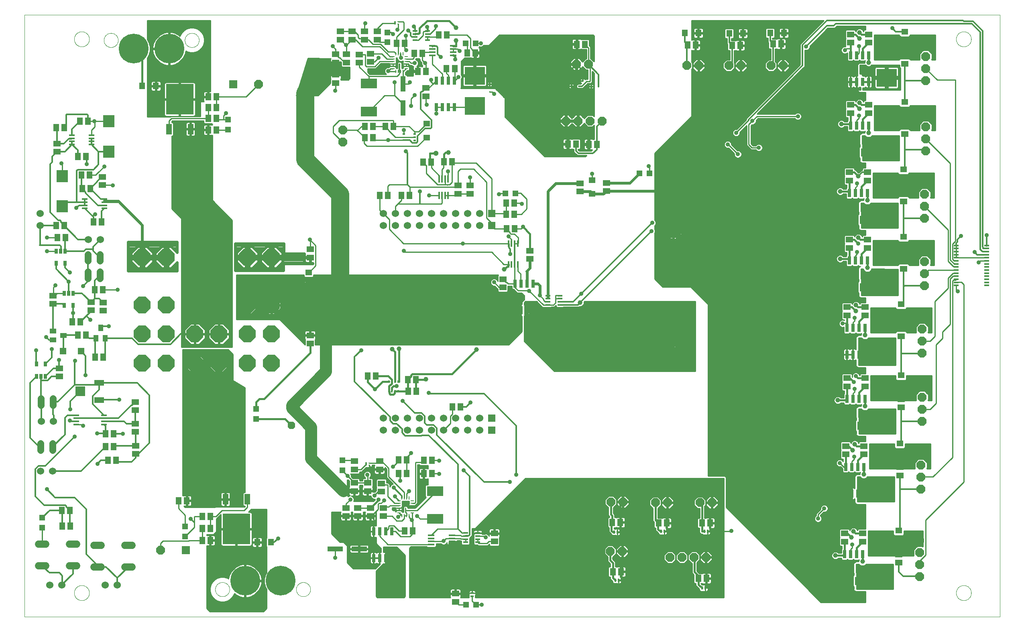
<source format=gtl>
G75*
%MOIN*%
%OFA0B0*%
%FSLAX25Y25*%
%IPPOS*%
%LPD*%
%AMOC8*
5,1,8,0,0,1.08239X$1,22.5*
%
%ADD10C,0.00000*%
%ADD11OC8,0.07087*%
%ADD12R,0.05906X0.05118*%
%ADD13R,0.05118X0.05906*%
%ADD14R,0.03937X0.12598*%
%ADD15OC8,0.06300*%
%ADD16C,0.06300*%
%ADD17R,0.12598X0.03937*%
%ADD18R,0.13780X0.07874*%
%ADD19R,0.04724X0.04724*%
%ADD20R,0.02756X0.00984*%
%ADD21R,0.00984X0.02756*%
%ADD22R,0.00866X0.01575*%
%ADD23R,0.00866X0.01402*%
%ADD24R,0.05512X0.05118*%
%ADD25R,0.02559X0.06890*%
%ADD26R,0.16700X0.15000*%
%ADD27R,0.15000X0.16700*%
%ADD28R,0.01181X0.06299*%
%ADD29OC8,0.14118*%
%ADD30R,0.06000X0.06000*%
%ADD31C,0.06000*%
%ADD32R,0.05118X0.05512*%
%ADD33R,0.04331X0.01772*%
%ADD34R,0.05709X0.01772*%
%ADD35R,0.01772X0.05709*%
%ADD36R,0.02362X0.01181*%
%ADD37R,0.01417X0.00984*%
%ADD38R,0.00984X0.01417*%
%ADD39C,0.14000*%
%ADD40R,0.01575X0.02756*%
%ADD41R,0.02756X0.01575*%
%ADD42R,0.22835X0.25197*%
%ADD43R,0.04724X0.08661*%
%ADD44R,0.07087X0.07087*%
%ADD45R,0.03937X0.01181*%
%ADD46R,0.01378X0.01969*%
%ADD47C,0.24669*%
%ADD48R,0.01575X0.00984*%
%ADD49C,0.05937*%
%ADD50R,0.03937X0.05512*%
%ADD51R,0.05512X0.03937*%
%ADD52R,0.05512X0.05512*%
%ADD53R,0.09449X0.10236*%
%ADD54C,0.05600*%
%ADD55R,0.02717X0.03898*%
%ADD56R,0.04724X0.01575*%
%ADD57R,0.04724X0.01378*%
%ADD58R,0.07874X0.05118*%
%ADD59R,0.07874X0.07874*%
%ADD60C,0.01600*%
%ADD61C,0.03962*%
%ADD62C,0.03569*%
%ADD63C,0.01000*%
%ADD64C,0.01200*%
%ADD65C,0.02400*%
%ADD66C,0.15000*%
%ADD67C,0.03200*%
%ADD68C,0.10000*%
%ADD69OC8,0.03962*%
D10*
X0185682Y0079674D02*
X0185682Y0579674D01*
X0995682Y0579674D01*
X0995682Y0079674D01*
X0185682Y0079674D01*
X0227032Y0099674D02*
X0227034Y0099832D01*
X0227040Y0099989D01*
X0227050Y0100147D01*
X0227064Y0100304D01*
X0227082Y0100460D01*
X0227103Y0100617D01*
X0227129Y0100772D01*
X0227159Y0100927D01*
X0227192Y0101081D01*
X0227230Y0101234D01*
X0227271Y0101387D01*
X0227316Y0101538D01*
X0227365Y0101688D01*
X0227418Y0101836D01*
X0227474Y0101984D01*
X0227535Y0102129D01*
X0227598Y0102274D01*
X0227666Y0102416D01*
X0227737Y0102557D01*
X0227811Y0102696D01*
X0227889Y0102833D01*
X0227971Y0102968D01*
X0228055Y0103101D01*
X0228144Y0103232D01*
X0228235Y0103360D01*
X0228330Y0103487D01*
X0228427Y0103610D01*
X0228528Y0103732D01*
X0228632Y0103850D01*
X0228739Y0103966D01*
X0228849Y0104079D01*
X0228961Y0104190D01*
X0229077Y0104297D01*
X0229195Y0104402D01*
X0229315Y0104504D01*
X0229438Y0104602D01*
X0229564Y0104698D01*
X0229692Y0104790D01*
X0229822Y0104879D01*
X0229954Y0104965D01*
X0230089Y0105047D01*
X0230226Y0105126D01*
X0230364Y0105201D01*
X0230504Y0105273D01*
X0230647Y0105341D01*
X0230790Y0105406D01*
X0230936Y0105467D01*
X0231083Y0105524D01*
X0231231Y0105578D01*
X0231381Y0105628D01*
X0231531Y0105674D01*
X0231683Y0105716D01*
X0231836Y0105755D01*
X0231990Y0105789D01*
X0232145Y0105820D01*
X0232300Y0105846D01*
X0232456Y0105869D01*
X0232613Y0105888D01*
X0232770Y0105903D01*
X0232927Y0105914D01*
X0233085Y0105921D01*
X0233243Y0105924D01*
X0233400Y0105923D01*
X0233558Y0105918D01*
X0233715Y0105909D01*
X0233873Y0105896D01*
X0234029Y0105879D01*
X0234186Y0105858D01*
X0234341Y0105834D01*
X0234496Y0105805D01*
X0234651Y0105772D01*
X0234804Y0105736D01*
X0234957Y0105695D01*
X0235108Y0105651D01*
X0235258Y0105603D01*
X0235407Y0105552D01*
X0235555Y0105496D01*
X0235701Y0105437D01*
X0235846Y0105374D01*
X0235989Y0105307D01*
X0236130Y0105237D01*
X0236269Y0105164D01*
X0236407Y0105087D01*
X0236543Y0105006D01*
X0236676Y0104922D01*
X0236807Y0104835D01*
X0236936Y0104744D01*
X0237063Y0104650D01*
X0237188Y0104553D01*
X0237309Y0104453D01*
X0237429Y0104350D01*
X0237545Y0104244D01*
X0237659Y0104135D01*
X0237771Y0104023D01*
X0237879Y0103909D01*
X0237984Y0103791D01*
X0238087Y0103671D01*
X0238186Y0103549D01*
X0238282Y0103424D01*
X0238375Y0103296D01*
X0238465Y0103167D01*
X0238551Y0103035D01*
X0238635Y0102901D01*
X0238714Y0102765D01*
X0238791Y0102627D01*
X0238863Y0102487D01*
X0238932Y0102345D01*
X0238998Y0102202D01*
X0239060Y0102057D01*
X0239118Y0101910D01*
X0239173Y0101762D01*
X0239224Y0101613D01*
X0239271Y0101462D01*
X0239314Y0101311D01*
X0239353Y0101158D01*
X0239389Y0101004D01*
X0239420Y0100850D01*
X0239448Y0100695D01*
X0239472Y0100539D01*
X0239492Y0100382D01*
X0239508Y0100225D01*
X0239520Y0100068D01*
X0239528Y0099911D01*
X0239532Y0099753D01*
X0239532Y0099595D01*
X0239528Y0099437D01*
X0239520Y0099280D01*
X0239508Y0099123D01*
X0239492Y0098966D01*
X0239472Y0098809D01*
X0239448Y0098653D01*
X0239420Y0098498D01*
X0239389Y0098344D01*
X0239353Y0098190D01*
X0239314Y0098037D01*
X0239271Y0097886D01*
X0239224Y0097735D01*
X0239173Y0097586D01*
X0239118Y0097438D01*
X0239060Y0097291D01*
X0238998Y0097146D01*
X0238932Y0097003D01*
X0238863Y0096861D01*
X0238791Y0096721D01*
X0238714Y0096583D01*
X0238635Y0096447D01*
X0238551Y0096313D01*
X0238465Y0096181D01*
X0238375Y0096052D01*
X0238282Y0095924D01*
X0238186Y0095799D01*
X0238087Y0095677D01*
X0237984Y0095557D01*
X0237879Y0095439D01*
X0237771Y0095325D01*
X0237659Y0095213D01*
X0237545Y0095104D01*
X0237429Y0094998D01*
X0237309Y0094895D01*
X0237188Y0094795D01*
X0237063Y0094698D01*
X0236936Y0094604D01*
X0236807Y0094513D01*
X0236676Y0094426D01*
X0236543Y0094342D01*
X0236407Y0094261D01*
X0236269Y0094184D01*
X0236130Y0094111D01*
X0235989Y0094041D01*
X0235846Y0093974D01*
X0235701Y0093911D01*
X0235555Y0093852D01*
X0235407Y0093796D01*
X0235258Y0093745D01*
X0235108Y0093697D01*
X0234957Y0093653D01*
X0234804Y0093612D01*
X0234651Y0093576D01*
X0234496Y0093543D01*
X0234341Y0093514D01*
X0234186Y0093490D01*
X0234029Y0093469D01*
X0233873Y0093452D01*
X0233715Y0093439D01*
X0233558Y0093430D01*
X0233400Y0093425D01*
X0233243Y0093424D01*
X0233085Y0093427D01*
X0232927Y0093434D01*
X0232770Y0093445D01*
X0232613Y0093460D01*
X0232456Y0093479D01*
X0232300Y0093502D01*
X0232145Y0093528D01*
X0231990Y0093559D01*
X0231836Y0093593D01*
X0231683Y0093632D01*
X0231531Y0093674D01*
X0231381Y0093720D01*
X0231231Y0093770D01*
X0231083Y0093824D01*
X0230936Y0093881D01*
X0230790Y0093942D01*
X0230647Y0094007D01*
X0230504Y0094075D01*
X0230364Y0094147D01*
X0230226Y0094222D01*
X0230089Y0094301D01*
X0229954Y0094383D01*
X0229822Y0094469D01*
X0229692Y0094558D01*
X0229564Y0094650D01*
X0229438Y0094746D01*
X0229315Y0094844D01*
X0229195Y0094946D01*
X0229077Y0095051D01*
X0228961Y0095158D01*
X0228849Y0095269D01*
X0228739Y0095382D01*
X0228632Y0095498D01*
X0228528Y0095616D01*
X0228427Y0095738D01*
X0228330Y0095861D01*
X0228235Y0095988D01*
X0228144Y0096116D01*
X0228055Y0096247D01*
X0227971Y0096380D01*
X0227889Y0096515D01*
X0227811Y0096652D01*
X0227737Y0096791D01*
X0227666Y0096932D01*
X0227598Y0097074D01*
X0227535Y0097219D01*
X0227474Y0097364D01*
X0227418Y0097512D01*
X0227365Y0097660D01*
X0227316Y0097810D01*
X0227271Y0097961D01*
X0227230Y0098114D01*
X0227192Y0098267D01*
X0227159Y0098421D01*
X0227129Y0098576D01*
X0227103Y0098731D01*
X0227082Y0098888D01*
X0227064Y0099044D01*
X0227050Y0099201D01*
X0227040Y0099359D01*
X0227034Y0099516D01*
X0227032Y0099674D01*
X0344182Y0102574D02*
X0344184Y0102727D01*
X0344190Y0102880D01*
X0344200Y0103033D01*
X0344214Y0103186D01*
X0344232Y0103338D01*
X0344253Y0103489D01*
X0344279Y0103640D01*
X0344309Y0103791D01*
X0344342Y0103940D01*
X0344380Y0104089D01*
X0344421Y0104236D01*
X0344466Y0104383D01*
X0344515Y0104528D01*
X0344567Y0104672D01*
X0344624Y0104814D01*
X0344684Y0104955D01*
X0344747Y0105094D01*
X0344815Y0105232D01*
X0344885Y0105368D01*
X0344960Y0105502D01*
X0345037Y0105634D01*
X0345119Y0105764D01*
X0345203Y0105892D01*
X0345291Y0106017D01*
X0345382Y0106140D01*
X0345476Y0106261D01*
X0345573Y0106379D01*
X0345674Y0106495D01*
X0345777Y0106608D01*
X0345883Y0106719D01*
X0345992Y0106826D01*
X0346104Y0106931D01*
X0346218Y0107033D01*
X0346335Y0107132D01*
X0346455Y0107227D01*
X0346577Y0107320D01*
X0346701Y0107409D01*
X0346828Y0107496D01*
X0346957Y0107578D01*
X0347088Y0107658D01*
X0347221Y0107734D01*
X0347356Y0107806D01*
X0347493Y0107875D01*
X0347631Y0107941D01*
X0347771Y0108003D01*
X0347913Y0108061D01*
X0348056Y0108115D01*
X0348201Y0108166D01*
X0348346Y0108213D01*
X0348493Y0108256D01*
X0348641Y0108295D01*
X0348790Y0108331D01*
X0348940Y0108362D01*
X0349091Y0108390D01*
X0349242Y0108414D01*
X0349394Y0108434D01*
X0349547Y0108450D01*
X0349699Y0108462D01*
X0349852Y0108470D01*
X0350005Y0108474D01*
X0350159Y0108474D01*
X0350312Y0108470D01*
X0350465Y0108462D01*
X0350617Y0108450D01*
X0350770Y0108434D01*
X0350922Y0108414D01*
X0351073Y0108390D01*
X0351224Y0108362D01*
X0351374Y0108331D01*
X0351523Y0108295D01*
X0351671Y0108256D01*
X0351818Y0108213D01*
X0351963Y0108166D01*
X0352108Y0108115D01*
X0352251Y0108061D01*
X0352393Y0108003D01*
X0352533Y0107941D01*
X0352671Y0107875D01*
X0352808Y0107806D01*
X0352943Y0107734D01*
X0353076Y0107658D01*
X0353207Y0107578D01*
X0353336Y0107496D01*
X0353463Y0107409D01*
X0353587Y0107320D01*
X0353709Y0107227D01*
X0353829Y0107132D01*
X0353946Y0107033D01*
X0354060Y0106931D01*
X0354172Y0106826D01*
X0354281Y0106719D01*
X0354387Y0106608D01*
X0354490Y0106495D01*
X0354591Y0106379D01*
X0354688Y0106261D01*
X0354782Y0106140D01*
X0354873Y0106017D01*
X0354961Y0105892D01*
X0355045Y0105764D01*
X0355127Y0105634D01*
X0355204Y0105502D01*
X0355279Y0105368D01*
X0355349Y0105232D01*
X0355417Y0105094D01*
X0355480Y0104955D01*
X0355540Y0104814D01*
X0355597Y0104672D01*
X0355649Y0104528D01*
X0355698Y0104383D01*
X0355743Y0104236D01*
X0355784Y0104089D01*
X0355822Y0103940D01*
X0355855Y0103791D01*
X0355885Y0103640D01*
X0355911Y0103489D01*
X0355932Y0103338D01*
X0355950Y0103186D01*
X0355964Y0103033D01*
X0355974Y0102880D01*
X0355980Y0102727D01*
X0355982Y0102574D01*
X0355980Y0102421D01*
X0355974Y0102268D01*
X0355964Y0102115D01*
X0355950Y0101962D01*
X0355932Y0101810D01*
X0355911Y0101659D01*
X0355885Y0101508D01*
X0355855Y0101357D01*
X0355822Y0101208D01*
X0355784Y0101059D01*
X0355743Y0100912D01*
X0355698Y0100765D01*
X0355649Y0100620D01*
X0355597Y0100476D01*
X0355540Y0100334D01*
X0355480Y0100193D01*
X0355417Y0100054D01*
X0355349Y0099916D01*
X0355279Y0099780D01*
X0355204Y0099646D01*
X0355127Y0099514D01*
X0355045Y0099384D01*
X0354961Y0099256D01*
X0354873Y0099131D01*
X0354782Y0099008D01*
X0354688Y0098887D01*
X0354591Y0098769D01*
X0354490Y0098653D01*
X0354387Y0098540D01*
X0354281Y0098429D01*
X0354172Y0098322D01*
X0354060Y0098217D01*
X0353946Y0098115D01*
X0353829Y0098016D01*
X0353709Y0097921D01*
X0353587Y0097828D01*
X0353463Y0097739D01*
X0353336Y0097652D01*
X0353207Y0097570D01*
X0353076Y0097490D01*
X0352943Y0097414D01*
X0352808Y0097342D01*
X0352671Y0097273D01*
X0352533Y0097207D01*
X0352393Y0097145D01*
X0352251Y0097087D01*
X0352108Y0097033D01*
X0351963Y0096982D01*
X0351818Y0096935D01*
X0351671Y0096892D01*
X0351523Y0096853D01*
X0351374Y0096817D01*
X0351224Y0096786D01*
X0351073Y0096758D01*
X0350922Y0096734D01*
X0350770Y0096714D01*
X0350617Y0096698D01*
X0350465Y0096686D01*
X0350312Y0096678D01*
X0350159Y0096674D01*
X0350005Y0096674D01*
X0349852Y0096678D01*
X0349699Y0096686D01*
X0349547Y0096698D01*
X0349394Y0096714D01*
X0349242Y0096734D01*
X0349091Y0096758D01*
X0348940Y0096786D01*
X0348790Y0096817D01*
X0348641Y0096853D01*
X0348493Y0096892D01*
X0348346Y0096935D01*
X0348201Y0096982D01*
X0348056Y0097033D01*
X0347913Y0097087D01*
X0347771Y0097145D01*
X0347631Y0097207D01*
X0347493Y0097273D01*
X0347356Y0097342D01*
X0347221Y0097414D01*
X0347088Y0097490D01*
X0346957Y0097570D01*
X0346828Y0097652D01*
X0346701Y0097739D01*
X0346577Y0097828D01*
X0346455Y0097921D01*
X0346335Y0098016D01*
X0346218Y0098115D01*
X0346104Y0098217D01*
X0345992Y0098322D01*
X0345883Y0098429D01*
X0345777Y0098540D01*
X0345674Y0098653D01*
X0345573Y0098769D01*
X0345476Y0098887D01*
X0345382Y0099008D01*
X0345291Y0099131D01*
X0345203Y0099256D01*
X0345119Y0099384D01*
X0345037Y0099514D01*
X0344960Y0099646D01*
X0344885Y0099780D01*
X0344815Y0099916D01*
X0344747Y0100054D01*
X0344684Y0100193D01*
X0344624Y0100334D01*
X0344567Y0100476D01*
X0344515Y0100620D01*
X0344466Y0100765D01*
X0344421Y0100912D01*
X0344380Y0101059D01*
X0344342Y0101208D01*
X0344309Y0101357D01*
X0344279Y0101508D01*
X0344253Y0101659D01*
X0344232Y0101810D01*
X0344214Y0101962D01*
X0344200Y0102115D01*
X0344190Y0102268D01*
X0344184Y0102421D01*
X0344182Y0102574D01*
X0411382Y0102574D02*
X0411384Y0102727D01*
X0411390Y0102880D01*
X0411400Y0103033D01*
X0411414Y0103186D01*
X0411432Y0103338D01*
X0411453Y0103489D01*
X0411479Y0103640D01*
X0411509Y0103791D01*
X0411542Y0103940D01*
X0411580Y0104089D01*
X0411621Y0104236D01*
X0411666Y0104383D01*
X0411715Y0104528D01*
X0411767Y0104672D01*
X0411824Y0104814D01*
X0411884Y0104955D01*
X0411947Y0105094D01*
X0412015Y0105232D01*
X0412085Y0105368D01*
X0412160Y0105502D01*
X0412237Y0105634D01*
X0412319Y0105764D01*
X0412403Y0105892D01*
X0412491Y0106017D01*
X0412582Y0106140D01*
X0412676Y0106261D01*
X0412773Y0106379D01*
X0412874Y0106495D01*
X0412977Y0106608D01*
X0413083Y0106719D01*
X0413192Y0106826D01*
X0413304Y0106931D01*
X0413418Y0107033D01*
X0413535Y0107132D01*
X0413655Y0107227D01*
X0413777Y0107320D01*
X0413901Y0107409D01*
X0414028Y0107496D01*
X0414157Y0107578D01*
X0414288Y0107658D01*
X0414421Y0107734D01*
X0414556Y0107806D01*
X0414693Y0107875D01*
X0414831Y0107941D01*
X0414971Y0108003D01*
X0415113Y0108061D01*
X0415256Y0108115D01*
X0415401Y0108166D01*
X0415546Y0108213D01*
X0415693Y0108256D01*
X0415841Y0108295D01*
X0415990Y0108331D01*
X0416140Y0108362D01*
X0416291Y0108390D01*
X0416442Y0108414D01*
X0416594Y0108434D01*
X0416747Y0108450D01*
X0416899Y0108462D01*
X0417052Y0108470D01*
X0417205Y0108474D01*
X0417359Y0108474D01*
X0417512Y0108470D01*
X0417665Y0108462D01*
X0417817Y0108450D01*
X0417970Y0108434D01*
X0418122Y0108414D01*
X0418273Y0108390D01*
X0418424Y0108362D01*
X0418574Y0108331D01*
X0418723Y0108295D01*
X0418871Y0108256D01*
X0419018Y0108213D01*
X0419163Y0108166D01*
X0419308Y0108115D01*
X0419451Y0108061D01*
X0419593Y0108003D01*
X0419733Y0107941D01*
X0419871Y0107875D01*
X0420008Y0107806D01*
X0420143Y0107734D01*
X0420276Y0107658D01*
X0420407Y0107578D01*
X0420536Y0107496D01*
X0420663Y0107409D01*
X0420787Y0107320D01*
X0420909Y0107227D01*
X0421029Y0107132D01*
X0421146Y0107033D01*
X0421260Y0106931D01*
X0421372Y0106826D01*
X0421481Y0106719D01*
X0421587Y0106608D01*
X0421690Y0106495D01*
X0421791Y0106379D01*
X0421888Y0106261D01*
X0421982Y0106140D01*
X0422073Y0106017D01*
X0422161Y0105892D01*
X0422245Y0105764D01*
X0422327Y0105634D01*
X0422404Y0105502D01*
X0422479Y0105368D01*
X0422549Y0105232D01*
X0422617Y0105094D01*
X0422680Y0104955D01*
X0422740Y0104814D01*
X0422797Y0104672D01*
X0422849Y0104528D01*
X0422898Y0104383D01*
X0422943Y0104236D01*
X0422984Y0104089D01*
X0423022Y0103940D01*
X0423055Y0103791D01*
X0423085Y0103640D01*
X0423111Y0103489D01*
X0423132Y0103338D01*
X0423150Y0103186D01*
X0423164Y0103033D01*
X0423174Y0102880D01*
X0423180Y0102727D01*
X0423182Y0102574D01*
X0423180Y0102421D01*
X0423174Y0102268D01*
X0423164Y0102115D01*
X0423150Y0101962D01*
X0423132Y0101810D01*
X0423111Y0101659D01*
X0423085Y0101508D01*
X0423055Y0101357D01*
X0423022Y0101208D01*
X0422984Y0101059D01*
X0422943Y0100912D01*
X0422898Y0100765D01*
X0422849Y0100620D01*
X0422797Y0100476D01*
X0422740Y0100334D01*
X0422680Y0100193D01*
X0422617Y0100054D01*
X0422549Y0099916D01*
X0422479Y0099780D01*
X0422404Y0099646D01*
X0422327Y0099514D01*
X0422245Y0099384D01*
X0422161Y0099256D01*
X0422073Y0099131D01*
X0421982Y0099008D01*
X0421888Y0098887D01*
X0421791Y0098769D01*
X0421690Y0098653D01*
X0421587Y0098540D01*
X0421481Y0098429D01*
X0421372Y0098322D01*
X0421260Y0098217D01*
X0421146Y0098115D01*
X0421029Y0098016D01*
X0420909Y0097921D01*
X0420787Y0097828D01*
X0420663Y0097739D01*
X0420536Y0097652D01*
X0420407Y0097570D01*
X0420276Y0097490D01*
X0420143Y0097414D01*
X0420008Y0097342D01*
X0419871Y0097273D01*
X0419733Y0097207D01*
X0419593Y0097145D01*
X0419451Y0097087D01*
X0419308Y0097033D01*
X0419163Y0096982D01*
X0419018Y0096935D01*
X0418871Y0096892D01*
X0418723Y0096853D01*
X0418574Y0096817D01*
X0418424Y0096786D01*
X0418273Y0096758D01*
X0418122Y0096734D01*
X0417970Y0096714D01*
X0417817Y0096698D01*
X0417665Y0096686D01*
X0417512Y0096678D01*
X0417359Y0096674D01*
X0417205Y0096674D01*
X0417052Y0096678D01*
X0416899Y0096686D01*
X0416747Y0096698D01*
X0416594Y0096714D01*
X0416442Y0096734D01*
X0416291Y0096758D01*
X0416140Y0096786D01*
X0415990Y0096817D01*
X0415841Y0096853D01*
X0415693Y0096892D01*
X0415546Y0096935D01*
X0415401Y0096982D01*
X0415256Y0097033D01*
X0415113Y0097087D01*
X0414971Y0097145D01*
X0414831Y0097207D01*
X0414693Y0097273D01*
X0414556Y0097342D01*
X0414421Y0097414D01*
X0414288Y0097490D01*
X0414157Y0097570D01*
X0414028Y0097652D01*
X0413901Y0097739D01*
X0413777Y0097828D01*
X0413655Y0097921D01*
X0413535Y0098016D01*
X0413418Y0098115D01*
X0413304Y0098217D01*
X0413192Y0098322D01*
X0413083Y0098429D01*
X0412977Y0098540D01*
X0412874Y0098653D01*
X0412773Y0098769D01*
X0412676Y0098887D01*
X0412582Y0099008D01*
X0412491Y0099131D01*
X0412403Y0099256D01*
X0412319Y0099384D01*
X0412237Y0099514D01*
X0412160Y0099646D01*
X0412085Y0099780D01*
X0412015Y0099916D01*
X0411947Y0100054D01*
X0411884Y0100193D01*
X0411824Y0100334D01*
X0411767Y0100476D01*
X0411715Y0100620D01*
X0411666Y0100765D01*
X0411621Y0100912D01*
X0411580Y0101059D01*
X0411542Y0101208D01*
X0411509Y0101357D01*
X0411479Y0101508D01*
X0411453Y0101659D01*
X0411432Y0101810D01*
X0411414Y0101962D01*
X0411400Y0102115D01*
X0411390Y0102268D01*
X0411384Y0102421D01*
X0411382Y0102574D01*
X0959432Y0099674D02*
X0959434Y0099832D01*
X0959440Y0099989D01*
X0959450Y0100147D01*
X0959464Y0100304D01*
X0959482Y0100460D01*
X0959503Y0100617D01*
X0959529Y0100772D01*
X0959559Y0100927D01*
X0959592Y0101081D01*
X0959630Y0101234D01*
X0959671Y0101387D01*
X0959716Y0101538D01*
X0959765Y0101688D01*
X0959818Y0101836D01*
X0959874Y0101984D01*
X0959935Y0102129D01*
X0959998Y0102274D01*
X0960066Y0102416D01*
X0960137Y0102557D01*
X0960211Y0102696D01*
X0960289Y0102833D01*
X0960371Y0102968D01*
X0960455Y0103101D01*
X0960544Y0103232D01*
X0960635Y0103360D01*
X0960730Y0103487D01*
X0960827Y0103610D01*
X0960928Y0103732D01*
X0961032Y0103850D01*
X0961139Y0103966D01*
X0961249Y0104079D01*
X0961361Y0104190D01*
X0961477Y0104297D01*
X0961595Y0104402D01*
X0961715Y0104504D01*
X0961838Y0104602D01*
X0961964Y0104698D01*
X0962092Y0104790D01*
X0962222Y0104879D01*
X0962354Y0104965D01*
X0962489Y0105047D01*
X0962626Y0105126D01*
X0962764Y0105201D01*
X0962904Y0105273D01*
X0963047Y0105341D01*
X0963190Y0105406D01*
X0963336Y0105467D01*
X0963483Y0105524D01*
X0963631Y0105578D01*
X0963781Y0105628D01*
X0963931Y0105674D01*
X0964083Y0105716D01*
X0964236Y0105755D01*
X0964390Y0105789D01*
X0964545Y0105820D01*
X0964700Y0105846D01*
X0964856Y0105869D01*
X0965013Y0105888D01*
X0965170Y0105903D01*
X0965327Y0105914D01*
X0965485Y0105921D01*
X0965643Y0105924D01*
X0965800Y0105923D01*
X0965958Y0105918D01*
X0966115Y0105909D01*
X0966273Y0105896D01*
X0966429Y0105879D01*
X0966586Y0105858D01*
X0966741Y0105834D01*
X0966896Y0105805D01*
X0967051Y0105772D01*
X0967204Y0105736D01*
X0967357Y0105695D01*
X0967508Y0105651D01*
X0967658Y0105603D01*
X0967807Y0105552D01*
X0967955Y0105496D01*
X0968101Y0105437D01*
X0968246Y0105374D01*
X0968389Y0105307D01*
X0968530Y0105237D01*
X0968669Y0105164D01*
X0968807Y0105087D01*
X0968943Y0105006D01*
X0969076Y0104922D01*
X0969207Y0104835D01*
X0969336Y0104744D01*
X0969463Y0104650D01*
X0969588Y0104553D01*
X0969709Y0104453D01*
X0969829Y0104350D01*
X0969945Y0104244D01*
X0970059Y0104135D01*
X0970171Y0104023D01*
X0970279Y0103909D01*
X0970384Y0103791D01*
X0970487Y0103671D01*
X0970586Y0103549D01*
X0970682Y0103424D01*
X0970775Y0103296D01*
X0970865Y0103167D01*
X0970951Y0103035D01*
X0971035Y0102901D01*
X0971114Y0102765D01*
X0971191Y0102627D01*
X0971263Y0102487D01*
X0971332Y0102345D01*
X0971398Y0102202D01*
X0971460Y0102057D01*
X0971518Y0101910D01*
X0971573Y0101762D01*
X0971624Y0101613D01*
X0971671Y0101462D01*
X0971714Y0101311D01*
X0971753Y0101158D01*
X0971789Y0101004D01*
X0971820Y0100850D01*
X0971848Y0100695D01*
X0971872Y0100539D01*
X0971892Y0100382D01*
X0971908Y0100225D01*
X0971920Y0100068D01*
X0971928Y0099911D01*
X0971932Y0099753D01*
X0971932Y0099595D01*
X0971928Y0099437D01*
X0971920Y0099280D01*
X0971908Y0099123D01*
X0971892Y0098966D01*
X0971872Y0098809D01*
X0971848Y0098653D01*
X0971820Y0098498D01*
X0971789Y0098344D01*
X0971753Y0098190D01*
X0971714Y0098037D01*
X0971671Y0097886D01*
X0971624Y0097735D01*
X0971573Y0097586D01*
X0971518Y0097438D01*
X0971460Y0097291D01*
X0971398Y0097146D01*
X0971332Y0097003D01*
X0971263Y0096861D01*
X0971191Y0096721D01*
X0971114Y0096583D01*
X0971035Y0096447D01*
X0970951Y0096313D01*
X0970865Y0096181D01*
X0970775Y0096052D01*
X0970682Y0095924D01*
X0970586Y0095799D01*
X0970487Y0095677D01*
X0970384Y0095557D01*
X0970279Y0095439D01*
X0970171Y0095325D01*
X0970059Y0095213D01*
X0969945Y0095104D01*
X0969829Y0094998D01*
X0969709Y0094895D01*
X0969588Y0094795D01*
X0969463Y0094698D01*
X0969336Y0094604D01*
X0969207Y0094513D01*
X0969076Y0094426D01*
X0968943Y0094342D01*
X0968807Y0094261D01*
X0968669Y0094184D01*
X0968530Y0094111D01*
X0968389Y0094041D01*
X0968246Y0093974D01*
X0968101Y0093911D01*
X0967955Y0093852D01*
X0967807Y0093796D01*
X0967658Y0093745D01*
X0967508Y0093697D01*
X0967357Y0093653D01*
X0967204Y0093612D01*
X0967051Y0093576D01*
X0966896Y0093543D01*
X0966741Y0093514D01*
X0966586Y0093490D01*
X0966429Y0093469D01*
X0966273Y0093452D01*
X0966115Y0093439D01*
X0965958Y0093430D01*
X0965800Y0093425D01*
X0965643Y0093424D01*
X0965485Y0093427D01*
X0965327Y0093434D01*
X0965170Y0093445D01*
X0965013Y0093460D01*
X0964856Y0093479D01*
X0964700Y0093502D01*
X0964545Y0093528D01*
X0964390Y0093559D01*
X0964236Y0093593D01*
X0964083Y0093632D01*
X0963931Y0093674D01*
X0963781Y0093720D01*
X0963631Y0093770D01*
X0963483Y0093824D01*
X0963336Y0093881D01*
X0963190Y0093942D01*
X0963047Y0094007D01*
X0962904Y0094075D01*
X0962764Y0094147D01*
X0962626Y0094222D01*
X0962489Y0094301D01*
X0962354Y0094383D01*
X0962222Y0094469D01*
X0962092Y0094558D01*
X0961964Y0094650D01*
X0961838Y0094746D01*
X0961715Y0094844D01*
X0961595Y0094946D01*
X0961477Y0095051D01*
X0961361Y0095158D01*
X0961249Y0095269D01*
X0961139Y0095382D01*
X0961032Y0095498D01*
X0960928Y0095616D01*
X0960827Y0095738D01*
X0960730Y0095861D01*
X0960635Y0095988D01*
X0960544Y0096116D01*
X0960455Y0096247D01*
X0960371Y0096380D01*
X0960289Y0096515D01*
X0960211Y0096652D01*
X0960137Y0096791D01*
X0960066Y0096932D01*
X0959998Y0097074D01*
X0959935Y0097219D01*
X0959874Y0097364D01*
X0959818Y0097512D01*
X0959765Y0097660D01*
X0959716Y0097810D01*
X0959671Y0097961D01*
X0959630Y0098114D01*
X0959592Y0098267D01*
X0959559Y0098421D01*
X0959529Y0098576D01*
X0959503Y0098731D01*
X0959482Y0098888D01*
X0959464Y0099044D01*
X0959450Y0099201D01*
X0959440Y0099359D01*
X0959434Y0099516D01*
X0959432Y0099674D01*
X0959432Y0559674D02*
X0959434Y0559832D01*
X0959440Y0559989D01*
X0959450Y0560147D01*
X0959464Y0560304D01*
X0959482Y0560460D01*
X0959503Y0560617D01*
X0959529Y0560772D01*
X0959559Y0560927D01*
X0959592Y0561081D01*
X0959630Y0561234D01*
X0959671Y0561387D01*
X0959716Y0561538D01*
X0959765Y0561688D01*
X0959818Y0561836D01*
X0959874Y0561984D01*
X0959935Y0562129D01*
X0959998Y0562274D01*
X0960066Y0562416D01*
X0960137Y0562557D01*
X0960211Y0562696D01*
X0960289Y0562833D01*
X0960371Y0562968D01*
X0960455Y0563101D01*
X0960544Y0563232D01*
X0960635Y0563360D01*
X0960730Y0563487D01*
X0960827Y0563610D01*
X0960928Y0563732D01*
X0961032Y0563850D01*
X0961139Y0563966D01*
X0961249Y0564079D01*
X0961361Y0564190D01*
X0961477Y0564297D01*
X0961595Y0564402D01*
X0961715Y0564504D01*
X0961838Y0564602D01*
X0961964Y0564698D01*
X0962092Y0564790D01*
X0962222Y0564879D01*
X0962354Y0564965D01*
X0962489Y0565047D01*
X0962626Y0565126D01*
X0962764Y0565201D01*
X0962904Y0565273D01*
X0963047Y0565341D01*
X0963190Y0565406D01*
X0963336Y0565467D01*
X0963483Y0565524D01*
X0963631Y0565578D01*
X0963781Y0565628D01*
X0963931Y0565674D01*
X0964083Y0565716D01*
X0964236Y0565755D01*
X0964390Y0565789D01*
X0964545Y0565820D01*
X0964700Y0565846D01*
X0964856Y0565869D01*
X0965013Y0565888D01*
X0965170Y0565903D01*
X0965327Y0565914D01*
X0965485Y0565921D01*
X0965643Y0565924D01*
X0965800Y0565923D01*
X0965958Y0565918D01*
X0966115Y0565909D01*
X0966273Y0565896D01*
X0966429Y0565879D01*
X0966586Y0565858D01*
X0966741Y0565834D01*
X0966896Y0565805D01*
X0967051Y0565772D01*
X0967204Y0565736D01*
X0967357Y0565695D01*
X0967508Y0565651D01*
X0967658Y0565603D01*
X0967807Y0565552D01*
X0967955Y0565496D01*
X0968101Y0565437D01*
X0968246Y0565374D01*
X0968389Y0565307D01*
X0968530Y0565237D01*
X0968669Y0565164D01*
X0968807Y0565087D01*
X0968943Y0565006D01*
X0969076Y0564922D01*
X0969207Y0564835D01*
X0969336Y0564744D01*
X0969463Y0564650D01*
X0969588Y0564553D01*
X0969709Y0564453D01*
X0969829Y0564350D01*
X0969945Y0564244D01*
X0970059Y0564135D01*
X0970171Y0564023D01*
X0970279Y0563909D01*
X0970384Y0563791D01*
X0970487Y0563671D01*
X0970586Y0563549D01*
X0970682Y0563424D01*
X0970775Y0563296D01*
X0970865Y0563167D01*
X0970951Y0563035D01*
X0971035Y0562901D01*
X0971114Y0562765D01*
X0971191Y0562627D01*
X0971263Y0562487D01*
X0971332Y0562345D01*
X0971398Y0562202D01*
X0971460Y0562057D01*
X0971518Y0561910D01*
X0971573Y0561762D01*
X0971624Y0561613D01*
X0971671Y0561462D01*
X0971714Y0561311D01*
X0971753Y0561158D01*
X0971789Y0561004D01*
X0971820Y0560850D01*
X0971848Y0560695D01*
X0971872Y0560539D01*
X0971892Y0560382D01*
X0971908Y0560225D01*
X0971920Y0560068D01*
X0971928Y0559911D01*
X0971932Y0559753D01*
X0971932Y0559595D01*
X0971928Y0559437D01*
X0971920Y0559280D01*
X0971908Y0559123D01*
X0971892Y0558966D01*
X0971872Y0558809D01*
X0971848Y0558653D01*
X0971820Y0558498D01*
X0971789Y0558344D01*
X0971753Y0558190D01*
X0971714Y0558037D01*
X0971671Y0557886D01*
X0971624Y0557735D01*
X0971573Y0557586D01*
X0971518Y0557438D01*
X0971460Y0557291D01*
X0971398Y0557146D01*
X0971332Y0557003D01*
X0971263Y0556861D01*
X0971191Y0556721D01*
X0971114Y0556583D01*
X0971035Y0556447D01*
X0970951Y0556313D01*
X0970865Y0556181D01*
X0970775Y0556052D01*
X0970682Y0555924D01*
X0970586Y0555799D01*
X0970487Y0555677D01*
X0970384Y0555557D01*
X0970279Y0555439D01*
X0970171Y0555325D01*
X0970059Y0555213D01*
X0969945Y0555104D01*
X0969829Y0554998D01*
X0969709Y0554895D01*
X0969588Y0554795D01*
X0969463Y0554698D01*
X0969336Y0554604D01*
X0969207Y0554513D01*
X0969076Y0554426D01*
X0968943Y0554342D01*
X0968807Y0554261D01*
X0968669Y0554184D01*
X0968530Y0554111D01*
X0968389Y0554041D01*
X0968246Y0553974D01*
X0968101Y0553911D01*
X0967955Y0553852D01*
X0967807Y0553796D01*
X0967658Y0553745D01*
X0967508Y0553697D01*
X0967357Y0553653D01*
X0967204Y0553612D01*
X0967051Y0553576D01*
X0966896Y0553543D01*
X0966741Y0553514D01*
X0966586Y0553490D01*
X0966429Y0553469D01*
X0966273Y0553452D01*
X0966115Y0553439D01*
X0965958Y0553430D01*
X0965800Y0553425D01*
X0965643Y0553424D01*
X0965485Y0553427D01*
X0965327Y0553434D01*
X0965170Y0553445D01*
X0965013Y0553460D01*
X0964856Y0553479D01*
X0964700Y0553502D01*
X0964545Y0553528D01*
X0964390Y0553559D01*
X0964236Y0553593D01*
X0964083Y0553632D01*
X0963931Y0553674D01*
X0963781Y0553720D01*
X0963631Y0553770D01*
X0963483Y0553824D01*
X0963336Y0553881D01*
X0963190Y0553942D01*
X0963047Y0554007D01*
X0962904Y0554075D01*
X0962764Y0554147D01*
X0962626Y0554222D01*
X0962489Y0554301D01*
X0962354Y0554383D01*
X0962222Y0554469D01*
X0962092Y0554558D01*
X0961964Y0554650D01*
X0961838Y0554746D01*
X0961715Y0554844D01*
X0961595Y0554946D01*
X0961477Y0555051D01*
X0961361Y0555158D01*
X0961249Y0555269D01*
X0961139Y0555382D01*
X0961032Y0555498D01*
X0960928Y0555616D01*
X0960827Y0555738D01*
X0960730Y0555861D01*
X0960635Y0555988D01*
X0960544Y0556116D01*
X0960455Y0556247D01*
X0960371Y0556380D01*
X0960289Y0556515D01*
X0960211Y0556652D01*
X0960137Y0556791D01*
X0960066Y0556932D01*
X0959998Y0557074D01*
X0959935Y0557219D01*
X0959874Y0557364D01*
X0959818Y0557512D01*
X0959765Y0557660D01*
X0959716Y0557810D01*
X0959671Y0557961D01*
X0959630Y0558114D01*
X0959592Y0558267D01*
X0959559Y0558421D01*
X0959529Y0558576D01*
X0959503Y0558731D01*
X0959482Y0558888D01*
X0959464Y0559044D01*
X0959450Y0559201D01*
X0959440Y0559359D01*
X0959434Y0559516D01*
X0959432Y0559674D01*
X0318882Y0558774D02*
X0318884Y0558927D01*
X0318890Y0559080D01*
X0318900Y0559233D01*
X0318914Y0559386D01*
X0318932Y0559538D01*
X0318953Y0559689D01*
X0318979Y0559840D01*
X0319009Y0559991D01*
X0319042Y0560140D01*
X0319080Y0560289D01*
X0319121Y0560436D01*
X0319166Y0560583D01*
X0319215Y0560728D01*
X0319267Y0560872D01*
X0319324Y0561014D01*
X0319384Y0561155D01*
X0319447Y0561294D01*
X0319515Y0561432D01*
X0319585Y0561568D01*
X0319660Y0561702D01*
X0319737Y0561834D01*
X0319819Y0561964D01*
X0319903Y0562092D01*
X0319991Y0562217D01*
X0320082Y0562340D01*
X0320176Y0562461D01*
X0320273Y0562579D01*
X0320374Y0562695D01*
X0320477Y0562808D01*
X0320583Y0562919D01*
X0320692Y0563026D01*
X0320804Y0563131D01*
X0320918Y0563233D01*
X0321035Y0563332D01*
X0321155Y0563427D01*
X0321277Y0563520D01*
X0321401Y0563609D01*
X0321528Y0563696D01*
X0321657Y0563778D01*
X0321788Y0563858D01*
X0321921Y0563934D01*
X0322056Y0564006D01*
X0322193Y0564075D01*
X0322331Y0564141D01*
X0322471Y0564203D01*
X0322613Y0564261D01*
X0322756Y0564315D01*
X0322901Y0564366D01*
X0323046Y0564413D01*
X0323193Y0564456D01*
X0323341Y0564495D01*
X0323490Y0564531D01*
X0323640Y0564562D01*
X0323791Y0564590D01*
X0323942Y0564614D01*
X0324094Y0564634D01*
X0324247Y0564650D01*
X0324399Y0564662D01*
X0324552Y0564670D01*
X0324705Y0564674D01*
X0324859Y0564674D01*
X0325012Y0564670D01*
X0325165Y0564662D01*
X0325317Y0564650D01*
X0325470Y0564634D01*
X0325622Y0564614D01*
X0325773Y0564590D01*
X0325924Y0564562D01*
X0326074Y0564531D01*
X0326223Y0564495D01*
X0326371Y0564456D01*
X0326518Y0564413D01*
X0326663Y0564366D01*
X0326808Y0564315D01*
X0326951Y0564261D01*
X0327093Y0564203D01*
X0327233Y0564141D01*
X0327371Y0564075D01*
X0327508Y0564006D01*
X0327643Y0563934D01*
X0327776Y0563858D01*
X0327907Y0563778D01*
X0328036Y0563696D01*
X0328163Y0563609D01*
X0328287Y0563520D01*
X0328409Y0563427D01*
X0328529Y0563332D01*
X0328646Y0563233D01*
X0328760Y0563131D01*
X0328872Y0563026D01*
X0328981Y0562919D01*
X0329087Y0562808D01*
X0329190Y0562695D01*
X0329291Y0562579D01*
X0329388Y0562461D01*
X0329482Y0562340D01*
X0329573Y0562217D01*
X0329661Y0562092D01*
X0329745Y0561964D01*
X0329827Y0561834D01*
X0329904Y0561702D01*
X0329979Y0561568D01*
X0330049Y0561432D01*
X0330117Y0561294D01*
X0330180Y0561155D01*
X0330240Y0561014D01*
X0330297Y0560872D01*
X0330349Y0560728D01*
X0330398Y0560583D01*
X0330443Y0560436D01*
X0330484Y0560289D01*
X0330522Y0560140D01*
X0330555Y0559991D01*
X0330585Y0559840D01*
X0330611Y0559689D01*
X0330632Y0559538D01*
X0330650Y0559386D01*
X0330664Y0559233D01*
X0330674Y0559080D01*
X0330680Y0558927D01*
X0330682Y0558774D01*
X0330680Y0558621D01*
X0330674Y0558468D01*
X0330664Y0558315D01*
X0330650Y0558162D01*
X0330632Y0558010D01*
X0330611Y0557859D01*
X0330585Y0557708D01*
X0330555Y0557557D01*
X0330522Y0557408D01*
X0330484Y0557259D01*
X0330443Y0557112D01*
X0330398Y0556965D01*
X0330349Y0556820D01*
X0330297Y0556676D01*
X0330240Y0556534D01*
X0330180Y0556393D01*
X0330117Y0556254D01*
X0330049Y0556116D01*
X0329979Y0555980D01*
X0329904Y0555846D01*
X0329827Y0555714D01*
X0329745Y0555584D01*
X0329661Y0555456D01*
X0329573Y0555331D01*
X0329482Y0555208D01*
X0329388Y0555087D01*
X0329291Y0554969D01*
X0329190Y0554853D01*
X0329087Y0554740D01*
X0328981Y0554629D01*
X0328872Y0554522D01*
X0328760Y0554417D01*
X0328646Y0554315D01*
X0328529Y0554216D01*
X0328409Y0554121D01*
X0328287Y0554028D01*
X0328163Y0553939D01*
X0328036Y0553852D01*
X0327907Y0553770D01*
X0327776Y0553690D01*
X0327643Y0553614D01*
X0327508Y0553542D01*
X0327371Y0553473D01*
X0327233Y0553407D01*
X0327093Y0553345D01*
X0326951Y0553287D01*
X0326808Y0553233D01*
X0326663Y0553182D01*
X0326518Y0553135D01*
X0326371Y0553092D01*
X0326223Y0553053D01*
X0326074Y0553017D01*
X0325924Y0552986D01*
X0325773Y0552958D01*
X0325622Y0552934D01*
X0325470Y0552914D01*
X0325317Y0552898D01*
X0325165Y0552886D01*
X0325012Y0552878D01*
X0324859Y0552874D01*
X0324705Y0552874D01*
X0324552Y0552878D01*
X0324399Y0552886D01*
X0324247Y0552898D01*
X0324094Y0552914D01*
X0323942Y0552934D01*
X0323791Y0552958D01*
X0323640Y0552986D01*
X0323490Y0553017D01*
X0323341Y0553053D01*
X0323193Y0553092D01*
X0323046Y0553135D01*
X0322901Y0553182D01*
X0322756Y0553233D01*
X0322613Y0553287D01*
X0322471Y0553345D01*
X0322331Y0553407D01*
X0322193Y0553473D01*
X0322056Y0553542D01*
X0321921Y0553614D01*
X0321788Y0553690D01*
X0321657Y0553770D01*
X0321528Y0553852D01*
X0321401Y0553939D01*
X0321277Y0554028D01*
X0321155Y0554121D01*
X0321035Y0554216D01*
X0320918Y0554315D01*
X0320804Y0554417D01*
X0320692Y0554522D01*
X0320583Y0554629D01*
X0320477Y0554740D01*
X0320374Y0554853D01*
X0320273Y0554969D01*
X0320176Y0555087D01*
X0320082Y0555208D01*
X0319991Y0555331D01*
X0319903Y0555456D01*
X0319819Y0555584D01*
X0319737Y0555714D01*
X0319660Y0555846D01*
X0319585Y0555980D01*
X0319515Y0556116D01*
X0319447Y0556254D01*
X0319384Y0556393D01*
X0319324Y0556534D01*
X0319267Y0556676D01*
X0319215Y0556820D01*
X0319166Y0556965D01*
X0319121Y0557112D01*
X0319080Y0557259D01*
X0319042Y0557408D01*
X0319009Y0557557D01*
X0318979Y0557708D01*
X0318953Y0557859D01*
X0318932Y0558010D01*
X0318914Y0558162D01*
X0318900Y0558315D01*
X0318890Y0558468D01*
X0318884Y0558621D01*
X0318882Y0558774D01*
X0251682Y0558774D02*
X0251684Y0558927D01*
X0251690Y0559080D01*
X0251700Y0559233D01*
X0251714Y0559386D01*
X0251732Y0559538D01*
X0251753Y0559689D01*
X0251779Y0559840D01*
X0251809Y0559991D01*
X0251842Y0560140D01*
X0251880Y0560289D01*
X0251921Y0560436D01*
X0251966Y0560583D01*
X0252015Y0560728D01*
X0252067Y0560872D01*
X0252124Y0561014D01*
X0252184Y0561155D01*
X0252247Y0561294D01*
X0252315Y0561432D01*
X0252385Y0561568D01*
X0252460Y0561702D01*
X0252537Y0561834D01*
X0252619Y0561964D01*
X0252703Y0562092D01*
X0252791Y0562217D01*
X0252882Y0562340D01*
X0252976Y0562461D01*
X0253073Y0562579D01*
X0253174Y0562695D01*
X0253277Y0562808D01*
X0253383Y0562919D01*
X0253492Y0563026D01*
X0253604Y0563131D01*
X0253718Y0563233D01*
X0253835Y0563332D01*
X0253955Y0563427D01*
X0254077Y0563520D01*
X0254201Y0563609D01*
X0254328Y0563696D01*
X0254457Y0563778D01*
X0254588Y0563858D01*
X0254721Y0563934D01*
X0254856Y0564006D01*
X0254993Y0564075D01*
X0255131Y0564141D01*
X0255271Y0564203D01*
X0255413Y0564261D01*
X0255556Y0564315D01*
X0255701Y0564366D01*
X0255846Y0564413D01*
X0255993Y0564456D01*
X0256141Y0564495D01*
X0256290Y0564531D01*
X0256440Y0564562D01*
X0256591Y0564590D01*
X0256742Y0564614D01*
X0256894Y0564634D01*
X0257047Y0564650D01*
X0257199Y0564662D01*
X0257352Y0564670D01*
X0257505Y0564674D01*
X0257659Y0564674D01*
X0257812Y0564670D01*
X0257965Y0564662D01*
X0258117Y0564650D01*
X0258270Y0564634D01*
X0258422Y0564614D01*
X0258573Y0564590D01*
X0258724Y0564562D01*
X0258874Y0564531D01*
X0259023Y0564495D01*
X0259171Y0564456D01*
X0259318Y0564413D01*
X0259463Y0564366D01*
X0259608Y0564315D01*
X0259751Y0564261D01*
X0259893Y0564203D01*
X0260033Y0564141D01*
X0260171Y0564075D01*
X0260308Y0564006D01*
X0260443Y0563934D01*
X0260576Y0563858D01*
X0260707Y0563778D01*
X0260836Y0563696D01*
X0260963Y0563609D01*
X0261087Y0563520D01*
X0261209Y0563427D01*
X0261329Y0563332D01*
X0261446Y0563233D01*
X0261560Y0563131D01*
X0261672Y0563026D01*
X0261781Y0562919D01*
X0261887Y0562808D01*
X0261990Y0562695D01*
X0262091Y0562579D01*
X0262188Y0562461D01*
X0262282Y0562340D01*
X0262373Y0562217D01*
X0262461Y0562092D01*
X0262545Y0561964D01*
X0262627Y0561834D01*
X0262704Y0561702D01*
X0262779Y0561568D01*
X0262849Y0561432D01*
X0262917Y0561294D01*
X0262980Y0561155D01*
X0263040Y0561014D01*
X0263097Y0560872D01*
X0263149Y0560728D01*
X0263198Y0560583D01*
X0263243Y0560436D01*
X0263284Y0560289D01*
X0263322Y0560140D01*
X0263355Y0559991D01*
X0263385Y0559840D01*
X0263411Y0559689D01*
X0263432Y0559538D01*
X0263450Y0559386D01*
X0263464Y0559233D01*
X0263474Y0559080D01*
X0263480Y0558927D01*
X0263482Y0558774D01*
X0263480Y0558621D01*
X0263474Y0558468D01*
X0263464Y0558315D01*
X0263450Y0558162D01*
X0263432Y0558010D01*
X0263411Y0557859D01*
X0263385Y0557708D01*
X0263355Y0557557D01*
X0263322Y0557408D01*
X0263284Y0557259D01*
X0263243Y0557112D01*
X0263198Y0556965D01*
X0263149Y0556820D01*
X0263097Y0556676D01*
X0263040Y0556534D01*
X0262980Y0556393D01*
X0262917Y0556254D01*
X0262849Y0556116D01*
X0262779Y0555980D01*
X0262704Y0555846D01*
X0262627Y0555714D01*
X0262545Y0555584D01*
X0262461Y0555456D01*
X0262373Y0555331D01*
X0262282Y0555208D01*
X0262188Y0555087D01*
X0262091Y0554969D01*
X0261990Y0554853D01*
X0261887Y0554740D01*
X0261781Y0554629D01*
X0261672Y0554522D01*
X0261560Y0554417D01*
X0261446Y0554315D01*
X0261329Y0554216D01*
X0261209Y0554121D01*
X0261087Y0554028D01*
X0260963Y0553939D01*
X0260836Y0553852D01*
X0260707Y0553770D01*
X0260576Y0553690D01*
X0260443Y0553614D01*
X0260308Y0553542D01*
X0260171Y0553473D01*
X0260033Y0553407D01*
X0259893Y0553345D01*
X0259751Y0553287D01*
X0259608Y0553233D01*
X0259463Y0553182D01*
X0259318Y0553135D01*
X0259171Y0553092D01*
X0259023Y0553053D01*
X0258874Y0553017D01*
X0258724Y0552986D01*
X0258573Y0552958D01*
X0258422Y0552934D01*
X0258270Y0552914D01*
X0258117Y0552898D01*
X0257965Y0552886D01*
X0257812Y0552878D01*
X0257659Y0552874D01*
X0257505Y0552874D01*
X0257352Y0552878D01*
X0257199Y0552886D01*
X0257047Y0552898D01*
X0256894Y0552914D01*
X0256742Y0552934D01*
X0256591Y0552958D01*
X0256440Y0552986D01*
X0256290Y0553017D01*
X0256141Y0553053D01*
X0255993Y0553092D01*
X0255846Y0553135D01*
X0255701Y0553182D01*
X0255556Y0553233D01*
X0255413Y0553287D01*
X0255271Y0553345D01*
X0255131Y0553407D01*
X0254993Y0553473D01*
X0254856Y0553542D01*
X0254721Y0553614D01*
X0254588Y0553690D01*
X0254457Y0553770D01*
X0254328Y0553852D01*
X0254201Y0553939D01*
X0254077Y0554028D01*
X0253955Y0554121D01*
X0253835Y0554216D01*
X0253718Y0554315D01*
X0253604Y0554417D01*
X0253492Y0554522D01*
X0253383Y0554629D01*
X0253277Y0554740D01*
X0253174Y0554853D01*
X0253073Y0554969D01*
X0252976Y0555087D01*
X0252882Y0555208D01*
X0252791Y0555331D01*
X0252703Y0555456D01*
X0252619Y0555584D01*
X0252537Y0555714D01*
X0252460Y0555846D01*
X0252385Y0555980D01*
X0252315Y0556116D01*
X0252247Y0556254D01*
X0252184Y0556393D01*
X0252124Y0556534D01*
X0252067Y0556676D01*
X0252015Y0556820D01*
X0251966Y0556965D01*
X0251921Y0557112D01*
X0251880Y0557259D01*
X0251842Y0557408D01*
X0251809Y0557557D01*
X0251779Y0557708D01*
X0251753Y0557859D01*
X0251732Y0558010D01*
X0251714Y0558162D01*
X0251700Y0558315D01*
X0251690Y0558468D01*
X0251684Y0558621D01*
X0251682Y0558774D01*
X0227032Y0559674D02*
X0227034Y0559832D01*
X0227040Y0559989D01*
X0227050Y0560147D01*
X0227064Y0560304D01*
X0227082Y0560460D01*
X0227103Y0560617D01*
X0227129Y0560772D01*
X0227159Y0560927D01*
X0227192Y0561081D01*
X0227230Y0561234D01*
X0227271Y0561387D01*
X0227316Y0561538D01*
X0227365Y0561688D01*
X0227418Y0561836D01*
X0227474Y0561984D01*
X0227535Y0562129D01*
X0227598Y0562274D01*
X0227666Y0562416D01*
X0227737Y0562557D01*
X0227811Y0562696D01*
X0227889Y0562833D01*
X0227971Y0562968D01*
X0228055Y0563101D01*
X0228144Y0563232D01*
X0228235Y0563360D01*
X0228330Y0563487D01*
X0228427Y0563610D01*
X0228528Y0563732D01*
X0228632Y0563850D01*
X0228739Y0563966D01*
X0228849Y0564079D01*
X0228961Y0564190D01*
X0229077Y0564297D01*
X0229195Y0564402D01*
X0229315Y0564504D01*
X0229438Y0564602D01*
X0229564Y0564698D01*
X0229692Y0564790D01*
X0229822Y0564879D01*
X0229954Y0564965D01*
X0230089Y0565047D01*
X0230226Y0565126D01*
X0230364Y0565201D01*
X0230504Y0565273D01*
X0230647Y0565341D01*
X0230790Y0565406D01*
X0230936Y0565467D01*
X0231083Y0565524D01*
X0231231Y0565578D01*
X0231381Y0565628D01*
X0231531Y0565674D01*
X0231683Y0565716D01*
X0231836Y0565755D01*
X0231990Y0565789D01*
X0232145Y0565820D01*
X0232300Y0565846D01*
X0232456Y0565869D01*
X0232613Y0565888D01*
X0232770Y0565903D01*
X0232927Y0565914D01*
X0233085Y0565921D01*
X0233243Y0565924D01*
X0233400Y0565923D01*
X0233558Y0565918D01*
X0233715Y0565909D01*
X0233873Y0565896D01*
X0234029Y0565879D01*
X0234186Y0565858D01*
X0234341Y0565834D01*
X0234496Y0565805D01*
X0234651Y0565772D01*
X0234804Y0565736D01*
X0234957Y0565695D01*
X0235108Y0565651D01*
X0235258Y0565603D01*
X0235407Y0565552D01*
X0235555Y0565496D01*
X0235701Y0565437D01*
X0235846Y0565374D01*
X0235989Y0565307D01*
X0236130Y0565237D01*
X0236269Y0565164D01*
X0236407Y0565087D01*
X0236543Y0565006D01*
X0236676Y0564922D01*
X0236807Y0564835D01*
X0236936Y0564744D01*
X0237063Y0564650D01*
X0237188Y0564553D01*
X0237309Y0564453D01*
X0237429Y0564350D01*
X0237545Y0564244D01*
X0237659Y0564135D01*
X0237771Y0564023D01*
X0237879Y0563909D01*
X0237984Y0563791D01*
X0238087Y0563671D01*
X0238186Y0563549D01*
X0238282Y0563424D01*
X0238375Y0563296D01*
X0238465Y0563167D01*
X0238551Y0563035D01*
X0238635Y0562901D01*
X0238714Y0562765D01*
X0238791Y0562627D01*
X0238863Y0562487D01*
X0238932Y0562345D01*
X0238998Y0562202D01*
X0239060Y0562057D01*
X0239118Y0561910D01*
X0239173Y0561762D01*
X0239224Y0561613D01*
X0239271Y0561462D01*
X0239314Y0561311D01*
X0239353Y0561158D01*
X0239389Y0561004D01*
X0239420Y0560850D01*
X0239448Y0560695D01*
X0239472Y0560539D01*
X0239492Y0560382D01*
X0239508Y0560225D01*
X0239520Y0560068D01*
X0239528Y0559911D01*
X0239532Y0559753D01*
X0239532Y0559595D01*
X0239528Y0559437D01*
X0239520Y0559280D01*
X0239508Y0559123D01*
X0239492Y0558966D01*
X0239472Y0558809D01*
X0239448Y0558653D01*
X0239420Y0558498D01*
X0239389Y0558344D01*
X0239353Y0558190D01*
X0239314Y0558037D01*
X0239271Y0557886D01*
X0239224Y0557735D01*
X0239173Y0557586D01*
X0239118Y0557438D01*
X0239060Y0557291D01*
X0238998Y0557146D01*
X0238932Y0557003D01*
X0238863Y0556861D01*
X0238791Y0556721D01*
X0238714Y0556583D01*
X0238635Y0556447D01*
X0238551Y0556313D01*
X0238465Y0556181D01*
X0238375Y0556052D01*
X0238282Y0555924D01*
X0238186Y0555799D01*
X0238087Y0555677D01*
X0237984Y0555557D01*
X0237879Y0555439D01*
X0237771Y0555325D01*
X0237659Y0555213D01*
X0237545Y0555104D01*
X0237429Y0554998D01*
X0237309Y0554895D01*
X0237188Y0554795D01*
X0237063Y0554698D01*
X0236936Y0554604D01*
X0236807Y0554513D01*
X0236676Y0554426D01*
X0236543Y0554342D01*
X0236407Y0554261D01*
X0236269Y0554184D01*
X0236130Y0554111D01*
X0235989Y0554041D01*
X0235846Y0553974D01*
X0235701Y0553911D01*
X0235555Y0553852D01*
X0235407Y0553796D01*
X0235258Y0553745D01*
X0235108Y0553697D01*
X0234957Y0553653D01*
X0234804Y0553612D01*
X0234651Y0553576D01*
X0234496Y0553543D01*
X0234341Y0553514D01*
X0234186Y0553490D01*
X0234029Y0553469D01*
X0233873Y0553452D01*
X0233715Y0553439D01*
X0233558Y0553430D01*
X0233400Y0553425D01*
X0233243Y0553424D01*
X0233085Y0553427D01*
X0232927Y0553434D01*
X0232770Y0553445D01*
X0232613Y0553460D01*
X0232456Y0553479D01*
X0232300Y0553502D01*
X0232145Y0553528D01*
X0231990Y0553559D01*
X0231836Y0553593D01*
X0231683Y0553632D01*
X0231531Y0553674D01*
X0231381Y0553720D01*
X0231231Y0553770D01*
X0231083Y0553824D01*
X0230936Y0553881D01*
X0230790Y0553942D01*
X0230647Y0554007D01*
X0230504Y0554075D01*
X0230364Y0554147D01*
X0230226Y0554222D01*
X0230089Y0554301D01*
X0229954Y0554383D01*
X0229822Y0554469D01*
X0229692Y0554558D01*
X0229564Y0554650D01*
X0229438Y0554746D01*
X0229315Y0554844D01*
X0229195Y0554946D01*
X0229077Y0555051D01*
X0228961Y0555158D01*
X0228849Y0555269D01*
X0228739Y0555382D01*
X0228632Y0555498D01*
X0228528Y0555616D01*
X0228427Y0555738D01*
X0228330Y0555861D01*
X0228235Y0555988D01*
X0228144Y0556116D01*
X0228055Y0556247D01*
X0227971Y0556380D01*
X0227889Y0556515D01*
X0227811Y0556652D01*
X0227737Y0556791D01*
X0227666Y0556932D01*
X0227598Y0557074D01*
X0227535Y0557219D01*
X0227474Y0557364D01*
X0227418Y0557512D01*
X0227365Y0557660D01*
X0227316Y0557810D01*
X0227271Y0557961D01*
X0227230Y0558114D01*
X0227192Y0558267D01*
X0227159Y0558421D01*
X0227129Y0558576D01*
X0227103Y0558731D01*
X0227082Y0558888D01*
X0227064Y0559044D01*
X0227050Y0559201D01*
X0227040Y0559359D01*
X0227034Y0559516D01*
X0227032Y0559674D01*
D11*
X0380115Y0522174D03*
X0450182Y0484174D03*
X0450182Y0474174D03*
X0635586Y0491565D03*
X0645586Y0491565D03*
X0655586Y0491565D03*
X0665586Y0491565D03*
X0735682Y0537674D03*
X0745682Y0537674D03*
X0770682Y0537674D03*
X0780682Y0537674D03*
X0805682Y0537674D03*
X0815682Y0537674D03*
X0934182Y0535174D03*
X0934182Y0525174D03*
X0934182Y0545174D03*
X0934182Y0555174D03*
X0934182Y0496674D03*
X0934182Y0486674D03*
X0934182Y0476674D03*
X0934182Y0466674D03*
X0933182Y0440674D03*
X0933182Y0430674D03*
X0933182Y0420674D03*
X0933182Y0410674D03*
X0933182Y0384674D03*
X0933182Y0374674D03*
X0933182Y0364674D03*
X0933182Y0354674D03*
X0931182Y0328674D03*
X0931182Y0318674D03*
X0931182Y0308674D03*
X0931182Y0298674D03*
X0931182Y0272174D03*
X0931182Y0262174D03*
X0931182Y0252174D03*
X0931182Y0242174D03*
X0930182Y0215674D03*
X0930182Y0205674D03*
X0930182Y0195674D03*
X0930182Y0185674D03*
X0929182Y0143174D03*
X0929182Y0133174D03*
X0929182Y0123174D03*
X0929182Y0113174D03*
X0756682Y0174674D03*
X0746682Y0174674D03*
X0719682Y0174674D03*
X0709682Y0174674D03*
X0682682Y0175174D03*
X0672682Y0175174D03*
X0672182Y0134174D03*
X0682182Y0134174D03*
X0721682Y0129174D03*
X0731682Y0129174D03*
X0741682Y0129174D03*
X0751682Y0129174D03*
X0298749Y0135174D03*
X0644182Y0538674D03*
X0654182Y0538674D03*
D12*
X0519182Y0519020D03*
X0519182Y0512328D03*
X0473182Y0540828D03*
X0473182Y0547520D03*
X0463747Y0546835D03*
X0463747Y0540142D03*
X0453182Y0540328D03*
X0453182Y0547020D03*
X0444182Y0547020D03*
X0444182Y0540328D03*
X0444182Y0530020D03*
X0444182Y0523328D03*
X0448182Y0559328D03*
X0448182Y0566020D03*
X0457813Y0566020D03*
X0457813Y0559328D03*
X0468182Y0559328D03*
X0468182Y0566020D03*
X0478682Y0566020D03*
X0478682Y0559328D03*
X0545682Y0438020D03*
X0545682Y0431328D03*
X0555682Y0431328D03*
X0555682Y0438020D03*
X0605430Y0383863D03*
X0605430Y0377170D03*
X0582934Y0360178D03*
X0582934Y0353485D03*
X0647024Y0433080D03*
X0647024Y0439772D03*
X0668934Y0440178D03*
X0668934Y0433485D03*
X0870682Y0442328D03*
X0870682Y0449020D03*
X0885682Y0449020D03*
X0885682Y0442328D03*
X0915682Y0431520D03*
X0915682Y0424828D03*
X0885682Y0393020D03*
X0885682Y0386328D03*
X0870682Y0386328D03*
X0870682Y0393020D03*
X0915682Y0375520D03*
X0915682Y0368828D03*
X0883682Y0337020D03*
X0883682Y0330328D03*
X0868682Y0330328D03*
X0868682Y0337020D03*
X0913682Y0319520D03*
X0913682Y0312828D03*
X0883682Y0278020D03*
X0883682Y0271328D03*
X0868682Y0271328D03*
X0868682Y0278020D03*
X0913682Y0260520D03*
X0913682Y0253828D03*
X0882682Y0221520D03*
X0882682Y0214828D03*
X0867682Y0214828D03*
X0867682Y0221520D03*
X0912682Y0204020D03*
X0912682Y0197328D03*
X0881682Y0149020D03*
X0881682Y0142328D03*
X0866682Y0142328D03*
X0866682Y0149020D03*
X0911682Y0131520D03*
X0911682Y0124828D03*
X0575977Y0142394D03*
X0575977Y0149087D03*
X0543682Y0099020D03*
X0543682Y0092328D03*
X0483682Y0163465D03*
X0483682Y0170158D03*
X0473044Y0170292D03*
X0473044Y0163599D03*
X0462571Y0163599D03*
X0462571Y0170292D03*
X0452705Y0170292D03*
X0452705Y0163599D03*
X0482182Y0183828D03*
X0482182Y0190520D03*
X0470682Y0191020D03*
X0470682Y0184328D03*
X0459682Y0184328D03*
X0459682Y0191020D03*
X0459682Y0202328D03*
X0459682Y0209020D03*
X0480682Y0209020D03*
X0480682Y0202328D03*
X0422957Y0306898D03*
X0422957Y0313591D03*
X0423182Y0378328D03*
X0423182Y0385020D03*
X0251082Y0340720D03*
X0251082Y0334028D03*
X0240982Y0334428D03*
X0240982Y0341120D03*
X0209482Y0339828D03*
X0209482Y0346520D03*
X0214782Y0286120D03*
X0214782Y0279428D03*
X0277882Y0258220D03*
X0277882Y0251528D03*
X0277682Y0240120D03*
X0277682Y0233428D03*
X0278082Y0221920D03*
X0278082Y0215228D03*
X0250482Y0438528D03*
X0250482Y0445220D03*
X0212682Y0466228D03*
X0212682Y0472920D03*
X0871682Y0498328D03*
X0871682Y0505020D03*
X0886682Y0505020D03*
X0886682Y0498328D03*
X0916682Y0487520D03*
X0916682Y0480828D03*
X0916682Y0539328D03*
X0916682Y0546020D03*
X0886682Y0556828D03*
X0886682Y0563520D03*
X0871682Y0563520D03*
X0871682Y0556828D03*
D13*
X0814028Y0555674D03*
X0807335Y0555674D03*
X0780028Y0554374D03*
X0773335Y0554374D03*
X0743028Y0554674D03*
X0736335Y0554674D03*
X0651241Y0555312D03*
X0644548Y0555312D03*
X0560028Y0548174D03*
X0553335Y0548174D03*
X0542948Y0535043D03*
X0536255Y0535043D03*
X0519028Y0532674D03*
X0512335Y0532674D03*
X0509335Y0547674D03*
X0516028Y0547674D03*
X0501528Y0556174D03*
X0494835Y0556174D03*
X0529835Y0563174D03*
X0536528Y0563174D03*
X0492028Y0487174D03*
X0485335Y0487174D03*
X0475028Y0487174D03*
X0468335Y0487174D03*
X0468335Y0477674D03*
X0475028Y0477674D03*
X0516742Y0457501D03*
X0523435Y0457501D03*
X0534025Y0457732D03*
X0540718Y0457732D03*
X0505591Y0429945D03*
X0498898Y0429945D03*
X0487591Y0429945D03*
X0480898Y0429945D03*
X0585634Y0423501D03*
X0592327Y0423501D03*
X0592422Y0414312D03*
X0585729Y0414312D03*
X0586067Y0402154D03*
X0592760Y0402154D03*
X0637045Y0472354D03*
X0643738Y0472354D03*
X0654496Y0472172D03*
X0661189Y0472172D03*
X0345028Y0484174D03*
X0338335Y0484174D03*
X0338335Y0493674D03*
X0345028Y0493674D03*
X0345028Y0502674D03*
X0338335Y0502674D03*
X0338335Y0511674D03*
X0345028Y0511674D03*
X0238528Y0491474D03*
X0231835Y0491474D03*
X0218728Y0486074D03*
X0212035Y0486074D03*
X0229935Y0462174D03*
X0236628Y0462174D03*
X0239828Y0446874D03*
X0233135Y0446874D03*
X0233635Y0435374D03*
X0240328Y0435374D03*
X0243135Y0407874D03*
X0249828Y0407874D03*
X0218828Y0404674D03*
X0212135Y0404674D03*
X0213035Y0394674D03*
X0219728Y0394674D03*
X0244035Y0351374D03*
X0250728Y0351374D03*
X0232228Y0324874D03*
X0225535Y0324874D03*
X0230035Y0313774D03*
X0236728Y0313774D03*
X0244535Y0295474D03*
X0251228Y0295474D03*
X0253035Y0231874D03*
X0259728Y0231874D03*
X0259928Y0221174D03*
X0253235Y0221174D03*
X0255235Y0209674D03*
X0261928Y0209674D03*
X0313835Y0176174D03*
X0320528Y0176174D03*
X0333335Y0163174D03*
X0340028Y0163174D03*
X0340028Y0153174D03*
X0333335Y0153174D03*
X0333335Y0143174D03*
X0340028Y0143174D03*
X0223628Y0155174D03*
X0216935Y0155174D03*
X0216635Y0168274D03*
X0223328Y0168274D03*
X0470635Y0279774D03*
X0477328Y0279774D03*
X0504135Y0276874D03*
X0510828Y0276874D03*
X0511228Y0267174D03*
X0504535Y0267174D03*
X0541216Y0254216D03*
X0547909Y0254216D03*
X0524028Y0209674D03*
X0517335Y0209674D03*
X0517335Y0198674D03*
X0524028Y0198674D03*
X0503028Y0198674D03*
X0496335Y0198674D03*
X0496335Y0210174D03*
X0503028Y0210174D03*
X0501548Y0151068D03*
X0508241Y0151068D03*
X0673835Y0158174D03*
X0680528Y0158174D03*
X0712335Y0157674D03*
X0719028Y0157674D03*
X0748335Y0157674D03*
X0755028Y0157674D03*
X0681028Y0117174D03*
X0674335Y0117174D03*
X0745335Y0111674D03*
X0752028Y0111674D03*
D14*
X0500182Y0502635D03*
X0500182Y0522635D03*
D15*
X0407461Y0238965D03*
D16*
X0407461Y0252965D03*
D17*
X0443721Y0136174D03*
X0463721Y0136174D03*
D18*
X0526682Y0161060D03*
X0526682Y0184288D03*
X0471682Y0499560D03*
X0471682Y0522788D03*
D19*
X0487182Y0557040D03*
X0487182Y0565308D03*
X0552048Y0556174D03*
X0560316Y0556174D03*
X0696400Y0448131D03*
X0704667Y0448131D03*
X0593327Y0431509D03*
X0585060Y0431509D03*
X0354682Y0484540D03*
X0354682Y0492808D03*
X0378012Y0252556D03*
X0378012Y0244288D03*
X0449682Y0209808D03*
X0449682Y0201540D03*
X0319182Y0154808D03*
X0319182Y0146540D03*
X0200482Y0153740D03*
X0200482Y0162008D03*
X0552548Y0089674D03*
X0560816Y0089674D03*
D20*
X0507693Y0166253D03*
X0507693Y0170190D03*
X0507693Y0172158D03*
X0507693Y0174127D03*
X0507693Y0176095D03*
X0496670Y0176095D03*
X0496670Y0174127D03*
X0496670Y0172158D03*
X0496670Y0170190D03*
X0496670Y0166253D03*
X0491670Y0535253D03*
X0491670Y0539190D03*
X0491670Y0541158D03*
X0491670Y0543127D03*
X0491670Y0545095D03*
X0502693Y0545095D03*
X0502693Y0543127D03*
X0502693Y0541158D03*
X0502693Y0539190D03*
X0502693Y0535253D03*
D21*
X0500134Y0532694D03*
X0498166Y0532694D03*
X0496197Y0532694D03*
X0494229Y0532694D03*
X0494229Y0547654D03*
X0496197Y0547654D03*
X0498166Y0547654D03*
X0500134Y0547654D03*
X0499229Y0178654D03*
X0501197Y0178654D03*
X0503166Y0178654D03*
X0505134Y0178654D03*
X0505134Y0163694D03*
X0503166Y0163694D03*
X0501197Y0163694D03*
X0499229Y0163694D03*
D22*
X0502182Y0166942D03*
X0497182Y0535942D03*
D23*
X0497182Y0538973D03*
X0502182Y0169973D03*
D24*
X0421863Y0354406D03*
X0421863Y0365824D03*
X0519682Y0477965D03*
X0519682Y0489383D03*
X0656934Y0442540D03*
X0656934Y0431123D03*
X0915682Y0439965D03*
X0915682Y0451383D03*
X0916682Y0495965D03*
X0916682Y0507383D03*
X0916682Y0554465D03*
X0916682Y0565883D03*
X0915682Y0395383D03*
X0915682Y0383965D03*
X0913682Y0339383D03*
X0913682Y0327965D03*
X0913682Y0280383D03*
X0913682Y0268965D03*
X0912682Y0223883D03*
X0912682Y0212465D03*
X0911682Y0151383D03*
X0911682Y0139965D03*
D25*
X0881682Y0131698D03*
X0876682Y0131698D03*
X0871682Y0131698D03*
X0866682Y0131698D03*
X0866682Y0109650D03*
X0871682Y0109650D03*
X0876682Y0109650D03*
X0881682Y0109650D03*
X0882682Y0182150D03*
X0877682Y0182150D03*
X0872682Y0182150D03*
X0867682Y0182150D03*
X0867682Y0204198D03*
X0872682Y0204198D03*
X0877682Y0204198D03*
X0882682Y0204198D03*
X0883682Y0238650D03*
X0878682Y0238650D03*
X0873682Y0238650D03*
X0868682Y0238650D03*
X0868682Y0260698D03*
X0873682Y0260698D03*
X0878682Y0260698D03*
X0883682Y0260698D03*
X0883682Y0297650D03*
X0878682Y0297650D03*
X0873682Y0297650D03*
X0868682Y0297650D03*
X0868682Y0319698D03*
X0873682Y0319698D03*
X0878682Y0319698D03*
X0883682Y0319698D03*
X0885682Y0353650D03*
X0880682Y0353650D03*
X0875682Y0353650D03*
X0870682Y0353650D03*
X0870682Y0375698D03*
X0875682Y0375698D03*
X0880682Y0375698D03*
X0885682Y0375698D03*
X0885682Y0409650D03*
X0880682Y0409650D03*
X0875682Y0409650D03*
X0870682Y0409650D03*
X0870682Y0431698D03*
X0875682Y0431698D03*
X0880682Y0431698D03*
X0885682Y0431698D03*
X0886682Y0465650D03*
X0881682Y0465650D03*
X0876682Y0465650D03*
X0871682Y0465650D03*
X0871682Y0487698D03*
X0876682Y0487698D03*
X0881682Y0487698D03*
X0886682Y0487698D03*
X0886682Y0524150D03*
X0881682Y0524150D03*
X0876682Y0524150D03*
X0871682Y0524150D03*
X0871682Y0546198D03*
X0876682Y0546198D03*
X0881682Y0546198D03*
X0886682Y0546198D03*
X0608024Y0356450D03*
X0603024Y0356450D03*
X0598024Y0356450D03*
X0593024Y0356450D03*
X0593024Y0334402D03*
X0598024Y0334402D03*
X0603024Y0334402D03*
X0608024Y0334402D03*
X0542682Y0503150D03*
X0537682Y0503150D03*
X0532682Y0503150D03*
X0527682Y0503150D03*
X0527682Y0525198D03*
X0532682Y0525198D03*
X0537682Y0525198D03*
X0542682Y0525198D03*
X0490682Y0150698D03*
X0485682Y0150698D03*
X0480682Y0150698D03*
X0475682Y0150698D03*
X0475682Y0128650D03*
X0480682Y0128650D03*
X0485682Y0128650D03*
X0490682Y0128650D03*
D26*
X0896682Y0140724D03*
X0896682Y0115624D03*
X0897682Y0188124D03*
X0897682Y0213224D03*
X0898682Y0244624D03*
X0898682Y0269724D03*
X0898682Y0301124D03*
X0898682Y0326224D03*
X0900682Y0357124D03*
X0900682Y0382224D03*
X0900682Y0413124D03*
X0900682Y0438224D03*
X0901682Y0469124D03*
X0901682Y0494224D03*
X0901682Y0527624D03*
X0901682Y0552724D03*
X0559682Y0529224D03*
X0559682Y0504124D03*
D27*
X0516125Y0109217D03*
X0491025Y0109217D03*
D28*
X0530020Y0429981D03*
X0532520Y0429981D03*
X0535020Y0429981D03*
X0537520Y0429981D03*
X0537520Y0443367D03*
X0535020Y0443367D03*
X0532520Y0443367D03*
X0530020Y0443367D03*
D29*
X0390882Y0378375D03*
X0370882Y0378375D03*
X0303481Y0378375D03*
X0283481Y0378375D03*
X0283481Y0338690D03*
X0303481Y0338690D03*
X0303481Y0314674D03*
X0283481Y0314674D03*
X0283481Y0290383D03*
X0303481Y0290383D03*
X0327182Y0290383D03*
X0347182Y0290383D03*
X0370882Y0290383D03*
X0390882Y0290383D03*
X0390882Y0314674D03*
X0370882Y0314674D03*
X0347182Y0314674D03*
X0327182Y0314674D03*
X0370882Y0338690D03*
X0390882Y0338690D03*
D30*
X0573682Y0404674D03*
X0573682Y0414674D03*
X0573682Y0244674D03*
X0573682Y0234674D03*
D31*
X0563682Y0234674D03*
X0563682Y0244674D03*
X0553682Y0244674D03*
X0553682Y0234674D03*
X0543682Y0234674D03*
X0543682Y0244674D03*
X0533682Y0244674D03*
X0533682Y0234674D03*
X0523682Y0234674D03*
X0523682Y0244674D03*
X0513682Y0244674D03*
X0513682Y0234674D03*
X0503682Y0234674D03*
X0503682Y0244674D03*
X0493682Y0244674D03*
X0493682Y0234674D03*
X0483682Y0234674D03*
X0483682Y0244674D03*
X0262682Y0106174D03*
X0252682Y0106174D03*
X0216682Y0106174D03*
X0206682Y0106174D03*
X0209182Y0200674D03*
X0199182Y0200674D03*
X0199682Y0242074D03*
X0209682Y0242074D03*
X0238682Y0393274D03*
X0248682Y0393274D03*
X0198682Y0404674D03*
X0198682Y0414674D03*
X0483682Y0414674D03*
X0493682Y0414674D03*
X0503682Y0414674D03*
X0513682Y0414674D03*
X0523682Y0414674D03*
X0533682Y0414674D03*
X0543682Y0414674D03*
X0553682Y0414674D03*
X0563682Y0414674D03*
X0563682Y0404674D03*
X0553682Y0404674D03*
X0543682Y0404674D03*
X0533682Y0404674D03*
X0523682Y0404674D03*
X0513682Y0404674D03*
X0503682Y0404674D03*
X0493682Y0404674D03*
X0483682Y0404674D03*
D32*
X0294890Y0520674D03*
X0283473Y0520674D03*
X0733973Y0564674D03*
X0745390Y0564674D03*
X0770973Y0564374D03*
X0782390Y0564374D03*
X0804973Y0564674D03*
X0816390Y0564674D03*
X0390390Y0141674D03*
X0378973Y0141674D03*
D33*
X0551953Y0141717D03*
X0551953Y0144276D03*
X0551953Y0146835D03*
X0551953Y0149394D03*
X0562190Y0149394D03*
X0562190Y0146835D03*
X0562190Y0144276D03*
X0562190Y0141717D03*
X0620316Y0338993D03*
X0620316Y0341552D03*
X0620316Y0344111D03*
X0620316Y0346670D03*
X0630552Y0346670D03*
X0630552Y0344111D03*
X0630552Y0341552D03*
X0630552Y0338993D03*
X0520300Y0558835D03*
X0520300Y0561394D03*
X0520300Y0563954D03*
X0520300Y0566513D03*
X0510064Y0566513D03*
X0510064Y0563954D03*
X0510064Y0561394D03*
X0510064Y0558835D03*
D34*
X0524520Y0554013D03*
X0524520Y0551454D03*
X0524520Y0548894D03*
X0524520Y0546335D03*
X0541843Y0546335D03*
X0541843Y0548894D03*
X0541843Y0551454D03*
X0541843Y0554013D03*
X0540843Y0147513D03*
X0540843Y0144954D03*
X0540843Y0142394D03*
X0540843Y0139835D03*
X0523520Y0139835D03*
X0523520Y0142394D03*
X0523520Y0144954D03*
X0523520Y0147513D03*
D35*
X0587697Y0372560D03*
X0590256Y0372560D03*
X0592816Y0372560D03*
X0595375Y0372560D03*
X0595375Y0389883D03*
X0592816Y0389883D03*
X0590256Y0389883D03*
X0587697Y0389883D03*
D36*
X0509611Y0475615D03*
X0509611Y0478174D03*
X0509611Y0480733D03*
X0500753Y0480733D03*
X0500753Y0475733D03*
D37*
X0640115Y0520398D03*
X0646256Y0520398D03*
X0649335Y0524855D03*
X0655477Y0524855D03*
X0656445Y0520099D03*
X0662587Y0520099D03*
D38*
X0572201Y0522028D03*
X0572201Y0515887D03*
D39*
X0724682Y0431024D03*
X0724682Y0401024D03*
X0724682Y0326324D03*
X0724682Y0296324D03*
D40*
X0717060Y0150674D03*
X0714304Y0150674D03*
X0750304Y0150674D03*
X0753060Y0150674D03*
X0678060Y0150174D03*
X0675304Y0150174D03*
X0676304Y0110174D03*
X0679060Y0110174D03*
X0748304Y0103674D03*
X0751060Y0103674D03*
X0469304Y0206674D03*
X0493304Y0573174D03*
D41*
X0557569Y0099533D03*
X0557569Y0096777D03*
D42*
X0361682Y0152674D03*
X0314682Y0509674D03*
D43*
X0323658Y0484871D03*
X0305705Y0484871D03*
X0352705Y0177477D03*
X0370658Y0177477D03*
D44*
X0319615Y0135174D03*
X0359249Y0522174D03*
D45*
X0959583Y0388308D03*
X0959583Y0385749D03*
X0959583Y0383190D03*
X0959583Y0380631D03*
X0959583Y0378072D03*
X0959583Y0375513D03*
X0959583Y0372954D03*
X0959583Y0370394D03*
X0959583Y0367835D03*
X0959583Y0365276D03*
X0959583Y0362717D03*
X0959583Y0360158D03*
X0959583Y0357599D03*
X0959583Y0355040D03*
X0984780Y0355040D03*
X0984780Y0357599D03*
X0984780Y0360158D03*
X0984780Y0362717D03*
X0984780Y0365276D03*
X0984780Y0367835D03*
X0984780Y0370394D03*
X0984780Y0372954D03*
X0984780Y0375513D03*
X0984780Y0378072D03*
X0984780Y0380631D03*
X0984780Y0383190D03*
X0984780Y0385749D03*
X0984780Y0388308D03*
D46*
X0496020Y0275309D03*
X0493461Y0275309D03*
X0490902Y0275309D03*
X0488343Y0275309D03*
X0488343Y0267239D03*
X0490902Y0267239D03*
X0493461Y0267239D03*
X0496020Y0267239D03*
D47*
X0398432Y0109674D03*
X0368932Y0109674D03*
X0305932Y0551674D03*
X0276432Y0551674D03*
D48*
X0496060Y0572288D03*
X0496060Y0574060D03*
X0472060Y0207560D03*
X0472060Y0205788D03*
D49*
X0274945Y0139032D02*
X0269008Y0139032D01*
X0249355Y0139032D02*
X0243418Y0139032D01*
X0228945Y0140032D02*
X0223008Y0140032D01*
X0203355Y0140032D02*
X0197418Y0140032D01*
X0197418Y0122316D02*
X0203355Y0122316D01*
X0223008Y0122316D02*
X0228945Y0122316D01*
X0243418Y0121316D02*
X0249355Y0121316D01*
X0269008Y0121316D02*
X0274945Y0121316D01*
D50*
X0252722Y0311143D03*
X0245241Y0311143D03*
X0248982Y0319805D03*
D51*
X0218112Y0313574D03*
X0209451Y0309834D03*
X0209451Y0317314D03*
D52*
X0217701Y0300374D03*
X0232662Y0300374D03*
D53*
X0216982Y0420776D03*
X0216982Y0445972D03*
X0255682Y0466276D03*
X0255682Y0491472D03*
D54*
X0248382Y0380974D02*
X0248382Y0375374D01*
X0238382Y0375374D02*
X0238382Y0380974D01*
X0238582Y0366374D02*
X0238582Y0360774D01*
X0248582Y0360774D02*
X0248582Y0366374D01*
X0209382Y0261174D02*
X0209382Y0255574D01*
X0199382Y0255574D02*
X0199382Y0261174D01*
X0199082Y0223874D02*
X0199082Y0218274D01*
X0209082Y0218274D02*
X0209082Y0223874D01*
D55*
X0203122Y0279595D03*
X0199382Y0279595D03*
X0195641Y0279595D03*
X0195641Y0289792D03*
X0203122Y0289792D03*
X0218641Y0338356D03*
X0226122Y0338356D03*
X0226122Y0348553D03*
X0222382Y0348553D03*
X0218641Y0348553D03*
X0219522Y0373356D03*
X0212041Y0373356D03*
X0212041Y0383553D03*
X0215782Y0383553D03*
X0219522Y0383553D03*
D56*
X0235911Y0419035D03*
X0235911Y0421594D03*
X0235911Y0424154D03*
X0235911Y0426713D03*
X0252053Y0426713D03*
X0252053Y0424154D03*
X0252053Y0421594D03*
X0252053Y0419035D03*
X0241353Y0472135D03*
X0241353Y0474694D03*
X0241353Y0477254D03*
X0241353Y0479813D03*
X0225211Y0479813D03*
X0225211Y0477254D03*
X0225211Y0474694D03*
X0225211Y0472135D03*
D57*
X0228666Y0247313D03*
X0228666Y0244754D03*
X0228666Y0242194D03*
X0228666Y0239635D03*
X0251697Y0239635D03*
X0251697Y0242194D03*
X0251697Y0244754D03*
X0251697Y0247313D03*
D58*
X0247856Y0259987D03*
X0247856Y0274161D03*
D59*
X0232108Y0267074D03*
D60*
X0377965Y0258020D02*
X0380721Y0260776D01*
X0384658Y0260776D01*
X0422957Y0299076D01*
X0422957Y0306898D01*
X0470635Y0279774D02*
X0470635Y0274820D01*
X0476682Y0268774D01*
X0483217Y0275309D01*
X0488343Y0275309D01*
X0490632Y0275580D02*
X0490632Y0273662D01*
X0488343Y0271373D01*
X0488343Y0267239D01*
X0488613Y0266969D01*
X0488613Y0265592D01*
X0489550Y0264654D01*
X0492254Y0264654D01*
X0493191Y0265592D01*
X0493191Y0266969D01*
X0493461Y0267239D01*
X0504471Y0267239D01*
X0504535Y0267174D01*
X0504135Y0267574D01*
X0504135Y0276874D01*
X0506669Y0279408D01*
X0506669Y0280490D01*
X0507606Y0281427D01*
X0540634Y0281427D01*
X0560982Y0301774D01*
X0518982Y0277174D02*
X0518682Y0276874D01*
X0510828Y0276874D01*
X0510828Y0267574D01*
X0511228Y0267174D01*
X0496782Y0275309D02*
X0496782Y0302374D01*
X0493461Y0299694D02*
X0491082Y0302074D01*
X0493461Y0299694D02*
X0493461Y0275309D01*
X0490902Y0275309D02*
X0490632Y0275580D01*
X0490632Y0276956D01*
X0487814Y0279774D01*
X0477328Y0279774D01*
X0490782Y0270274D02*
X0490782Y0268194D01*
X0490782Y0270274D02*
X0491982Y0271474D01*
X0494682Y0271474D01*
X0496020Y0275309D02*
X0496782Y0275309D01*
X0407461Y0238965D02*
X0402253Y0244174D01*
X0377982Y0244174D01*
X0378012Y0244288D02*
X0402138Y0244288D01*
X0407461Y0238965D01*
X0378012Y0252556D02*
X0377965Y0252603D01*
X0377965Y0257374D01*
X0479682Y0177274D02*
X0479682Y0176930D01*
X0473044Y0170292D01*
X0486882Y0132874D02*
X0486582Y0132574D01*
X0486582Y0124474D01*
X0486882Y0124174D01*
X0486882Y0130474D01*
X0488082Y0131674D01*
X0488082Y0124774D01*
X0487782Y0124474D01*
X0489282Y0124474D01*
X0489882Y0125074D01*
X0489582Y0125074D01*
X0488982Y0125674D01*
X0488982Y0131674D01*
X0489282Y0131974D01*
X0486882Y0132874D02*
X0492582Y0132874D01*
X0492582Y0125674D01*
X0491982Y0125074D01*
X0491382Y0125074D01*
X0491682Y0124774D01*
X0492282Y0124774D01*
X0490482Y0122974D01*
X0490482Y0118174D01*
X0483282Y0118174D01*
X0482682Y0117574D01*
X0482682Y0101374D01*
X0483582Y0100474D01*
X0499182Y0100474D01*
X0499182Y0117874D01*
X0492282Y0117874D01*
X0491025Y0116618D01*
X0491025Y0109217D01*
X0507882Y0116974D02*
X0507882Y0101074D01*
X0508782Y0100174D01*
X0523482Y0100174D01*
X0524082Y0100774D01*
X0524082Y0108574D01*
X0524682Y0109174D01*
X0672060Y0126918D02*
X0672060Y0134052D01*
X0672182Y0134174D01*
X0672060Y0126918D02*
X0674335Y0124643D01*
X0674335Y0117174D01*
X0674335Y0112044D01*
X0675997Y0110383D01*
X0676095Y0110383D01*
X0676304Y0110174D01*
X0679060Y0110174D02*
X0681508Y0110174D01*
X0681508Y0117863D01*
X0681028Y0117863D01*
X0681028Y0117174D01*
X0682182Y0117174D01*
X0682182Y0134174D01*
X0680528Y0150174D02*
X0680528Y0158174D01*
X0680528Y0175174D01*
X0682682Y0175174D01*
X0672682Y0175174D02*
X0672682Y0164879D01*
X0673634Y0163926D01*
X0673634Y0158375D01*
X0673835Y0158174D01*
X0673241Y0157580D01*
X0673241Y0151328D01*
X0674394Y0150174D01*
X0675304Y0150174D01*
X0678060Y0150174D02*
X0680528Y0150174D01*
X0709682Y0160328D02*
X0709682Y0174674D01*
X0719682Y0174674D02*
X0719682Y0158328D01*
X0719028Y0157674D01*
X0719028Y0150674D01*
X0717060Y0150674D01*
X0714304Y0150674D02*
X0713658Y0150674D01*
X0711823Y0152509D01*
X0711823Y0157162D01*
X0712335Y0157674D01*
X0709682Y0160328D01*
X0748335Y0157674D02*
X0748335Y0150674D01*
X0750304Y0150674D01*
X0753060Y0150674D02*
X0755028Y0150674D01*
X0755028Y0157674D01*
X0755028Y0166186D01*
X0756705Y0167863D01*
X0756705Y0174650D01*
X0756682Y0174674D01*
X0748438Y0174674D02*
X0748438Y0157233D01*
X0748438Y0174674D02*
X0746682Y0174674D01*
X0751682Y0129174D02*
X0751682Y0112020D01*
X0752028Y0111674D01*
X0752028Y0104643D01*
X0751060Y0103674D01*
X0748304Y0103674D02*
X0745335Y0106643D01*
X0745335Y0111674D01*
X0745335Y0113879D01*
X0742138Y0117076D01*
X0742138Y0128717D01*
X0741682Y0129174D01*
X0855182Y0175674D02*
X0855182Y0188174D01*
X0872682Y0188174D01*
X0872682Y0175674D01*
X0855182Y0175674D01*
X0855182Y0176477D02*
X0872682Y0176477D01*
X0872682Y0178076D02*
X0855182Y0178076D01*
X0855182Y0179674D02*
X0872682Y0179674D01*
X0872682Y0181273D02*
X0855182Y0181273D01*
X0855182Y0182871D02*
X0872682Y0182871D01*
X0872682Y0184470D02*
X0855182Y0184470D01*
X0855182Y0186068D02*
X0872682Y0186068D01*
X0872682Y0187667D02*
X0855182Y0187667D01*
X0867682Y0204198D02*
X0867682Y0214828D01*
X0873416Y0218174D02*
X0870069Y0221520D01*
X0867682Y0221520D01*
X0875182Y0223174D02*
X0876835Y0221520D01*
X0882682Y0221520D01*
X0887682Y0221235D02*
X0907926Y0221235D01*
X0907926Y0220495D02*
X0909097Y0219324D01*
X0916266Y0219324D01*
X0917438Y0220495D01*
X0917438Y0223174D01*
X0937682Y0223174D01*
X0937682Y0203174D01*
X0935521Y0203174D01*
X0935725Y0203378D01*
X0935725Y0207970D01*
X0932478Y0211217D01*
X0927886Y0211217D01*
X0924638Y0207970D01*
X0924638Y0203378D01*
X0924842Y0203174D01*
X0887682Y0203174D01*
X0887682Y0223174D01*
X0907926Y0223174D01*
X0907926Y0220495D01*
X0908784Y0219637D02*
X0887682Y0219637D01*
X0887682Y0218038D02*
X0937682Y0218038D01*
X0937682Y0216440D02*
X0887682Y0216440D01*
X0887682Y0214841D02*
X0937682Y0214841D01*
X0937682Y0213243D02*
X0887682Y0213243D01*
X0887682Y0211644D02*
X0937682Y0211644D01*
X0937682Y0210046D02*
X0933649Y0210046D01*
X0935248Y0208447D02*
X0937682Y0208447D01*
X0937682Y0206849D02*
X0935725Y0206849D01*
X0935725Y0205250D02*
X0937682Y0205250D01*
X0937682Y0203652D02*
X0935725Y0203652D01*
X0926714Y0210046D02*
X0887682Y0210046D01*
X0887682Y0208447D02*
X0925115Y0208447D01*
X0924638Y0206849D02*
X0887682Y0206849D01*
X0887682Y0205250D02*
X0924638Y0205250D01*
X0924638Y0203652D02*
X0887682Y0203652D01*
X0882682Y0204198D02*
X0882682Y0198174D01*
X0885797Y0195659D02*
X0907682Y0195659D01*
X0907682Y0195674D02*
X0907682Y0175674D01*
X0877682Y0175674D01*
X0877682Y0195674D01*
X0879552Y0195674D01*
X0880427Y0194799D01*
X0881890Y0194193D01*
X0883474Y0194193D01*
X0884937Y0194799D01*
X0885812Y0195674D01*
X0907682Y0195674D01*
X0907682Y0194061D02*
X0877682Y0194061D01*
X0877682Y0195659D02*
X0879566Y0195659D01*
X0877682Y0192462D02*
X0907682Y0192462D01*
X0907682Y0190864D02*
X0877682Y0190864D01*
X0877682Y0189265D02*
X0907682Y0189265D01*
X0907682Y0187667D02*
X0877682Y0187667D01*
X0877682Y0186068D02*
X0907682Y0186068D01*
X0907682Y0184470D02*
X0877682Y0184470D01*
X0877682Y0182871D02*
X0907682Y0182871D01*
X0907682Y0181273D02*
X0877682Y0181273D01*
X0877682Y0179674D02*
X0907682Y0179674D01*
X0907682Y0178076D02*
X0877682Y0178076D01*
X0877682Y0176477D02*
X0907682Y0176477D01*
X0906926Y0150674D02*
X0886682Y0150674D01*
X0886682Y0130674D01*
X0923842Y0130674D01*
X0923638Y0130878D01*
X0923638Y0135470D01*
X0926886Y0138717D01*
X0931478Y0138717D01*
X0931525Y0138670D01*
X0931525Y0150674D01*
X0916438Y0150674D01*
X0916438Y0147995D01*
X0915266Y0146824D01*
X0908097Y0146824D01*
X0906926Y0147995D01*
X0906926Y0150674D01*
X0906926Y0149302D02*
X0886682Y0149302D01*
X0886682Y0147704D02*
X0907217Y0147704D01*
X0916146Y0147704D02*
X0931525Y0147704D01*
X0931525Y0149302D02*
X0916438Y0149302D01*
X0926281Y0138113D02*
X0886682Y0138113D01*
X0886682Y0139711D02*
X0931525Y0139711D01*
X0931525Y0141310D02*
X0886682Y0141310D01*
X0886682Y0142908D02*
X0931525Y0142908D01*
X0931525Y0144507D02*
X0886682Y0144507D01*
X0886682Y0146105D02*
X0931525Y0146105D01*
X0924682Y0136514D02*
X0886682Y0136514D01*
X0886682Y0134916D02*
X0923638Y0134916D01*
X0923638Y0133317D02*
X0886682Y0133317D01*
X0886682Y0131719D02*
X0923638Y0131719D01*
X0906682Y0123174D02*
X0906682Y0103174D01*
X0876982Y0103174D01*
X0876982Y0116231D01*
X0876682Y0116955D01*
X0876682Y0123174D01*
X0878552Y0123174D01*
X0879427Y0122299D01*
X0880890Y0121693D01*
X0882474Y0121693D01*
X0883937Y0122299D01*
X0884812Y0123174D01*
X0906682Y0123174D01*
X0906682Y0122128D02*
X0883523Y0122128D01*
X0879840Y0122128D02*
X0876682Y0122128D01*
X0876682Y0120529D02*
X0906682Y0120529D01*
X0906682Y0118931D02*
X0876682Y0118931D01*
X0876682Y0117332D02*
X0906682Y0117332D01*
X0906682Y0115734D02*
X0876982Y0115734D01*
X0876982Y0114135D02*
X0906682Y0114135D01*
X0906682Y0112537D02*
X0876982Y0112537D01*
X0876982Y0110938D02*
X0906682Y0110938D01*
X0906682Y0109340D02*
X0876982Y0109340D01*
X0876982Y0107741D02*
X0906682Y0107741D01*
X0906682Y0106142D02*
X0876982Y0106142D01*
X0876982Y0104544D02*
X0906682Y0104544D01*
X0874182Y0104544D02*
X0856682Y0104544D01*
X0856682Y0103174D02*
X0856682Y0115674D01*
X0874182Y0115674D01*
X0874182Y0114703D01*
X0873402Y0113924D01*
X0873402Y0105377D01*
X0874182Y0104598D01*
X0874182Y0103174D01*
X0856682Y0103174D01*
X0856682Y0106142D02*
X0873402Y0106142D01*
X0873402Y0107741D02*
X0856682Y0107741D01*
X0856682Y0109340D02*
X0873402Y0109340D01*
X0873402Y0110938D02*
X0856682Y0110938D01*
X0856682Y0112537D02*
X0873402Y0112537D01*
X0873613Y0114135D02*
X0856682Y0114135D01*
X0881682Y0125674D02*
X0881682Y0131698D01*
X0876682Y0131698D02*
X0876682Y0137328D01*
X0881682Y0142328D01*
X0881682Y0149020D02*
X0875835Y0149020D01*
X0874182Y0150674D01*
X0872416Y0145674D02*
X0869069Y0149020D01*
X0866682Y0149020D01*
X0866682Y0142328D02*
X0866682Y0131698D01*
X0866682Y0130674D01*
X0859182Y0130674D01*
X0877682Y0204198D02*
X0877682Y0209828D01*
X0882682Y0214828D01*
X0887682Y0222834D02*
X0907926Y0222834D01*
X0916579Y0219637D02*
X0937682Y0219637D01*
X0937682Y0221235D02*
X0917438Y0221235D01*
X0917438Y0222834D02*
X0937682Y0222834D01*
X0908682Y0232174D02*
X0908682Y0252174D01*
X0886812Y0252174D01*
X0885937Y0251299D01*
X0884474Y0250693D01*
X0882890Y0250693D01*
X0881427Y0251299D01*
X0880552Y0252174D01*
X0878682Y0252174D01*
X0878682Y0245955D01*
X0878982Y0245231D01*
X0878982Y0232174D01*
X0908682Y0232174D01*
X0908682Y0232425D02*
X0878982Y0232425D01*
X0878982Y0234023D02*
X0908682Y0234023D01*
X0908682Y0235622D02*
X0878982Y0235622D01*
X0878982Y0237220D02*
X0908682Y0237220D01*
X0908682Y0238819D02*
X0878982Y0238819D01*
X0878982Y0240417D02*
X0908682Y0240417D01*
X0908682Y0242016D02*
X0878982Y0242016D01*
X0878982Y0243614D02*
X0908682Y0243614D01*
X0908682Y0245213D02*
X0878982Y0245213D01*
X0878682Y0246811D02*
X0908682Y0246811D01*
X0908682Y0248410D02*
X0878682Y0248410D01*
X0878682Y0250009D02*
X0908682Y0250009D01*
X0908682Y0251607D02*
X0886245Y0251607D01*
X0883682Y0254674D02*
X0883682Y0260698D01*
X0878682Y0260698D02*
X0878682Y0266328D01*
X0883682Y0271328D01*
X0888682Y0270789D02*
X0938682Y0270789D01*
X0938682Y0269191D02*
X0888682Y0269191D01*
X0888682Y0267592D02*
X0928760Y0267592D01*
X0928886Y0267717D02*
X0925638Y0264470D01*
X0925638Y0259878D01*
X0925842Y0259674D01*
X0888682Y0259674D01*
X0888682Y0279674D01*
X0908926Y0279674D01*
X0908926Y0276995D01*
X0910097Y0275824D01*
X0917266Y0275824D01*
X0918438Y0276995D01*
X0918438Y0279674D01*
X0938682Y0279674D01*
X0938682Y0259674D01*
X0936521Y0259674D01*
X0936725Y0259878D01*
X0936725Y0264470D01*
X0933478Y0267717D01*
X0928886Y0267717D01*
X0927162Y0265994D02*
X0888682Y0265994D01*
X0888682Y0264395D02*
X0925638Y0264395D01*
X0925638Y0262797D02*
X0888682Y0262797D01*
X0888682Y0261198D02*
X0925638Y0261198D01*
X0933603Y0267592D02*
X0938682Y0267592D01*
X0938682Y0265994D02*
X0935201Y0265994D01*
X0936725Y0264395D02*
X0938682Y0264395D01*
X0938682Y0262797D02*
X0936725Y0262797D01*
X0936725Y0261198D02*
X0938682Y0261198D01*
X0938682Y0272388D02*
X0888682Y0272388D01*
X0888682Y0273986D02*
X0938682Y0273986D01*
X0938682Y0275585D02*
X0888682Y0275585D01*
X0888682Y0277183D02*
X0908926Y0277183D01*
X0908926Y0278782D02*
X0888682Y0278782D01*
X0883682Y0278020D02*
X0877835Y0278020D01*
X0876182Y0279674D01*
X0874416Y0274674D02*
X0871069Y0278020D01*
X0868682Y0278020D01*
X0868682Y0271328D02*
X0868682Y0260698D01*
X0868682Y0259674D01*
X0861182Y0259674D01*
X0878682Y0251607D02*
X0881119Y0251607D01*
X0876182Y0244674D02*
X0876182Y0243703D01*
X0875402Y0242924D01*
X0875402Y0234377D01*
X0876182Y0233598D01*
X0876182Y0232174D01*
X0858682Y0232174D01*
X0858682Y0244674D01*
X0876182Y0244674D01*
X0876093Y0243614D02*
X0858682Y0243614D01*
X0858682Y0242016D02*
X0875402Y0242016D01*
X0875402Y0240417D02*
X0858682Y0240417D01*
X0858682Y0238819D02*
X0875402Y0238819D01*
X0875402Y0237220D02*
X0858682Y0237220D01*
X0858682Y0235622D02*
X0875402Y0235622D01*
X0875756Y0234023D02*
X0858682Y0234023D01*
X0858682Y0232425D02*
X0876182Y0232425D01*
X0918438Y0277183D02*
X0938682Y0277183D01*
X0938682Y0278782D02*
X0918438Y0278782D01*
X0908682Y0289174D02*
X0908682Y0311174D01*
X0886812Y0311174D01*
X0885937Y0310299D01*
X0884474Y0309693D01*
X0882890Y0309693D01*
X0881427Y0310299D01*
X0880552Y0311174D01*
X0878682Y0311174D01*
X0878682Y0289174D01*
X0908682Y0289174D01*
X0908682Y0289971D02*
X0878682Y0289971D01*
X0878682Y0291570D02*
X0908682Y0291570D01*
X0908682Y0293168D02*
X0878682Y0293168D01*
X0878682Y0294767D02*
X0908682Y0294767D01*
X0908682Y0296365D02*
X0878682Y0296365D01*
X0878682Y0297964D02*
X0908682Y0297964D01*
X0908682Y0299562D02*
X0878682Y0299562D01*
X0878682Y0301161D02*
X0908682Y0301161D01*
X0908682Y0302759D02*
X0878682Y0302759D01*
X0878682Y0304358D02*
X0908682Y0304358D01*
X0908682Y0305956D02*
X0878682Y0305956D01*
X0878682Y0307555D02*
X0908682Y0307555D01*
X0908682Y0309153D02*
X0878682Y0309153D01*
X0878682Y0310752D02*
X0880974Y0310752D01*
X0883682Y0313674D02*
X0883682Y0319698D01*
X0878682Y0319698D02*
X0878682Y0325328D01*
X0883682Y0330328D01*
X0888682Y0329934D02*
X0938682Y0329934D01*
X0938682Y0328336D02*
X0888682Y0328336D01*
X0888682Y0326737D02*
X0938682Y0326737D01*
X0938682Y0325139D02*
X0888682Y0325139D01*
X0888682Y0323540D02*
X0928208Y0323540D01*
X0928886Y0324217D02*
X0925638Y0320970D01*
X0925638Y0316378D01*
X0925842Y0316174D01*
X0918634Y0316174D01*
X0918634Y0316215D01*
X0917463Y0317387D01*
X0909900Y0317387D01*
X0908729Y0316215D01*
X0908729Y0316174D01*
X0888682Y0316174D01*
X0888682Y0336174D01*
X0908926Y0336174D01*
X0908926Y0335995D01*
X0910097Y0334824D01*
X0917266Y0334824D01*
X0918438Y0335995D01*
X0918438Y0336174D01*
X0938682Y0336174D01*
X0938682Y0316174D01*
X0936521Y0316174D01*
X0936725Y0316378D01*
X0936725Y0320970D01*
X0933478Y0324217D01*
X0928886Y0324217D01*
X0926610Y0321942D02*
X0888682Y0321942D01*
X0888682Y0320343D02*
X0925638Y0320343D01*
X0925638Y0318745D02*
X0888682Y0318745D01*
X0888682Y0317146D02*
X0909660Y0317146D01*
X0908682Y0310752D02*
X0886390Y0310752D01*
X0868682Y0319698D02*
X0868682Y0323974D01*
X0868682Y0330328D01*
X0868682Y0337020D02*
X0872835Y0337020D01*
X0876182Y0333674D01*
X0877835Y0337020D02*
X0876182Y0338674D01*
X0877835Y0337020D02*
X0883682Y0337020D01*
X0888682Y0334730D02*
X0938682Y0334730D01*
X0938682Y0333131D02*
X0888682Y0333131D01*
X0888682Y0331533D02*
X0938682Y0331533D01*
X0938682Y0323540D02*
X0934155Y0323540D01*
X0935754Y0321942D02*
X0938682Y0321942D01*
X0938682Y0320343D02*
X0936725Y0320343D01*
X0936725Y0318745D02*
X0938682Y0318745D01*
X0938682Y0317146D02*
X0936725Y0317146D01*
X0925638Y0317146D02*
X0917703Y0317146D01*
X0910682Y0347174D02*
X0880982Y0347174D01*
X0880982Y0360231D01*
X0880682Y0360955D01*
X0880682Y0368574D01*
X0881836Y0368555D01*
X0882307Y0367419D01*
X0883427Y0366299D01*
X0884890Y0365693D01*
X0886474Y0365693D01*
X0887937Y0366299D01*
X0889057Y0367419D01*
X0889474Y0368427D01*
X0910682Y0368074D01*
X0910682Y0347174D01*
X0910682Y0347518D02*
X0880982Y0347518D01*
X0880982Y0349116D02*
X0910682Y0349116D01*
X0910682Y0350715D02*
X0880982Y0350715D01*
X0880982Y0352313D02*
X0910682Y0352313D01*
X0910682Y0353912D02*
X0880982Y0353912D01*
X0880982Y0355510D02*
X0910682Y0355510D01*
X0910682Y0357109D02*
X0880982Y0357109D01*
X0880982Y0358707D02*
X0910682Y0358707D01*
X0910682Y0360306D02*
X0880951Y0360306D01*
X0880682Y0361904D02*
X0910682Y0361904D01*
X0910682Y0363503D02*
X0880682Y0363503D01*
X0880682Y0365101D02*
X0910682Y0365101D01*
X0910682Y0366700D02*
X0888338Y0366700D01*
X0889421Y0368298D02*
X0897221Y0368298D01*
X0890682Y0372174D02*
X0890682Y0392174D01*
X0910926Y0392174D01*
X0910926Y0391995D01*
X0912097Y0390824D01*
X0919266Y0390824D01*
X0920438Y0391995D01*
X0920438Y0392174D01*
X0940682Y0392174D01*
X0940682Y0372174D01*
X0938521Y0372174D01*
X0938725Y0372378D01*
X0938725Y0376970D01*
X0935478Y0380217D01*
X0930886Y0380217D01*
X0927638Y0376970D01*
X0927638Y0372378D01*
X0927842Y0372174D01*
X0920634Y0372174D01*
X0920634Y0372215D01*
X0919463Y0373387D01*
X0911900Y0373387D01*
X0910729Y0372215D01*
X0910729Y0372174D01*
X0890682Y0372174D01*
X0890682Y0373094D02*
X0911608Y0373094D01*
X0919756Y0373094D02*
X0927638Y0373094D01*
X0927638Y0374692D02*
X0890682Y0374692D01*
X0890682Y0376291D02*
X0927638Y0376291D01*
X0928558Y0377889D02*
X0890682Y0377889D01*
X0890682Y0379488D02*
X0930156Y0379488D01*
X0936207Y0379488D02*
X0940682Y0379488D01*
X0940682Y0381086D02*
X0890682Y0381086D01*
X0890682Y0382685D02*
X0940682Y0382685D01*
X0940682Y0384283D02*
X0890682Y0384283D01*
X0890682Y0385882D02*
X0940682Y0385882D01*
X0940682Y0387480D02*
X0890682Y0387480D01*
X0890682Y0389079D02*
X0940682Y0389079D01*
X0940682Y0390678D02*
X0890682Y0390678D01*
X0885682Y0393020D02*
X0879835Y0393020D01*
X0878182Y0394674D01*
X0874835Y0393020D02*
X0878182Y0389674D01*
X0874835Y0393020D02*
X0870682Y0393020D01*
X0870682Y0386328D02*
X0870682Y0375698D01*
X0870682Y0377174D01*
X0863182Y0377174D01*
X0880682Y0375698D02*
X0880682Y0381328D01*
X0885682Y0386328D01*
X0885682Y0375698D02*
X0885682Y0369674D01*
X0881942Y0368298D02*
X0880682Y0368298D01*
X0880682Y0366700D02*
X0883026Y0366700D01*
X0878182Y0359674D02*
X0878182Y0358703D01*
X0877402Y0357924D01*
X0877402Y0349377D01*
X0878182Y0348598D01*
X0878182Y0347174D01*
X0860682Y0347174D01*
X0860682Y0359674D01*
X0878182Y0359674D01*
X0878182Y0358707D02*
X0860682Y0358707D01*
X0860682Y0357109D02*
X0877402Y0357109D01*
X0877402Y0355510D02*
X0860682Y0355510D01*
X0860682Y0353912D02*
X0877402Y0353912D01*
X0877402Y0352313D02*
X0860682Y0352313D01*
X0860682Y0350715D02*
X0877402Y0350715D01*
X0877663Y0349116D02*
X0860682Y0349116D01*
X0860682Y0347518D02*
X0878182Y0347518D01*
X0938725Y0373094D02*
X0940682Y0373094D01*
X0940682Y0374692D02*
X0938725Y0374692D01*
X0938725Y0376291D02*
X0940682Y0376291D01*
X0940682Y0377889D02*
X0937806Y0377889D01*
X0910682Y0403174D02*
X0880982Y0403174D01*
X0880982Y0416231D01*
X0880682Y0416955D01*
X0880682Y0423174D01*
X0882552Y0423174D01*
X0883427Y0422299D01*
X0884890Y0421693D01*
X0886474Y0421693D01*
X0887937Y0422299D01*
X0888812Y0423174D01*
X0910682Y0423174D01*
X0910682Y0403174D01*
X0910682Y0403466D02*
X0880982Y0403466D01*
X0880982Y0405064D02*
X0910682Y0405064D01*
X0910682Y0406663D02*
X0880982Y0406663D01*
X0880982Y0408261D02*
X0910682Y0408261D01*
X0910682Y0409860D02*
X0880982Y0409860D01*
X0880982Y0411458D02*
X0910682Y0411458D01*
X0910682Y0413057D02*
X0880982Y0413057D01*
X0880982Y0414655D02*
X0910682Y0414655D01*
X0910682Y0416254D02*
X0880972Y0416254D01*
X0880682Y0417852D02*
X0910682Y0417852D01*
X0910682Y0419451D02*
X0880682Y0419451D01*
X0880682Y0421049D02*
X0910682Y0421049D01*
X0910682Y0422648D02*
X0888285Y0422648D01*
X0885682Y0425674D02*
X0885682Y0431698D01*
X0880682Y0431698D02*
X0880682Y0437328D01*
X0885682Y0442328D01*
X0890682Y0441830D02*
X0940682Y0441830D01*
X0940682Y0443428D02*
X0890682Y0443428D01*
X0890682Y0445027D02*
X0940682Y0445027D01*
X0940682Y0446625D02*
X0890682Y0446625D01*
X0890682Y0448174D02*
X0910926Y0448174D01*
X0910926Y0447995D01*
X0912097Y0446824D01*
X0919266Y0446824D01*
X0920438Y0447995D01*
X0920438Y0448174D01*
X0940682Y0448174D01*
X0940682Y0428174D01*
X0938521Y0428174D01*
X0938725Y0428378D01*
X0938725Y0432970D01*
X0935478Y0436217D01*
X0930886Y0436217D01*
X0927638Y0432970D01*
X0927638Y0428378D01*
X0927842Y0428174D01*
X0920634Y0428174D01*
X0920634Y0428215D01*
X0919463Y0429387D01*
X0911900Y0429387D01*
X0910729Y0428215D01*
X0910729Y0428174D01*
X0890682Y0428174D01*
X0890682Y0448174D01*
X0890682Y0440231D02*
X0940682Y0440231D01*
X0940682Y0438633D02*
X0890682Y0438633D01*
X0890682Y0437034D02*
X0940682Y0437034D01*
X0940682Y0435436D02*
X0936259Y0435436D01*
X0937858Y0433837D02*
X0940682Y0433837D01*
X0940682Y0432239D02*
X0938725Y0432239D01*
X0938725Y0430640D02*
X0940682Y0430640D01*
X0940682Y0429042D02*
X0938725Y0429042D01*
X0930104Y0435436D02*
X0890682Y0435436D01*
X0890682Y0433837D02*
X0928506Y0433837D01*
X0927638Y0432239D02*
X0890682Y0432239D01*
X0890682Y0430640D02*
X0927638Y0430640D01*
X0927638Y0429042D02*
X0919808Y0429042D01*
X0911556Y0429042D02*
X0890682Y0429042D01*
X0883078Y0422648D02*
X0880682Y0422648D01*
X0878182Y0415674D02*
X0878182Y0414703D01*
X0877402Y0413924D01*
X0877402Y0405377D01*
X0878182Y0404598D01*
X0878182Y0403174D01*
X0860682Y0403174D01*
X0860682Y0415674D01*
X0878182Y0415674D01*
X0878134Y0414655D02*
X0860682Y0414655D01*
X0860682Y0413057D02*
X0877402Y0413057D01*
X0877402Y0411458D02*
X0860682Y0411458D01*
X0860682Y0409860D02*
X0877402Y0409860D01*
X0877402Y0408261D02*
X0860682Y0408261D01*
X0860682Y0406663D02*
X0877402Y0406663D01*
X0877715Y0405064D02*
X0860682Y0405064D01*
X0860682Y0403466D02*
X0878182Y0403466D01*
X0870682Y0431698D02*
X0870682Y0442328D01*
X0870682Y0449020D02*
X0874835Y0449020D01*
X0878182Y0445674D01*
X0879182Y0459174D02*
X0861682Y0459174D01*
X0861682Y0471674D01*
X0879182Y0471674D01*
X0879182Y0470703D01*
X0878402Y0469924D01*
X0878402Y0461377D01*
X0879182Y0460598D01*
X0879182Y0459174D01*
X0879182Y0459413D02*
X0861682Y0459413D01*
X0861682Y0461012D02*
X0878767Y0461012D01*
X0878402Y0462611D02*
X0861682Y0462611D01*
X0861682Y0464209D02*
X0878402Y0464209D01*
X0878402Y0465808D02*
X0861682Y0465808D01*
X0861682Y0467406D02*
X0878402Y0467406D01*
X0878402Y0469005D02*
X0861682Y0469005D01*
X0861682Y0470603D02*
X0879082Y0470603D01*
X0881982Y0470603D02*
X0911682Y0470603D01*
X0911682Y0469005D02*
X0881982Y0469005D01*
X0881982Y0467406D02*
X0911682Y0467406D01*
X0911682Y0465808D02*
X0881982Y0465808D01*
X0881982Y0464209D02*
X0911682Y0464209D01*
X0911682Y0462611D02*
X0881982Y0462611D01*
X0881982Y0461012D02*
X0911682Y0461012D01*
X0911682Y0459413D02*
X0881982Y0459413D01*
X0881982Y0459174D02*
X0881982Y0472231D01*
X0881682Y0472955D01*
X0881682Y0479174D01*
X0883552Y0479174D01*
X0884427Y0478299D01*
X0885890Y0477693D01*
X0887474Y0477693D01*
X0888937Y0478299D01*
X0889812Y0479174D01*
X0911682Y0479174D01*
X0911682Y0459174D01*
X0881982Y0459174D01*
X0881982Y0472202D02*
X0911682Y0472202D01*
X0911682Y0473800D02*
X0881682Y0473800D01*
X0881682Y0475399D02*
X0911682Y0475399D01*
X0911682Y0476997D02*
X0881682Y0476997D01*
X0881682Y0478596D02*
X0884130Y0478596D01*
X0886682Y0481674D02*
X0886682Y0487698D01*
X0881682Y0487698D02*
X0881682Y0493328D01*
X0886682Y0498328D01*
X0891682Y0497778D02*
X0941682Y0497778D01*
X0941682Y0499376D02*
X0891682Y0499376D01*
X0891682Y0500975D02*
X0941682Y0500975D01*
X0941682Y0502573D02*
X0891682Y0502573D01*
X0891682Y0504172D02*
X0911926Y0504172D01*
X0911926Y0504174D02*
X0911926Y0503995D01*
X0913097Y0502824D01*
X0920266Y0502824D01*
X0921438Y0503995D01*
X0921438Y0504174D01*
X0941682Y0504174D01*
X0941682Y0484174D01*
X0939521Y0484174D01*
X0939725Y0484378D01*
X0939725Y0488970D01*
X0936478Y0492217D01*
X0931886Y0492217D01*
X0928638Y0488970D01*
X0928638Y0484378D01*
X0928842Y0484174D01*
X0921634Y0484174D01*
X0921634Y0484215D01*
X0920463Y0485387D01*
X0912900Y0485387D01*
X0911729Y0484215D01*
X0911729Y0484174D01*
X0891682Y0484174D01*
X0891682Y0504174D01*
X0911926Y0504174D01*
X0921438Y0504172D02*
X0941682Y0504172D01*
X0941682Y0496179D02*
X0891682Y0496179D01*
X0891682Y0494581D02*
X0941682Y0494581D01*
X0941682Y0492982D02*
X0891682Y0492982D01*
X0891682Y0491384D02*
X0931052Y0491384D01*
X0929453Y0489785D02*
X0891682Y0489785D01*
X0891682Y0488187D02*
X0928638Y0488187D01*
X0928638Y0486588D02*
X0891682Y0486588D01*
X0891682Y0484990D02*
X0912504Y0484990D01*
X0911682Y0478596D02*
X0889233Y0478596D01*
X0871682Y0487698D02*
X0871682Y0489174D01*
X0864182Y0489174D01*
X0871682Y0487698D02*
X0871682Y0498328D01*
X0871682Y0505020D02*
X0875835Y0505020D01*
X0879182Y0501674D01*
X0880835Y0505020D02*
X0879182Y0506674D01*
X0880835Y0505020D02*
X0886682Y0505020D01*
X0882082Y0517674D02*
X0882082Y0518906D01*
X0883198Y0518906D01*
X0883656Y0519028D01*
X0884066Y0519265D01*
X0884182Y0519380D01*
X0884297Y0519265D01*
X0884707Y0519028D01*
X0885165Y0518906D01*
X0886682Y0518906D01*
X0888198Y0518906D01*
X0888656Y0519028D01*
X0889066Y0519265D01*
X0889402Y0519600D01*
X0889639Y0520011D01*
X0889761Y0520469D01*
X0889761Y0524150D01*
X0886682Y0524150D01*
X0886682Y0518906D01*
X0886682Y0524150D01*
X0886682Y0524150D01*
X0886682Y0524150D01*
X0889761Y0524150D01*
X0889761Y0527832D01*
X0889639Y0528290D01*
X0889402Y0528700D01*
X0889066Y0529036D01*
X0888656Y0529273D01*
X0888198Y0529395D01*
X0886682Y0529395D01*
X0886682Y0524151D01*
X0886682Y0524151D01*
X0886682Y0529395D01*
X0885165Y0529395D01*
X0884707Y0529273D01*
X0884297Y0529036D01*
X0884182Y0528920D01*
X0884066Y0529036D01*
X0883656Y0529273D01*
X0883198Y0529395D01*
X0881981Y0529395D01*
X0881716Y0530034D01*
X0881041Y0530709D01*
X0880159Y0531074D01*
X0879682Y0531074D01*
X0879682Y0537674D01*
X0884117Y0537674D01*
X0884653Y0537138D01*
X0885969Y0536593D01*
X0887394Y0536593D01*
X0888710Y0537138D01*
X0889246Y0537674D01*
X0912129Y0537674D01*
X0912129Y0536106D01*
X0912682Y0535553D01*
X0912682Y0517674D01*
X0882082Y0517674D01*
X0882082Y0518558D02*
X0892443Y0518558D01*
X0892637Y0518447D02*
X0893095Y0518324D01*
X0900882Y0518324D01*
X0900882Y0526824D01*
X0902482Y0526824D01*
X0902482Y0528424D01*
X0911832Y0528424D01*
X0911832Y0535361D01*
X0911709Y0535819D01*
X0911472Y0536229D01*
X0911137Y0536564D01*
X0910726Y0536801D01*
X0910269Y0536924D01*
X0902482Y0536924D01*
X0902482Y0528424D01*
X0900882Y0528424D01*
X0900882Y0536924D01*
X0893095Y0536924D01*
X0892637Y0536801D01*
X0892226Y0536564D01*
X0891891Y0536229D01*
X0891654Y0535819D01*
X0891532Y0535361D01*
X0891532Y0528424D01*
X0900882Y0528424D01*
X0900882Y0526824D01*
X0891532Y0526824D01*
X0891532Y0519887D01*
X0891654Y0519429D01*
X0891891Y0519019D01*
X0892226Y0518684D01*
X0892637Y0518447D01*
X0891532Y0520157D02*
X0889678Y0520157D01*
X0889761Y0521755D02*
X0891532Y0521755D01*
X0891532Y0523354D02*
X0889761Y0523354D01*
X0889761Y0524952D02*
X0891532Y0524952D01*
X0891532Y0526551D02*
X0889761Y0526551D01*
X0889676Y0528149D02*
X0900882Y0528149D01*
X0900882Y0526551D02*
X0902482Y0526551D01*
X0902482Y0526824D02*
X0902482Y0518324D01*
X0910269Y0518324D01*
X0910726Y0518447D01*
X0911137Y0518684D01*
X0911472Y0519019D01*
X0911709Y0519429D01*
X0911832Y0519887D01*
X0911832Y0526824D01*
X0902482Y0526824D01*
X0902482Y0528149D02*
X0912682Y0528149D01*
X0912682Y0526551D02*
X0911832Y0526551D01*
X0911832Y0524952D02*
X0912682Y0524952D01*
X0912682Y0523354D02*
X0911832Y0523354D01*
X0911832Y0521755D02*
X0912682Y0521755D01*
X0912682Y0520157D02*
X0911832Y0520157D01*
X0912682Y0518558D02*
X0910920Y0518558D01*
X0902482Y0518558D02*
X0900882Y0518558D01*
X0900882Y0520157D02*
X0902482Y0520157D01*
X0902482Y0521755D02*
X0900882Y0521755D01*
X0900882Y0523354D02*
X0902482Y0523354D01*
X0902482Y0524952D02*
X0900882Y0524952D01*
X0900882Y0529748D02*
X0902482Y0529748D01*
X0902482Y0531347D02*
X0900882Y0531347D01*
X0900882Y0532945D02*
X0902482Y0532945D01*
X0902482Y0534544D02*
X0900882Y0534544D01*
X0900882Y0536142D02*
X0902482Y0536142D01*
X0911522Y0536142D02*
X0912129Y0536142D01*
X0911832Y0534544D02*
X0912682Y0534544D01*
X0912682Y0532945D02*
X0911832Y0532945D01*
X0911832Y0531347D02*
X0912682Y0531347D01*
X0912682Y0529748D02*
X0911832Y0529748D01*
X0911729Y0542674D02*
X0891682Y0542674D01*
X0891682Y0562674D01*
X0911926Y0562674D01*
X0911926Y0562495D01*
X0913097Y0561324D01*
X0920266Y0561324D01*
X0921438Y0562495D01*
X0921438Y0562674D01*
X0941682Y0562674D01*
X0941682Y0542674D01*
X0939521Y0542674D01*
X0939725Y0542878D01*
X0939725Y0547470D01*
X0936478Y0550717D01*
X0931886Y0550717D01*
X0928638Y0547470D01*
X0928638Y0542878D01*
X0928842Y0542674D01*
X0921634Y0542674D01*
X0921634Y0542715D01*
X0920463Y0543887D01*
X0912900Y0543887D01*
X0911729Y0542715D01*
X0911729Y0542674D01*
X0928638Y0544135D02*
X0891682Y0544135D01*
X0891682Y0545733D02*
X0928638Y0545733D01*
X0928638Y0547332D02*
X0891682Y0547332D01*
X0891682Y0548930D02*
X0930098Y0548930D01*
X0931697Y0550529D02*
X0891682Y0550529D01*
X0891682Y0552127D02*
X0941682Y0552127D01*
X0941682Y0550529D02*
X0936666Y0550529D01*
X0938265Y0548930D02*
X0941682Y0548930D01*
X0941682Y0547332D02*
X0939725Y0547332D01*
X0939725Y0545733D02*
X0941682Y0545733D01*
X0941682Y0544135D02*
X0939725Y0544135D01*
X0941682Y0553726D02*
X0891682Y0553726D01*
X0891682Y0555324D02*
X0941682Y0555324D01*
X0941682Y0556923D02*
X0891682Y0556923D01*
X0891682Y0558521D02*
X0941682Y0558521D01*
X0941682Y0560120D02*
X0891682Y0560120D01*
X0891682Y0561718D02*
X0912703Y0561718D01*
X0920661Y0561718D02*
X0941682Y0561718D01*
X0886682Y0563520D02*
X0880835Y0563520D01*
X0879182Y0565174D01*
X0875835Y0563520D02*
X0879182Y0560174D01*
X0875835Y0563520D02*
X0871682Y0563520D01*
X0871682Y0556828D02*
X0871682Y0546198D01*
X0881682Y0546198D02*
X0881682Y0551828D01*
X0886682Y0556828D01*
X0886682Y0546198D02*
X0886682Y0540174D01*
X0891841Y0536142D02*
X0879682Y0536142D01*
X0879682Y0534544D02*
X0891532Y0534544D01*
X0891532Y0532945D02*
X0879682Y0532945D01*
X0879682Y0531347D02*
X0891532Y0531347D01*
X0891532Y0529748D02*
X0881835Y0529748D01*
X0886682Y0528149D02*
X0886682Y0528149D01*
X0886682Y0526551D02*
X0886682Y0526551D01*
X0886682Y0524952D02*
X0886682Y0524952D01*
X0886682Y0524150D02*
X0886682Y0524150D01*
X0883602Y0524150D01*
X0882082Y0524150D01*
X0882082Y0524150D01*
X0886682Y0524150D01*
X0886682Y0523354D02*
X0886682Y0523354D01*
X0886682Y0521755D02*
X0886682Y0521755D01*
X0886682Y0520157D02*
X0886682Y0520157D01*
X0879682Y0519163D02*
X0879682Y0517674D01*
X0863682Y0517674D01*
X0863682Y0528674D01*
X0868946Y0528674D01*
X0868725Y0528290D01*
X0868602Y0527832D01*
X0868602Y0524150D01*
X0868602Y0520469D01*
X0868725Y0520011D01*
X0868962Y0519600D01*
X0869297Y0519265D01*
X0869707Y0519028D01*
X0870165Y0518906D01*
X0871682Y0518906D01*
X0873198Y0518906D01*
X0873656Y0519028D01*
X0874066Y0519265D01*
X0874182Y0519380D01*
X0874297Y0519265D01*
X0874707Y0519028D01*
X0875165Y0518906D01*
X0876682Y0518906D01*
X0878198Y0518906D01*
X0878656Y0519028D01*
X0879066Y0519265D01*
X0879323Y0519522D01*
X0879682Y0519163D01*
X0879682Y0518558D02*
X0863682Y0518558D01*
X0863682Y0520157D02*
X0868686Y0520157D01*
X0868602Y0521755D02*
X0863682Y0521755D01*
X0863682Y0523354D02*
X0868602Y0523354D01*
X0868602Y0524150D02*
X0871682Y0524150D01*
X0871682Y0524150D01*
X0874761Y0524150D01*
X0876682Y0524150D01*
X0876682Y0518906D01*
X0876682Y0524150D01*
X0876682Y0524150D01*
X0876682Y0524150D01*
X0871682Y0524150D01*
X0871682Y0518906D01*
X0871682Y0524150D01*
X0871682Y0524150D01*
X0871682Y0524150D01*
X0868602Y0524150D01*
X0868602Y0524952D02*
X0863682Y0524952D01*
X0863682Y0526551D02*
X0868602Y0526551D01*
X0868687Y0528149D02*
X0863682Y0528149D01*
X0871682Y0523354D02*
X0871682Y0523354D01*
X0871682Y0521755D02*
X0871682Y0521755D01*
X0871682Y0520157D02*
X0871682Y0520157D01*
X0876682Y0520157D02*
X0876682Y0520157D01*
X0876682Y0521755D02*
X0876682Y0521755D01*
X0876682Y0523354D02*
X0876682Y0523354D01*
X0920860Y0484990D02*
X0928638Y0484990D01*
X0937311Y0491384D02*
X0941682Y0491384D01*
X0941682Y0489785D02*
X0938910Y0489785D01*
X0939725Y0488187D02*
X0941682Y0488187D01*
X0941682Y0486588D02*
X0939725Y0486588D01*
X0939725Y0484990D02*
X0941682Y0484990D01*
X0870682Y0433174D02*
X0863182Y0433174D01*
X0870682Y0433174D02*
X0870682Y0431698D01*
X0731682Y0404674D02*
X0731682Y0402274D01*
X0732282Y0401674D01*
X0732282Y0398374D01*
X0731982Y0398074D01*
X0731982Y0397774D01*
X0730182Y0395974D01*
X0724682Y0401024D02*
X0724682Y0407574D01*
X0725982Y0408874D01*
X0725982Y0408574D01*
X0727182Y0407374D01*
X0727182Y0407974D01*
X0727482Y0408274D01*
X0728082Y0408274D01*
X0731682Y0404674D01*
X0605430Y0397926D02*
X0605430Y0383863D01*
X0605430Y0397926D02*
X0599682Y0403674D01*
X0587697Y0372560D02*
X0587697Y0371990D01*
X0584082Y0368374D01*
X0534025Y0457732D02*
X0533982Y0457775D01*
X0533982Y0464074D01*
X0535482Y0465574D01*
X0537882Y0465574D01*
X0527382Y0464974D02*
X0522282Y0464974D01*
X0522282Y0458654D01*
X0522284Y0458587D01*
X0522290Y0458520D01*
X0522300Y0458454D01*
X0522313Y0458388D01*
X0522330Y0458323D01*
X0522352Y0458260D01*
X0522376Y0458197D01*
X0522405Y0458137D01*
X0522436Y0458078D01*
X0522472Y0458020D01*
X0522510Y0457965D01*
X0522552Y0457913D01*
X0522596Y0457863D01*
X0522644Y0457815D01*
X0522694Y0457771D01*
X0522746Y0457729D01*
X0522801Y0457691D01*
X0522859Y0457655D01*
X0522918Y0457624D01*
X0522978Y0457595D01*
X0523041Y0457571D01*
X0523104Y0457549D01*
X0523169Y0457532D01*
X0523235Y0457519D01*
X0523301Y0457509D01*
X0523368Y0457503D01*
X0523435Y0457501D01*
X0543282Y0542974D02*
X0543282Y0544774D01*
X0541647Y0546409D01*
X0541770Y0546409D01*
X0541843Y0546335D01*
X0541916Y0553939D02*
X0541843Y0554013D01*
X0541916Y0553939D02*
X0544182Y0553939D01*
X0544182Y0558574D01*
X0544182Y0569074D02*
X0538382Y0574874D01*
X0519982Y0574874D01*
X0513829Y0568721D01*
X0513829Y0564964D01*
X0512892Y0564027D01*
X0510137Y0564027D01*
X0510064Y0563954D01*
X0509990Y0566439D02*
X0510064Y0566513D01*
X0520300Y0566513D02*
X0520300Y0569556D01*
X0520182Y0569674D01*
X0524520Y0554013D02*
X0524447Y0553939D01*
X0283473Y0544633D02*
X0283473Y0520674D01*
X0283473Y0544633D02*
X0276432Y0551674D01*
D61*
X0544182Y0558574D03*
X0544182Y0569074D03*
X0537882Y0465574D03*
X0584082Y0368374D03*
X0647232Y0340924D03*
X0560982Y0301774D03*
X0518982Y0277174D03*
X0496782Y0302374D03*
X0491082Y0302074D03*
X0861182Y0259674D03*
X0883682Y0254674D03*
X0875182Y0223174D03*
X0873416Y0218174D03*
X0882682Y0198174D03*
X0874182Y0150674D03*
X0872416Y0145674D03*
X0859182Y0130674D03*
X0881682Y0125674D03*
X0883682Y0313674D03*
X0876182Y0333674D03*
X0876182Y0338674D03*
X0885682Y0369674D03*
X0863182Y0377174D03*
X0878182Y0394674D03*
X0885682Y0425674D03*
X0863182Y0433174D03*
X0878182Y0445674D03*
X0886682Y0481674D03*
X0864182Y0489174D03*
X0879182Y0501674D03*
X0879182Y0506674D03*
X0886682Y0540174D03*
X0879182Y0560174D03*
X0879182Y0565174D03*
D62*
X0878682Y0553674D03*
X0866982Y0550474D03*
X0834882Y0553474D03*
X0906282Y0568774D03*
X0878682Y0496174D03*
X0827982Y0495574D03*
X0790182Y0491674D03*
X0776682Y0481774D03*
X0769782Y0472174D03*
X0778182Y0464074D03*
X0795582Y0469474D03*
X0877182Y0439674D03*
X0878182Y0389674D03*
X0877182Y0382674D03*
X0963582Y0396274D03*
X0974682Y0382774D03*
X0978182Y0374174D03*
X0960682Y0350174D03*
X0984897Y0396874D03*
X0875182Y0328174D03*
X0865182Y0323374D03*
X0876182Y0279674D03*
X0874416Y0274674D03*
X0875182Y0269174D03*
X0874682Y0212674D03*
X0862782Y0207574D03*
X0849882Y0169774D03*
X0844782Y0161374D03*
X0873182Y0139674D03*
X0772782Y0151174D03*
X0593982Y0197674D03*
X0588882Y0191674D03*
X0550482Y0201574D03*
X0529934Y0198572D03*
X0529934Y0209595D03*
X0506705Y0215894D03*
X0491745Y0204477D03*
X0497682Y0192874D03*
X0492282Y0187174D03*
X0493319Y0179674D03*
X0484280Y0176509D03*
X0479682Y0177274D03*
X0476382Y0180574D03*
X0464973Y0180068D03*
X0456312Y0177312D03*
X0454024Y0196678D03*
X0470485Y0197784D03*
X0505182Y0184174D03*
X0492532Y0169044D03*
X0496182Y0162874D03*
X0507582Y0160174D03*
X0511823Y0163532D03*
X0533682Y0142674D03*
X0568682Y0145674D03*
X0575982Y0157474D03*
X0565482Y0089674D03*
X0443682Y0128674D03*
X0396282Y0144874D03*
X0323682Y0161174D03*
X0246282Y0206974D03*
X0227382Y0229474D03*
X0245982Y0232174D03*
X0234582Y0238474D03*
X0223482Y0242674D03*
X0223782Y0252274D03*
X0264282Y0260074D03*
X0236382Y0280474D03*
X0227682Y0292474D03*
X0214482Y0293074D03*
X0208482Y0302074D03*
X0203682Y0312274D03*
X0195582Y0301174D03*
X0226122Y0332074D03*
X0240582Y0326374D03*
X0255882Y0321274D03*
X0263082Y0351574D03*
X0234582Y0354574D03*
X0222582Y0358174D03*
X0223482Y0365974D03*
X0211482Y0355174D03*
X0204282Y0383374D03*
X0204282Y0394774D03*
X0244482Y0414274D03*
X0228882Y0419374D03*
X0259182Y0438274D03*
X0251982Y0453874D03*
X0237282Y0455674D03*
X0216582Y0456574D03*
X0243882Y0491374D03*
X0353182Y0498174D03*
X0443682Y0516674D03*
X0451682Y0529174D03*
X0473182Y0533674D03*
X0479682Y0544243D03*
X0487682Y0533174D03*
X0498282Y0544174D03*
X0502911Y0550403D03*
X0509682Y0539674D03*
X0518432Y0539924D03*
X0531282Y0544774D03*
X0543282Y0542974D03*
X0547182Y0549674D03*
X0564682Y0556174D03*
X0527382Y0570574D03*
X0520182Y0569674D03*
X0509082Y0570274D03*
X0504282Y0566974D03*
X0502375Y0562351D03*
X0495288Y0567469D03*
X0491682Y0563674D03*
X0468682Y0572674D03*
X0452758Y0554751D03*
X0441682Y0553674D03*
X0493182Y0523674D03*
X0505682Y0523674D03*
X0505182Y0530674D03*
X0509682Y0513174D03*
X0506682Y0504174D03*
X0519682Y0505174D03*
X0527682Y0497674D03*
X0500682Y0484174D03*
X0487782Y0475733D03*
X0502482Y0466474D03*
X0537536Y0449801D03*
X0555670Y0444680D03*
X0579682Y0430674D03*
X0598682Y0422674D03*
X0599682Y0403674D03*
X0587682Y0395674D03*
X0589182Y0381274D03*
X0575682Y0357674D03*
X0604808Y0350547D03*
X0613682Y0346674D03*
X0648132Y0348124D03*
X0706482Y0400174D03*
X0707082Y0407074D03*
X0656982Y0447874D03*
X0704082Y0454174D03*
X0575603Y0514320D03*
X0546182Y0528174D03*
X0523482Y0525874D03*
X0514182Y0433174D03*
X0521682Y0429674D03*
X0549882Y0389883D03*
X0500682Y0383674D03*
X0422847Y0393060D03*
X0465282Y0301174D03*
X0476682Y0268774D03*
X0494682Y0271474D03*
X0499782Y0259174D03*
X0521382Y0265774D03*
X0556182Y0257674D03*
X0267282Y0231874D03*
X0204282Y0185674D03*
D63*
X0200482Y0153740D02*
X0200386Y0153645D01*
X0200386Y0140032D01*
X0298682Y0140674D02*
X0298682Y0135241D01*
X0298749Y0135174D01*
X0298682Y0140674D02*
X0300886Y0142878D01*
X0322082Y0142878D01*
X0322378Y0143174D01*
X0333335Y0143174D01*
X0333335Y0153174D01*
X0337182Y0148174D02*
X0342682Y0148174D01*
X0345182Y0150674D01*
X0345182Y0161174D01*
X0345382Y0161374D01*
X0345427Y0161374D01*
X0348764Y0164711D01*
X0348764Y0153174D01*
X0361182Y0153174D01*
X0361182Y0152174D01*
X0362182Y0152174D01*
X0362182Y0153174D01*
X0374599Y0153174D01*
X0374599Y0165470D01*
X0374497Y0165851D01*
X0374299Y0166193D01*
X0374020Y0166473D01*
X0373678Y0166670D01*
X0373296Y0166772D01*
X0371780Y0166772D01*
X0374182Y0169174D01*
X0386682Y0169174D01*
X0386682Y0145119D01*
X0386531Y0144968D01*
X0386531Y0138380D01*
X0386682Y0138229D01*
X0386682Y0116592D01*
X0385726Y0114937D01*
X0384797Y0111469D01*
X0384797Y0107879D01*
X0385726Y0104411D01*
X0386682Y0102756D01*
X0386682Y0086674D01*
X0384182Y0084174D01*
X0339682Y0084174D01*
X0337182Y0086674D01*
X0337182Y0138745D01*
X0337272Y0138721D01*
X0339528Y0138721D01*
X0339528Y0142674D01*
X0340528Y0142674D01*
X0340528Y0138721D01*
X0342785Y0138721D01*
X0343166Y0138823D01*
X0343508Y0139021D01*
X0343787Y0139300D01*
X0343985Y0139642D01*
X0344087Y0140024D01*
X0344087Y0142674D01*
X0340528Y0142674D01*
X0340528Y0143674D01*
X0339528Y0143674D01*
X0339528Y0147627D01*
X0337272Y0147627D01*
X0337182Y0147603D01*
X0337182Y0148174D01*
X0337182Y0147722D02*
X0348764Y0147722D01*
X0348764Y0148720D02*
X0343228Y0148720D01*
X0342785Y0147627D02*
X0340528Y0147627D01*
X0340528Y0143674D01*
X0344087Y0143674D01*
X0344087Y0146324D01*
X0343985Y0146706D01*
X0343787Y0147048D01*
X0343508Y0147327D01*
X0343166Y0147525D01*
X0342785Y0147627D01*
X0343975Y0146723D02*
X0348764Y0146723D01*
X0348764Y0145725D02*
X0344087Y0145725D01*
X0344087Y0144726D02*
X0348764Y0144726D01*
X0348764Y0143728D02*
X0344087Y0143728D01*
X0344087Y0141731D02*
X0348764Y0141731D01*
X0348764Y0142729D02*
X0340528Y0142729D01*
X0340528Y0141731D02*
X0339528Y0141731D01*
X0339528Y0140732D02*
X0340528Y0140732D01*
X0340528Y0139734D02*
X0339528Y0139734D01*
X0339528Y0138735D02*
X0340528Y0138735D01*
X0342836Y0138735D02*
X0349586Y0138735D01*
X0349685Y0138678D02*
X0350067Y0138576D01*
X0361182Y0138576D01*
X0361182Y0152174D01*
X0348764Y0152174D01*
X0348764Y0139878D01*
X0348867Y0139497D01*
X0349064Y0139155D01*
X0349343Y0138875D01*
X0349685Y0138678D01*
X0348803Y0139734D02*
X0344009Y0139734D01*
X0344087Y0140732D02*
X0348764Y0140732D01*
X0340528Y0143728D02*
X0339528Y0143728D01*
X0339528Y0144726D02*
X0340528Y0144726D01*
X0340528Y0145725D02*
X0339528Y0145725D01*
X0339528Y0146723D02*
X0340528Y0146723D01*
X0344226Y0149719D02*
X0348764Y0149719D01*
X0348764Y0150717D02*
X0345182Y0150717D01*
X0345182Y0151716D02*
X0348764Y0151716D01*
X0348764Y0153713D02*
X0345182Y0153713D01*
X0345182Y0154711D02*
X0348764Y0154711D01*
X0348764Y0155710D02*
X0345182Y0155710D01*
X0345182Y0156708D02*
X0348764Y0156708D01*
X0348764Y0157707D02*
X0345182Y0157707D01*
X0345182Y0158705D02*
X0348764Y0158705D01*
X0348764Y0159704D02*
X0345182Y0159704D01*
X0345182Y0160702D02*
X0348764Y0160702D01*
X0348764Y0161701D02*
X0345754Y0161701D01*
X0346753Y0162699D02*
X0348764Y0162699D01*
X0348764Y0163698D02*
X0347751Y0163698D01*
X0348750Y0164696D02*
X0348764Y0164696D01*
X0349682Y0168174D02*
X0368182Y0168174D01*
X0370682Y0170674D01*
X0370682Y0177454D01*
X0370658Y0177477D01*
X0366996Y0177677D02*
X0353205Y0177677D01*
X0353205Y0177977D02*
X0356567Y0177977D01*
X0356567Y0182005D01*
X0356465Y0182387D01*
X0356268Y0182729D01*
X0355988Y0183008D01*
X0355646Y0183206D01*
X0355265Y0183308D01*
X0353205Y0183308D01*
X0353205Y0177977D01*
X0352205Y0177977D01*
X0352205Y0176977D01*
X0348843Y0176977D01*
X0348843Y0172949D01*
X0348945Y0172567D01*
X0349143Y0172225D01*
X0349422Y0171946D01*
X0349764Y0171749D01*
X0350146Y0171646D01*
X0352205Y0171646D01*
X0352205Y0176977D01*
X0353205Y0176977D01*
X0353205Y0171646D01*
X0355265Y0171646D01*
X0355646Y0171749D01*
X0355988Y0171946D01*
X0356268Y0172225D01*
X0356465Y0172567D01*
X0356567Y0172949D01*
X0356567Y0176977D01*
X0353205Y0176977D01*
X0353205Y0177977D01*
X0353205Y0178676D02*
X0352205Y0178676D01*
X0352205Y0177977D02*
X0352205Y0183308D01*
X0350146Y0183308D01*
X0349764Y0183206D01*
X0349422Y0183008D01*
X0349143Y0182729D01*
X0348945Y0182387D01*
X0348843Y0182005D01*
X0348843Y0177977D01*
X0352205Y0177977D01*
X0352205Y0177677D02*
X0324587Y0177677D01*
X0324587Y0178676D02*
X0348843Y0178676D01*
X0348843Y0179674D02*
X0324493Y0179674D01*
X0324485Y0179706D02*
X0324287Y0180048D01*
X0324008Y0180327D01*
X0323666Y0180525D01*
X0323285Y0180627D01*
X0321028Y0180627D01*
X0321028Y0176674D01*
X0320028Y0176674D01*
X0320028Y0180627D01*
X0317772Y0180627D01*
X0317390Y0180525D01*
X0317182Y0180404D01*
X0317182Y0301674D01*
X0354682Y0301674D01*
X0358682Y0297674D01*
X0358682Y0276174D01*
X0368882Y0270174D01*
X0368882Y0183108D01*
X0367757Y0183108D01*
X0366996Y0182346D01*
X0366996Y0172608D01*
X0367757Y0171846D01*
X0368882Y0171846D01*
X0368882Y0171420D01*
X0368634Y0171172D01*
X0319182Y0170674D01*
X0318134Y0171721D01*
X0320028Y0171721D01*
X0320028Y0175674D01*
X0321028Y0175674D01*
X0321028Y0171721D01*
X0323285Y0171721D01*
X0323666Y0171823D01*
X0324008Y0172021D01*
X0324287Y0172300D01*
X0324485Y0172642D01*
X0324587Y0173024D01*
X0324587Y0175674D01*
X0321028Y0175674D01*
X0321028Y0176674D01*
X0324587Y0176674D01*
X0324587Y0179324D01*
X0324485Y0179706D01*
X0324587Y0176678D02*
X0348843Y0176678D01*
X0348843Y0175680D02*
X0321028Y0175680D01*
X0321028Y0176678D02*
X0320028Y0176678D01*
X0320028Y0177677D02*
X0321028Y0177677D01*
X0321028Y0178676D02*
X0320028Y0178676D01*
X0320028Y0179674D02*
X0321028Y0179674D01*
X0317182Y0180673D02*
X0348843Y0180673D01*
X0348843Y0181671D02*
X0317182Y0181671D01*
X0317182Y0182670D02*
X0349109Y0182670D01*
X0352205Y0182670D02*
X0353205Y0182670D01*
X0353205Y0181671D02*
X0352205Y0181671D01*
X0352205Y0180673D02*
X0353205Y0180673D01*
X0353205Y0179674D02*
X0352205Y0179674D01*
X0352205Y0176678D02*
X0353205Y0176678D01*
X0353205Y0175680D02*
X0352205Y0175680D01*
X0352205Y0174681D02*
X0353205Y0174681D01*
X0353205Y0173683D02*
X0352205Y0173683D01*
X0352205Y0172684D02*
X0353205Y0172684D01*
X0353205Y0171686D02*
X0352205Y0171686D01*
X0349998Y0171686D02*
X0318170Y0171686D01*
X0319168Y0170687D02*
X0320513Y0170687D01*
X0320028Y0172684D02*
X0321028Y0172684D01*
X0321028Y0173683D02*
X0320028Y0173683D01*
X0320028Y0174681D02*
X0321028Y0174681D01*
X0324587Y0174681D02*
X0348843Y0174681D01*
X0348843Y0173683D02*
X0324587Y0173683D01*
X0324496Y0172684D02*
X0348914Y0172684D01*
X0349682Y0168174D02*
X0344682Y0163174D01*
X0340028Y0163174D01*
X0340028Y0153174D01*
X0345182Y0152714D02*
X0361182Y0152714D01*
X0361182Y0151716D02*
X0362182Y0151716D01*
X0362182Y0152174D02*
X0362182Y0138576D01*
X0373296Y0138576D01*
X0373678Y0138678D01*
X0374020Y0138875D01*
X0374299Y0139155D01*
X0374497Y0139497D01*
X0374599Y0139878D01*
X0374599Y0152174D01*
X0362182Y0152174D01*
X0362182Y0152714D02*
X0386682Y0152714D01*
X0386682Y0151716D02*
X0374599Y0151716D01*
X0374599Y0150717D02*
X0386682Y0150717D01*
X0386682Y0149719D02*
X0374599Y0149719D01*
X0374599Y0148720D02*
X0386682Y0148720D01*
X0386682Y0147722D02*
X0374599Y0147722D01*
X0374599Y0146723D02*
X0386682Y0146723D01*
X0386682Y0145725D02*
X0382290Y0145725D01*
X0382453Y0145630D02*
X0382111Y0145828D01*
X0381730Y0145930D01*
X0379473Y0145930D01*
X0379473Y0142174D01*
X0383032Y0142174D01*
X0383032Y0144627D01*
X0382930Y0145009D01*
X0382732Y0145351D01*
X0382453Y0145630D01*
X0383006Y0144726D02*
X0386531Y0144726D01*
X0386531Y0143728D02*
X0383032Y0143728D01*
X0383032Y0142729D02*
X0386531Y0142729D01*
X0386531Y0141731D02*
X0379473Y0141731D01*
X0379473Y0142174D02*
X0379473Y0141174D01*
X0383032Y0141174D01*
X0383032Y0138721D01*
X0382930Y0138339D01*
X0382732Y0137997D01*
X0382453Y0137718D01*
X0382111Y0137520D01*
X0381730Y0137418D01*
X0379473Y0137418D01*
X0379473Y0141174D01*
X0378473Y0141174D01*
X0378473Y0137418D01*
X0376216Y0137418D01*
X0375835Y0137520D01*
X0375493Y0137718D01*
X0375214Y0137997D01*
X0375016Y0138339D01*
X0374914Y0138721D01*
X0374914Y0141174D01*
X0378473Y0141174D01*
X0378473Y0142174D01*
X0374914Y0142174D01*
X0374914Y0144627D01*
X0375016Y0145009D01*
X0375214Y0145351D01*
X0375493Y0145630D01*
X0375835Y0145828D01*
X0376216Y0145930D01*
X0378473Y0145930D01*
X0378473Y0142174D01*
X0379473Y0142174D01*
X0379473Y0142729D02*
X0378473Y0142729D01*
X0378473Y0141731D02*
X0374599Y0141731D01*
X0374599Y0142729D02*
X0374914Y0142729D01*
X0374914Y0143728D02*
X0374599Y0143728D01*
X0374599Y0144726D02*
X0374940Y0144726D01*
X0374599Y0145725D02*
X0375656Y0145725D01*
X0378473Y0145725D02*
X0379473Y0145725D01*
X0379473Y0144726D02*
X0378473Y0144726D01*
X0378473Y0143728D02*
X0379473Y0143728D01*
X0379473Y0140732D02*
X0378473Y0140732D01*
X0378473Y0139734D02*
X0379473Y0139734D01*
X0379473Y0138735D02*
X0378473Y0138735D01*
X0378473Y0137737D02*
X0379473Y0137737D01*
X0382472Y0137737D02*
X0386682Y0137737D01*
X0386682Y0136738D02*
X0337182Y0136738D01*
X0337182Y0135740D02*
X0386682Y0135740D01*
X0386682Y0134741D02*
X0337182Y0134741D01*
X0337182Y0133742D02*
X0386682Y0133742D01*
X0386682Y0132744D02*
X0337182Y0132744D01*
X0337182Y0131745D02*
X0386682Y0131745D01*
X0386682Y0130747D02*
X0337182Y0130747D01*
X0337182Y0129748D02*
X0386682Y0129748D01*
X0386682Y0128750D02*
X0337182Y0128750D01*
X0337182Y0127751D02*
X0386682Y0127751D01*
X0386682Y0126753D02*
X0337182Y0126753D01*
X0337182Y0125754D02*
X0386682Y0125754D01*
X0386682Y0124756D02*
X0337182Y0124756D01*
X0337182Y0123757D02*
X0386682Y0123757D01*
X0386682Y0122759D02*
X0373456Y0122759D01*
X0373598Y0122716D02*
X0372297Y0123110D01*
X0370964Y0123375D01*
X0369611Y0123509D01*
X0369432Y0123509D01*
X0369432Y0110174D01*
X0382766Y0110174D01*
X0382766Y0110354D01*
X0382633Y0111706D01*
X0382368Y0113040D01*
X0381973Y0114340D01*
X0381453Y0115596D01*
X0380812Y0116795D01*
X0380057Y0117925D01*
X0379195Y0118976D01*
X0378234Y0119937D01*
X0377183Y0120799D01*
X0376053Y0121555D01*
X0374854Y0122195D01*
X0373598Y0122716D01*
X0375668Y0121760D02*
X0386682Y0121760D01*
X0386682Y0120762D02*
X0377229Y0120762D01*
X0378407Y0119763D02*
X0386682Y0119763D01*
X0386682Y0118765D02*
X0379368Y0118765D01*
X0380163Y0117766D02*
X0386682Y0117766D01*
X0386682Y0116768D02*
X0380827Y0116768D01*
X0381361Y0115769D02*
X0386207Y0115769D01*
X0385682Y0114771D02*
X0381795Y0114771D01*
X0382146Y0113772D02*
X0385414Y0113772D01*
X0385147Y0112774D02*
X0382421Y0112774D01*
X0382619Y0111775D02*
X0384879Y0111775D01*
X0384797Y0110777D02*
X0382725Y0110777D01*
X0382766Y0109174D02*
X0369432Y0109174D01*
X0369432Y0110174D01*
X0368432Y0110174D01*
X0368432Y0123509D01*
X0368252Y0123509D01*
X0366899Y0123375D01*
X0365566Y0123110D01*
X0364265Y0122716D01*
X0363009Y0122195D01*
X0361811Y0121555D01*
X0360680Y0120799D01*
X0359630Y0119937D01*
X0358668Y0118976D01*
X0357806Y0117925D01*
X0357051Y0116795D01*
X0356410Y0115596D01*
X0355890Y0114340D01*
X0355495Y0113040D01*
X0355230Y0111706D01*
X0355221Y0111616D01*
X0354096Y0112265D01*
X0351451Y0112974D01*
X0348712Y0112974D01*
X0346067Y0112265D01*
X0343696Y0110896D01*
X0341760Y0108960D01*
X0340390Y0106588D01*
X0339682Y0103943D01*
X0339682Y0101205D01*
X0340390Y0098560D01*
X0341760Y0096188D01*
X0343696Y0094252D01*
X0346067Y0092883D01*
X0348712Y0092174D01*
X0351451Y0092174D01*
X0354096Y0092883D01*
X0356467Y0094252D01*
X0358404Y0096188D01*
X0359773Y0098560D01*
X0359934Y0099161D01*
X0360680Y0098549D01*
X0361811Y0097793D01*
X0363009Y0097153D01*
X0364265Y0096632D01*
X0365566Y0096238D01*
X0366899Y0095973D01*
X0368252Y0095839D01*
X0368432Y0095839D01*
X0368432Y0109174D01*
X0369432Y0109174D01*
X0369432Y0095839D01*
X0369611Y0095839D01*
X0370964Y0095973D01*
X0372297Y0096238D01*
X0373598Y0096632D01*
X0374854Y0097153D01*
X0376053Y0097793D01*
X0377183Y0098549D01*
X0378234Y0099411D01*
X0379195Y0100372D01*
X0380057Y0101423D01*
X0380812Y0102553D01*
X0381453Y0103752D01*
X0381973Y0105008D01*
X0382368Y0106308D01*
X0382633Y0107642D01*
X0382766Y0108994D01*
X0382766Y0109174D01*
X0382745Y0108780D02*
X0384797Y0108780D01*
X0384797Y0109778D02*
X0369432Y0109778D01*
X0369432Y0108780D02*
X0368432Y0108780D01*
X0368432Y0107781D02*
X0369432Y0107781D01*
X0369432Y0106783D02*
X0368432Y0106783D01*
X0368432Y0105784D02*
X0369432Y0105784D01*
X0369432Y0104786D02*
X0368432Y0104786D01*
X0368432Y0103787D02*
X0369432Y0103787D01*
X0369432Y0102789D02*
X0368432Y0102789D01*
X0368432Y0101790D02*
X0369432Y0101790D01*
X0369432Y0100792D02*
X0368432Y0100792D01*
X0368432Y0099793D02*
X0369432Y0099793D01*
X0369432Y0098795D02*
X0368432Y0098795D01*
X0368432Y0097796D02*
X0369432Y0097796D01*
X0369432Y0096798D02*
X0368432Y0096798D01*
X0363866Y0096798D02*
X0358755Y0096798D01*
X0359332Y0097796D02*
X0361807Y0097796D01*
X0360381Y0098795D02*
X0359836Y0098795D01*
X0358015Y0095799D02*
X0386682Y0095799D01*
X0386682Y0094801D02*
X0357016Y0094801D01*
X0355688Y0093802D02*
X0386682Y0093802D01*
X0386682Y0092804D02*
X0353800Y0092804D01*
X0346363Y0092804D02*
X0337182Y0092804D01*
X0337182Y0093802D02*
X0344475Y0093802D01*
X0343147Y0094801D02*
X0337182Y0094801D01*
X0337182Y0095799D02*
X0342149Y0095799D01*
X0341408Y0096798D02*
X0337182Y0096798D01*
X0337182Y0097796D02*
X0340831Y0097796D01*
X0340327Y0098795D02*
X0337182Y0098795D01*
X0337182Y0099793D02*
X0340060Y0099793D01*
X0339792Y0100792D02*
X0337182Y0100792D01*
X0337182Y0101790D02*
X0339682Y0101790D01*
X0339682Y0102789D02*
X0337182Y0102789D01*
X0337182Y0103787D02*
X0339682Y0103787D01*
X0339907Y0104786D02*
X0337182Y0104786D01*
X0337182Y0105784D02*
X0340175Y0105784D01*
X0340503Y0106783D02*
X0337182Y0106783D01*
X0337182Y0107781D02*
X0341079Y0107781D01*
X0341656Y0108780D02*
X0337182Y0108780D01*
X0337182Y0109778D02*
X0342578Y0109778D01*
X0343577Y0110777D02*
X0337182Y0110777D01*
X0337182Y0111775D02*
X0345219Y0111775D01*
X0347965Y0112774D02*
X0337182Y0112774D01*
X0337182Y0113772D02*
X0355718Y0113772D01*
X0355443Y0112774D02*
X0352198Y0112774D01*
X0354945Y0111775D02*
X0355244Y0111775D01*
X0356068Y0114771D02*
X0337182Y0114771D01*
X0337182Y0115769D02*
X0356503Y0115769D01*
X0357036Y0116768D02*
X0337182Y0116768D01*
X0337182Y0117766D02*
X0357700Y0117766D01*
X0358495Y0118765D02*
X0337182Y0118765D01*
X0337182Y0119763D02*
X0359456Y0119763D01*
X0360635Y0120762D02*
X0337182Y0120762D01*
X0337182Y0121760D02*
X0362195Y0121760D01*
X0364408Y0122759D02*
X0337182Y0122759D01*
X0337182Y0137737D02*
X0375474Y0137737D01*
X0374914Y0138735D02*
X0373777Y0138735D01*
X0374560Y0139734D02*
X0374914Y0139734D01*
X0374914Y0140732D02*
X0374599Y0140732D01*
X0383032Y0140732D02*
X0386531Y0140732D01*
X0386531Y0139734D02*
X0383032Y0139734D01*
X0383032Y0138735D02*
X0386531Y0138735D01*
X0386682Y0153713D02*
X0374599Y0153713D01*
X0374599Y0154711D02*
X0386682Y0154711D01*
X0386682Y0155710D02*
X0374599Y0155710D01*
X0374599Y0156708D02*
X0386682Y0156708D01*
X0386682Y0157707D02*
X0374599Y0157707D01*
X0374599Y0158705D02*
X0386682Y0158705D01*
X0386682Y0159704D02*
X0374599Y0159704D01*
X0374599Y0160702D02*
X0386682Y0160702D01*
X0386682Y0161701D02*
X0374599Y0161701D01*
X0374599Y0162699D02*
X0386682Y0162699D01*
X0386682Y0163698D02*
X0374599Y0163698D01*
X0374599Y0164696D02*
X0386682Y0164696D01*
X0386682Y0165695D02*
X0374539Y0165695D01*
X0373591Y0166693D02*
X0386682Y0166693D01*
X0386682Y0167692D02*
X0372700Y0167692D01*
X0373698Y0168690D02*
X0386682Y0168690D01*
X0368882Y0171686D02*
X0355412Y0171686D01*
X0356497Y0172684D02*
X0366996Y0172684D01*
X0366996Y0173683D02*
X0356567Y0173683D01*
X0356567Y0174681D02*
X0366996Y0174681D01*
X0366996Y0175680D02*
X0356567Y0175680D01*
X0356567Y0176678D02*
X0366996Y0176678D01*
X0366996Y0178676D02*
X0356567Y0178676D01*
X0356567Y0179674D02*
X0366996Y0179674D01*
X0366996Y0180673D02*
X0356567Y0180673D01*
X0356567Y0181671D02*
X0366996Y0181671D01*
X0367319Y0182670D02*
X0356302Y0182670D01*
X0368882Y0183668D02*
X0317182Y0183668D01*
X0317182Y0184667D02*
X0368882Y0184667D01*
X0368882Y0185665D02*
X0317182Y0185665D01*
X0317182Y0186664D02*
X0368882Y0186664D01*
X0368882Y0187662D02*
X0317182Y0187662D01*
X0317182Y0188661D02*
X0368882Y0188661D01*
X0368882Y0189659D02*
X0317182Y0189659D01*
X0317182Y0190658D02*
X0368882Y0190658D01*
X0368882Y0191656D02*
X0317182Y0191656D01*
X0317182Y0192655D02*
X0368882Y0192655D01*
X0368882Y0193653D02*
X0317182Y0193653D01*
X0317182Y0194652D02*
X0368882Y0194652D01*
X0368882Y0195650D02*
X0317182Y0195650D01*
X0317182Y0196649D02*
X0368882Y0196649D01*
X0368882Y0197647D02*
X0317182Y0197647D01*
X0317182Y0198646D02*
X0368882Y0198646D01*
X0368882Y0199644D02*
X0317182Y0199644D01*
X0317182Y0200643D02*
X0368882Y0200643D01*
X0368882Y0201641D02*
X0317182Y0201641D01*
X0317182Y0202640D02*
X0368882Y0202640D01*
X0368882Y0203638D02*
X0317182Y0203638D01*
X0317182Y0204637D02*
X0368882Y0204637D01*
X0368882Y0205635D02*
X0317182Y0205635D01*
X0317182Y0206634D02*
X0368882Y0206634D01*
X0368882Y0207632D02*
X0317182Y0207632D01*
X0317182Y0208631D02*
X0368882Y0208631D01*
X0368882Y0209629D02*
X0317182Y0209629D01*
X0317182Y0210628D02*
X0368882Y0210628D01*
X0368882Y0211626D02*
X0317182Y0211626D01*
X0317182Y0212625D02*
X0368882Y0212625D01*
X0368882Y0213623D02*
X0317182Y0213623D01*
X0317182Y0214622D02*
X0368882Y0214622D01*
X0368882Y0215620D02*
X0317182Y0215620D01*
X0317182Y0216619D02*
X0368882Y0216619D01*
X0368882Y0217617D02*
X0317182Y0217617D01*
X0317182Y0218616D02*
X0368882Y0218616D01*
X0368882Y0219614D02*
X0317182Y0219614D01*
X0317182Y0220613D02*
X0368882Y0220613D01*
X0368882Y0221611D02*
X0317182Y0221611D01*
X0317182Y0222610D02*
X0368882Y0222610D01*
X0368882Y0223609D02*
X0317182Y0223609D01*
X0317182Y0224607D02*
X0368882Y0224607D01*
X0368882Y0225606D02*
X0317182Y0225606D01*
X0317182Y0226604D02*
X0368882Y0226604D01*
X0368882Y0227603D02*
X0317182Y0227603D01*
X0317182Y0228601D02*
X0368882Y0228601D01*
X0368882Y0229600D02*
X0317182Y0229600D01*
X0317182Y0230598D02*
X0368882Y0230598D01*
X0368882Y0231597D02*
X0317182Y0231597D01*
X0317182Y0232595D02*
X0368882Y0232595D01*
X0368882Y0233594D02*
X0317182Y0233594D01*
X0317182Y0234592D02*
X0368882Y0234592D01*
X0368882Y0235591D02*
X0317182Y0235591D01*
X0317182Y0236589D02*
X0368882Y0236589D01*
X0368882Y0237588D02*
X0317182Y0237588D01*
X0317182Y0238586D02*
X0368882Y0238586D01*
X0368882Y0239585D02*
X0317182Y0239585D01*
X0317182Y0240583D02*
X0368882Y0240583D01*
X0368882Y0241582D02*
X0317182Y0241582D01*
X0317182Y0242580D02*
X0368882Y0242580D01*
X0368882Y0243579D02*
X0317182Y0243579D01*
X0317182Y0244577D02*
X0368882Y0244577D01*
X0368882Y0245576D02*
X0317182Y0245576D01*
X0317182Y0246574D02*
X0368882Y0246574D01*
X0368882Y0247573D02*
X0317182Y0247573D01*
X0317182Y0248571D02*
X0368882Y0248571D01*
X0368882Y0249570D02*
X0317182Y0249570D01*
X0317182Y0250568D02*
X0368882Y0250568D01*
X0368882Y0251567D02*
X0317182Y0251567D01*
X0317182Y0252565D02*
X0368882Y0252565D01*
X0368882Y0253564D02*
X0317182Y0253564D01*
X0317182Y0254562D02*
X0368882Y0254562D01*
X0368882Y0255561D02*
X0317182Y0255561D01*
X0317182Y0256559D02*
X0368882Y0256559D01*
X0368882Y0257558D02*
X0317182Y0257558D01*
X0317182Y0258556D02*
X0368882Y0258556D01*
X0368882Y0259555D02*
X0317182Y0259555D01*
X0317182Y0260553D02*
X0368882Y0260553D01*
X0368882Y0261552D02*
X0317182Y0261552D01*
X0317182Y0262550D02*
X0368882Y0262550D01*
X0368882Y0263549D02*
X0317182Y0263549D01*
X0317182Y0264547D02*
X0368882Y0264547D01*
X0368882Y0265546D02*
X0317182Y0265546D01*
X0317182Y0266545D02*
X0368882Y0266545D01*
X0368882Y0267543D02*
X0317182Y0267543D01*
X0317182Y0268542D02*
X0368882Y0268542D01*
X0368882Y0269540D02*
X0317182Y0269540D01*
X0317182Y0270539D02*
X0368262Y0270539D01*
X0366564Y0271537D02*
X0317182Y0271537D01*
X0317182Y0272536D02*
X0364867Y0272536D01*
X0363170Y0273534D02*
X0317182Y0273534D01*
X0317182Y0274533D02*
X0361472Y0274533D01*
X0359775Y0275531D02*
X0317182Y0275531D01*
X0317182Y0276530D02*
X0358682Y0276530D01*
X0358682Y0277528D02*
X0317182Y0277528D01*
X0317182Y0278527D02*
X0358682Y0278527D01*
X0358682Y0279525D02*
X0317182Y0279525D01*
X0317182Y0280524D02*
X0358682Y0280524D01*
X0358682Y0281522D02*
X0317182Y0281522D01*
X0317182Y0282521D02*
X0322939Y0282521D01*
X0323636Y0281824D02*
X0326682Y0281824D01*
X0326682Y0289883D01*
X0327682Y0289883D01*
X0327682Y0290883D01*
X0335741Y0290883D01*
X0335741Y0293928D01*
X0330727Y0298942D01*
X0327682Y0298942D01*
X0327682Y0290883D01*
X0326682Y0290883D01*
X0326682Y0298942D01*
X0323636Y0298942D01*
X0318623Y0293928D01*
X0318623Y0290883D01*
X0326682Y0290883D01*
X0326682Y0289883D01*
X0318623Y0289883D01*
X0318623Y0286837D01*
X0323636Y0281824D01*
X0321941Y0283519D02*
X0317182Y0283519D01*
X0317182Y0284518D02*
X0320942Y0284518D01*
X0319944Y0285516D02*
X0317182Y0285516D01*
X0317182Y0286515D02*
X0318945Y0286515D01*
X0318623Y0287513D02*
X0317182Y0287513D01*
X0317182Y0288512D02*
X0318623Y0288512D01*
X0318623Y0289510D02*
X0317182Y0289510D01*
X0317182Y0290509D02*
X0326682Y0290509D01*
X0326682Y0291507D02*
X0327682Y0291507D01*
X0327682Y0290509D02*
X0346682Y0290509D01*
X0346682Y0290883D02*
X0346682Y0289883D01*
X0347682Y0289883D01*
X0347682Y0290883D01*
X0355741Y0290883D01*
X0355741Y0293928D01*
X0350727Y0298942D01*
X0347682Y0298942D01*
X0347682Y0290883D01*
X0346682Y0290883D01*
X0346682Y0298942D01*
X0343636Y0298942D01*
X0338623Y0293928D01*
X0338623Y0290883D01*
X0346682Y0290883D01*
X0346682Y0291507D02*
X0347682Y0291507D01*
X0347682Y0290509D02*
X0358682Y0290509D01*
X0358682Y0291507D02*
X0355741Y0291507D01*
X0355741Y0292506D02*
X0358682Y0292506D01*
X0358682Y0293504D02*
X0355741Y0293504D01*
X0355166Y0294503D02*
X0358682Y0294503D01*
X0358682Y0295501D02*
X0354167Y0295501D01*
X0353169Y0296500D02*
X0358682Y0296500D01*
X0358682Y0297498D02*
X0352170Y0297498D01*
X0351172Y0298497D02*
X0357859Y0298497D01*
X0356860Y0299495D02*
X0317182Y0299495D01*
X0317182Y0298497D02*
X0323192Y0298497D01*
X0322193Y0297498D02*
X0317182Y0297498D01*
X0317182Y0296500D02*
X0321195Y0296500D01*
X0320196Y0295501D02*
X0317182Y0295501D01*
X0317182Y0294503D02*
X0319197Y0294503D01*
X0318623Y0293504D02*
X0317182Y0293504D01*
X0317182Y0292506D02*
X0318623Y0292506D01*
X0318623Y0291507D02*
X0317182Y0291507D01*
X0326682Y0292506D02*
X0327682Y0292506D01*
X0327682Y0293504D02*
X0326682Y0293504D01*
X0326682Y0294503D02*
X0327682Y0294503D01*
X0327682Y0295501D02*
X0326682Y0295501D01*
X0326682Y0296500D02*
X0327682Y0296500D01*
X0327682Y0297498D02*
X0326682Y0297498D01*
X0326682Y0298497D02*
X0327682Y0298497D01*
X0331172Y0298497D02*
X0343192Y0298497D01*
X0342193Y0297498D02*
X0332170Y0297498D01*
X0333169Y0296500D02*
X0341195Y0296500D01*
X0340196Y0295501D02*
X0334167Y0295501D01*
X0335166Y0294503D02*
X0339197Y0294503D01*
X0338623Y0293504D02*
X0335741Y0293504D01*
X0335741Y0292506D02*
X0338623Y0292506D01*
X0338623Y0291507D02*
X0335741Y0291507D01*
X0335741Y0289883D02*
X0327682Y0289883D01*
X0327682Y0281824D01*
X0330727Y0281824D01*
X0335741Y0286837D01*
X0335741Y0289883D01*
X0335741Y0289510D02*
X0338623Y0289510D01*
X0338623Y0289883D02*
X0338623Y0286837D01*
X0343636Y0281824D01*
X0346682Y0281824D01*
X0346682Y0289883D01*
X0338623Y0289883D01*
X0338623Y0288512D02*
X0335741Y0288512D01*
X0335741Y0287513D02*
X0338623Y0287513D01*
X0338945Y0286515D02*
X0335418Y0286515D01*
X0334420Y0285516D02*
X0339944Y0285516D01*
X0340942Y0284518D02*
X0333421Y0284518D01*
X0332422Y0283519D02*
X0341941Y0283519D01*
X0342939Y0282521D02*
X0331424Y0282521D01*
X0327682Y0282521D02*
X0326682Y0282521D01*
X0326682Y0283519D02*
X0327682Y0283519D01*
X0327682Y0284518D02*
X0326682Y0284518D01*
X0326682Y0285516D02*
X0327682Y0285516D01*
X0327682Y0286515D02*
X0326682Y0286515D01*
X0326682Y0287513D02*
X0327682Y0287513D01*
X0327682Y0288512D02*
X0326682Y0288512D01*
X0326682Y0289510D02*
X0327682Y0289510D01*
X0346682Y0289510D02*
X0347682Y0289510D01*
X0347682Y0289883D02*
X0347682Y0281824D01*
X0350727Y0281824D01*
X0355741Y0286837D01*
X0355741Y0289883D01*
X0347682Y0289883D01*
X0347682Y0288512D02*
X0346682Y0288512D01*
X0346682Y0287513D02*
X0347682Y0287513D01*
X0347682Y0286515D02*
X0346682Y0286515D01*
X0346682Y0285516D02*
X0347682Y0285516D01*
X0347682Y0284518D02*
X0346682Y0284518D01*
X0346682Y0283519D02*
X0347682Y0283519D01*
X0347682Y0282521D02*
X0346682Y0282521D01*
X0351424Y0282521D02*
X0358682Y0282521D01*
X0358682Y0283519D02*
X0352422Y0283519D01*
X0353421Y0284518D02*
X0358682Y0284518D01*
X0358682Y0285516D02*
X0354420Y0285516D01*
X0355418Y0286515D02*
X0358682Y0286515D01*
X0358682Y0287513D02*
X0355741Y0287513D01*
X0355741Y0288512D02*
X0358682Y0288512D01*
X0358682Y0289510D02*
X0355741Y0289510D01*
X0347682Y0292506D02*
X0346682Y0292506D01*
X0346682Y0293504D02*
X0347682Y0293504D01*
X0347682Y0294503D02*
X0346682Y0294503D01*
X0346682Y0295501D02*
X0347682Y0295501D01*
X0347682Y0296500D02*
X0346682Y0296500D01*
X0346682Y0297498D02*
X0347682Y0297498D01*
X0347682Y0298497D02*
X0346682Y0298497D01*
X0346682Y0306115D02*
X0346682Y0314174D01*
X0347682Y0314174D01*
X0347682Y0315174D01*
X0355741Y0315174D01*
X0355741Y0318219D01*
X0350727Y0323233D01*
X0347682Y0323233D01*
X0347682Y0315174D01*
X0346682Y0315174D01*
X0346682Y0323233D01*
X0343636Y0323233D01*
X0338623Y0318219D01*
X0338623Y0315174D01*
X0346682Y0315174D01*
X0346682Y0314174D01*
X0338623Y0314174D01*
X0338623Y0311129D01*
X0343636Y0306115D01*
X0346682Y0306115D01*
X0346682Y0306485D02*
X0347682Y0306485D01*
X0347682Y0306115D02*
X0350727Y0306115D01*
X0355741Y0311129D01*
X0355741Y0314174D01*
X0347682Y0314174D01*
X0347682Y0306115D01*
X0347682Y0307483D02*
X0346682Y0307483D01*
X0346682Y0308482D02*
X0347682Y0308482D01*
X0347682Y0309480D02*
X0346682Y0309480D01*
X0346682Y0310479D02*
X0347682Y0310479D01*
X0347682Y0311478D02*
X0346682Y0311478D01*
X0346682Y0312476D02*
X0347682Y0312476D01*
X0347682Y0313475D02*
X0346682Y0313475D01*
X0346682Y0314473D02*
X0327682Y0314473D01*
X0327682Y0314174D02*
X0327682Y0315174D01*
X0335741Y0315174D01*
X0335741Y0318219D01*
X0330727Y0323233D01*
X0327682Y0323233D01*
X0327682Y0315174D01*
X0326682Y0315174D01*
X0326682Y0323233D01*
X0323636Y0323233D01*
X0318623Y0318219D01*
X0318623Y0315174D01*
X0326682Y0315174D01*
X0326682Y0314174D01*
X0327682Y0314174D01*
X0335741Y0314174D01*
X0335741Y0311129D01*
X0330727Y0306115D01*
X0327682Y0306115D01*
X0327682Y0314174D01*
X0327682Y0313475D02*
X0326682Y0313475D01*
X0326682Y0314174D02*
X0326682Y0306115D01*
X0323636Y0306115D01*
X0318623Y0311129D01*
X0318623Y0314174D01*
X0326682Y0314174D01*
X0326682Y0314473D02*
X0316182Y0314473D01*
X0316182Y0313475D02*
X0318623Y0313475D01*
X0318623Y0312476D02*
X0316182Y0312476D01*
X0316182Y0311478D02*
X0318623Y0311478D01*
X0319272Y0310479D02*
X0316182Y0310479D01*
X0316182Y0309480D02*
X0320271Y0309480D01*
X0321269Y0308482D02*
X0316182Y0308482D01*
X0316182Y0307483D02*
X0322268Y0307483D01*
X0323266Y0306485D02*
X0316182Y0306485D01*
X0316182Y0305486D02*
X0358182Y0305486D01*
X0358182Y0304488D02*
X0316182Y0304488D01*
X0316182Y0303674D02*
X0316182Y0410674D01*
X0308182Y0418674D01*
X0308182Y0479240D01*
X0308606Y0479240D01*
X0309367Y0480002D01*
X0309367Y0489740D01*
X0308606Y0490502D01*
X0308182Y0490502D01*
X0308182Y0491628D01*
X0308427Y0491874D01*
X0334476Y0491874D01*
X0334476Y0490183D01*
X0335238Y0489421D01*
X0340934Y0489421D01*
X0341682Y0488674D01*
X0341682Y0488404D01*
X0341473Y0488525D01*
X0341092Y0488627D01*
X0338835Y0488627D01*
X0338835Y0484674D01*
X0337835Y0484674D01*
X0337835Y0483674D01*
X0334276Y0483674D01*
X0334276Y0481024D01*
X0334378Y0480642D01*
X0334576Y0480300D01*
X0334855Y0480021D01*
X0335197Y0479823D01*
X0335579Y0479721D01*
X0337835Y0479721D01*
X0337835Y0483674D01*
X0338835Y0483674D01*
X0338835Y0479721D01*
X0341092Y0479721D01*
X0341473Y0479823D01*
X0341682Y0479944D01*
X0341682Y0425674D01*
X0358182Y0409174D01*
X0358182Y0303674D01*
X0316182Y0303674D01*
X0317182Y0301492D02*
X0354863Y0301492D01*
X0355862Y0300494D02*
X0317182Y0300494D01*
X0326682Y0306485D02*
X0327682Y0306485D01*
X0327682Y0307483D02*
X0326682Y0307483D01*
X0326682Y0308482D02*
X0327682Y0308482D01*
X0327682Y0309480D02*
X0326682Y0309480D01*
X0326682Y0310479D02*
X0327682Y0310479D01*
X0327682Y0311478D02*
X0326682Y0311478D01*
X0326682Y0312476D02*
X0327682Y0312476D01*
X0327682Y0315472D02*
X0326682Y0315472D01*
X0326682Y0316470D02*
X0327682Y0316470D01*
X0327682Y0317469D02*
X0326682Y0317469D01*
X0326682Y0318467D02*
X0327682Y0318467D01*
X0327682Y0319466D02*
X0326682Y0319466D01*
X0326682Y0320464D02*
X0327682Y0320464D01*
X0327682Y0321463D02*
X0326682Y0321463D01*
X0326682Y0322461D02*
X0327682Y0322461D01*
X0331499Y0322461D02*
X0342864Y0322461D01*
X0341866Y0321463D02*
X0332497Y0321463D01*
X0333496Y0320464D02*
X0340867Y0320464D01*
X0339869Y0319466D02*
X0334494Y0319466D01*
X0335493Y0318467D02*
X0338870Y0318467D01*
X0338623Y0317469D02*
X0335741Y0317469D01*
X0335741Y0316470D02*
X0338623Y0316470D01*
X0338623Y0315472D02*
X0335741Y0315472D01*
X0335741Y0313475D02*
X0338623Y0313475D01*
X0338623Y0312476D02*
X0335741Y0312476D01*
X0335741Y0311478D02*
X0338623Y0311478D01*
X0339272Y0310479D02*
X0335091Y0310479D01*
X0334092Y0309480D02*
X0340271Y0309480D01*
X0341269Y0308482D02*
X0333094Y0308482D01*
X0332095Y0307483D02*
X0342268Y0307483D01*
X0343266Y0306485D02*
X0331097Y0306485D01*
X0318623Y0315472D02*
X0316182Y0315472D01*
X0316182Y0316470D02*
X0318623Y0316470D01*
X0318623Y0317469D02*
X0316182Y0317469D01*
X0316182Y0318467D02*
X0318870Y0318467D01*
X0319869Y0319466D02*
X0316182Y0319466D01*
X0316182Y0320464D02*
X0320867Y0320464D01*
X0321866Y0321463D02*
X0316182Y0321463D01*
X0316182Y0322461D02*
X0322864Y0322461D01*
X0316182Y0323460D02*
X0358182Y0323460D01*
X0358182Y0324458D02*
X0316182Y0324458D01*
X0316182Y0325457D02*
X0358182Y0325457D01*
X0358182Y0326455D02*
X0316182Y0326455D01*
X0316182Y0327454D02*
X0358182Y0327454D01*
X0358182Y0328452D02*
X0316182Y0328452D01*
X0316182Y0329451D02*
X0358182Y0329451D01*
X0358182Y0330449D02*
X0316182Y0330449D01*
X0316182Y0331448D02*
X0358182Y0331448D01*
X0358182Y0332446D02*
X0316182Y0332446D01*
X0316182Y0333445D02*
X0358182Y0333445D01*
X0358182Y0334443D02*
X0316182Y0334443D01*
X0316182Y0335442D02*
X0358182Y0335442D01*
X0358182Y0336440D02*
X0316182Y0336440D01*
X0316182Y0337439D02*
X0358182Y0337439D01*
X0358182Y0338437D02*
X0316182Y0338437D01*
X0316182Y0339436D02*
X0358182Y0339436D01*
X0358182Y0340434D02*
X0316182Y0340434D01*
X0316182Y0341433D02*
X0358182Y0341433D01*
X0358182Y0342431D02*
X0316182Y0342431D01*
X0316182Y0343430D02*
X0358182Y0343430D01*
X0358182Y0344428D02*
X0316182Y0344428D01*
X0316182Y0345427D02*
X0358182Y0345427D01*
X0358182Y0346425D02*
X0316182Y0346425D01*
X0316182Y0347424D02*
X0358182Y0347424D01*
X0358182Y0348422D02*
X0316182Y0348422D01*
X0316182Y0349421D02*
X0358182Y0349421D01*
X0358182Y0350419D02*
X0316182Y0350419D01*
X0316182Y0351418D02*
X0358182Y0351418D01*
X0358182Y0352416D02*
X0316182Y0352416D01*
X0316182Y0353415D02*
X0358182Y0353415D01*
X0358182Y0354413D02*
X0316182Y0354413D01*
X0316182Y0355412D02*
X0358182Y0355412D01*
X0358182Y0356411D02*
X0316182Y0356411D01*
X0316182Y0357409D02*
X0358182Y0357409D01*
X0358182Y0358408D02*
X0316182Y0358408D01*
X0316182Y0359406D02*
X0358182Y0359406D01*
X0358182Y0360405D02*
X0316182Y0360405D01*
X0316182Y0361403D02*
X0358182Y0361403D01*
X0358182Y0362402D02*
X0316182Y0362402D01*
X0316182Y0363400D02*
X0358182Y0363400D01*
X0358182Y0364399D02*
X0316182Y0364399D01*
X0316182Y0365397D02*
X0358182Y0365397D01*
X0358182Y0366396D02*
X0316182Y0366396D01*
X0316182Y0367394D02*
X0358182Y0367394D01*
X0358182Y0368393D02*
X0316182Y0368393D01*
X0316182Y0369391D02*
X0358182Y0369391D01*
X0358182Y0370390D02*
X0316182Y0370390D01*
X0316182Y0371388D02*
X0358182Y0371388D01*
X0358182Y0372387D02*
X0316182Y0372387D01*
X0316182Y0373385D02*
X0358182Y0373385D01*
X0358182Y0374384D02*
X0316182Y0374384D01*
X0316182Y0375382D02*
X0358182Y0375382D01*
X0358182Y0376381D02*
X0316182Y0376381D01*
X0316182Y0377379D02*
X0358182Y0377379D01*
X0358182Y0378378D02*
X0316182Y0378378D01*
X0316182Y0379376D02*
X0358182Y0379376D01*
X0358182Y0380375D02*
X0316182Y0380375D01*
X0316182Y0381373D02*
X0358182Y0381373D01*
X0358182Y0382372D02*
X0316182Y0382372D01*
X0316182Y0383370D02*
X0358182Y0383370D01*
X0358182Y0384369D02*
X0316182Y0384369D01*
X0316182Y0385367D02*
X0358182Y0385367D01*
X0358182Y0386366D02*
X0316182Y0386366D01*
X0316182Y0387364D02*
X0358182Y0387364D01*
X0358182Y0388363D02*
X0316182Y0388363D01*
X0316182Y0389361D02*
X0358182Y0389361D01*
X0358182Y0390360D02*
X0316182Y0390360D01*
X0316182Y0391358D02*
X0358182Y0391358D01*
X0358182Y0392357D02*
X0316182Y0392357D01*
X0316182Y0393355D02*
X0358182Y0393355D01*
X0358182Y0394354D02*
X0316182Y0394354D01*
X0316182Y0395352D02*
X0358182Y0395352D01*
X0358182Y0396351D02*
X0316182Y0396351D01*
X0316182Y0397349D02*
X0358182Y0397349D01*
X0358182Y0398348D02*
X0316182Y0398348D01*
X0316182Y0399347D02*
X0358182Y0399347D01*
X0358182Y0400345D02*
X0316182Y0400345D01*
X0316182Y0401344D02*
X0358182Y0401344D01*
X0358182Y0402342D02*
X0316182Y0402342D01*
X0316182Y0403341D02*
X0358182Y0403341D01*
X0358182Y0404339D02*
X0316182Y0404339D01*
X0316182Y0405338D02*
X0358182Y0405338D01*
X0358182Y0406336D02*
X0316182Y0406336D01*
X0316182Y0407335D02*
X0358182Y0407335D01*
X0358182Y0408333D02*
X0316182Y0408333D01*
X0316182Y0409332D02*
X0358024Y0409332D01*
X0357026Y0410330D02*
X0316182Y0410330D01*
X0315527Y0411329D02*
X0356027Y0411329D01*
X0355029Y0412327D02*
X0314529Y0412327D01*
X0313530Y0413326D02*
X0354030Y0413326D01*
X0353031Y0414324D02*
X0312531Y0414324D01*
X0311533Y0415323D02*
X0352033Y0415323D01*
X0351034Y0416321D02*
X0310534Y0416321D01*
X0309536Y0417320D02*
X0350036Y0417320D01*
X0349037Y0418318D02*
X0308537Y0418318D01*
X0308182Y0419317D02*
X0348039Y0419317D01*
X0347040Y0420315D02*
X0308182Y0420315D01*
X0308182Y0421314D02*
X0346042Y0421314D01*
X0345043Y0422312D02*
X0308182Y0422312D01*
X0308182Y0423311D02*
X0344045Y0423311D01*
X0343046Y0424309D02*
X0308182Y0424309D01*
X0308182Y0425308D02*
X0342048Y0425308D01*
X0341682Y0426306D02*
X0308182Y0426306D01*
X0308182Y0427305D02*
X0341682Y0427305D01*
X0341682Y0428303D02*
X0308182Y0428303D01*
X0308182Y0429302D02*
X0341682Y0429302D01*
X0341682Y0430300D02*
X0308182Y0430300D01*
X0308182Y0431299D02*
X0341682Y0431299D01*
X0341682Y0432297D02*
X0308182Y0432297D01*
X0308182Y0433296D02*
X0341682Y0433296D01*
X0341682Y0434294D02*
X0308182Y0434294D01*
X0308182Y0435293D02*
X0341682Y0435293D01*
X0341682Y0436291D02*
X0308182Y0436291D01*
X0308182Y0437290D02*
X0341682Y0437290D01*
X0341682Y0438288D02*
X0308182Y0438288D01*
X0308182Y0439287D02*
X0341682Y0439287D01*
X0341682Y0440285D02*
X0308182Y0440285D01*
X0308182Y0441284D02*
X0341682Y0441284D01*
X0341682Y0442282D02*
X0308182Y0442282D01*
X0308182Y0443281D02*
X0341682Y0443281D01*
X0341682Y0444280D02*
X0308182Y0444280D01*
X0308182Y0445278D02*
X0341682Y0445278D01*
X0341682Y0446277D02*
X0308182Y0446277D01*
X0308182Y0447275D02*
X0341682Y0447275D01*
X0341682Y0448274D02*
X0308182Y0448274D01*
X0308182Y0449272D02*
X0341682Y0449272D01*
X0341682Y0450271D02*
X0308182Y0450271D01*
X0308182Y0451269D02*
X0341682Y0451269D01*
X0341682Y0452268D02*
X0308182Y0452268D01*
X0308182Y0453266D02*
X0341682Y0453266D01*
X0341682Y0454265D02*
X0308182Y0454265D01*
X0308182Y0455263D02*
X0341682Y0455263D01*
X0341682Y0456262D02*
X0308182Y0456262D01*
X0308182Y0457260D02*
X0341682Y0457260D01*
X0341682Y0458259D02*
X0308182Y0458259D01*
X0308182Y0459257D02*
X0341682Y0459257D01*
X0341682Y0460256D02*
X0308182Y0460256D01*
X0308182Y0461254D02*
X0341682Y0461254D01*
X0341682Y0462253D02*
X0308182Y0462253D01*
X0308182Y0463251D02*
X0341682Y0463251D01*
X0341682Y0464250D02*
X0308182Y0464250D01*
X0308182Y0465248D02*
X0341682Y0465248D01*
X0341682Y0466247D02*
X0308182Y0466247D01*
X0308182Y0467245D02*
X0341682Y0467245D01*
X0341682Y0468244D02*
X0308182Y0468244D01*
X0308182Y0469242D02*
X0341682Y0469242D01*
X0341682Y0470241D02*
X0308182Y0470241D01*
X0308182Y0471239D02*
X0341682Y0471239D01*
X0341682Y0472238D02*
X0308182Y0472238D01*
X0308182Y0473236D02*
X0341682Y0473236D01*
X0341682Y0474235D02*
X0308182Y0474235D01*
X0308182Y0475233D02*
X0341682Y0475233D01*
X0341682Y0476232D02*
X0308182Y0476232D01*
X0308182Y0477230D02*
X0341682Y0477230D01*
X0341682Y0478229D02*
X0308182Y0478229D01*
X0308182Y0479227D02*
X0320570Y0479227D01*
X0320717Y0479142D02*
X0321098Y0479040D01*
X0323158Y0479040D01*
X0323158Y0484371D01*
X0319796Y0484371D01*
X0319796Y0480343D01*
X0319898Y0479961D01*
X0320096Y0479619D01*
X0320375Y0479340D01*
X0320717Y0479142D01*
X0319827Y0480226D02*
X0309367Y0480226D01*
X0309367Y0481224D02*
X0319796Y0481224D01*
X0319796Y0482223D02*
X0309367Y0482223D01*
X0309367Y0483221D02*
X0319796Y0483221D01*
X0319796Y0484220D02*
X0309367Y0484220D01*
X0309367Y0485218D02*
X0323158Y0485218D01*
X0323158Y0485371D02*
X0323158Y0484371D01*
X0324158Y0484371D01*
X0324158Y0485371D01*
X0323158Y0485371D01*
X0323158Y0490702D01*
X0321098Y0490702D01*
X0320717Y0490599D01*
X0320375Y0490402D01*
X0320096Y0490123D01*
X0319898Y0489781D01*
X0319796Y0489399D01*
X0319796Y0485371D01*
X0323158Y0485371D01*
X0323158Y0486217D02*
X0324158Y0486217D01*
X0324158Y0485371D02*
X0324158Y0490702D01*
X0326218Y0490702D01*
X0326599Y0490599D01*
X0326941Y0490402D01*
X0327221Y0490123D01*
X0327418Y0489781D01*
X0327520Y0489399D01*
X0327520Y0485371D01*
X0324158Y0485371D01*
X0324158Y0485218D02*
X0334276Y0485218D01*
X0334276Y0484674D02*
X0337835Y0484674D01*
X0337835Y0488627D01*
X0335579Y0488627D01*
X0335197Y0488525D01*
X0334855Y0488327D01*
X0334576Y0488048D01*
X0334378Y0487706D01*
X0334276Y0487324D01*
X0334276Y0484674D01*
X0334276Y0483221D02*
X0327520Y0483221D01*
X0327520Y0482223D02*
X0334276Y0482223D01*
X0334276Y0481224D02*
X0327520Y0481224D01*
X0327520Y0480343D02*
X0327520Y0484371D01*
X0324158Y0484371D01*
X0324158Y0479040D01*
X0326218Y0479040D01*
X0326599Y0479142D01*
X0326941Y0479340D01*
X0327221Y0479619D01*
X0327418Y0479961D01*
X0327520Y0480343D01*
X0327489Y0480226D02*
X0334650Y0480226D01*
X0337835Y0480226D02*
X0338835Y0480226D01*
X0338835Y0481224D02*
X0337835Y0481224D01*
X0337835Y0482223D02*
X0338835Y0482223D01*
X0338835Y0483221D02*
X0337835Y0483221D01*
X0337835Y0484220D02*
X0327520Y0484220D01*
X0327520Y0486217D02*
X0334276Y0486217D01*
X0334276Y0487216D02*
X0327520Y0487216D01*
X0327520Y0488214D02*
X0334742Y0488214D01*
X0334476Y0490211D02*
X0327132Y0490211D01*
X0327520Y0489213D02*
X0341143Y0489213D01*
X0338835Y0488214D02*
X0337835Y0488214D01*
X0337835Y0487216D02*
X0338835Y0487216D01*
X0338835Y0486217D02*
X0337835Y0486217D01*
X0337835Y0485218D02*
X0338835Y0485218D01*
X0345028Y0484174D02*
X0354316Y0484174D01*
X0354682Y0484540D01*
X0354682Y0492808D02*
X0345894Y0492808D01*
X0345028Y0493674D01*
X0351182Y0492808D02*
X0351182Y0496174D01*
X0353182Y0498174D01*
X0345028Y0502674D02*
X0345028Y0511674D01*
X0369615Y0511674D01*
X0380115Y0522174D01*
X0411582Y0512674D02*
X0421182Y0543874D01*
X0439940Y0543653D01*
X0439831Y0543466D01*
X0439729Y0543084D01*
X0439729Y0540828D01*
X0443682Y0540828D01*
X0443682Y0539828D01*
X0439729Y0539828D01*
X0439729Y0537571D01*
X0439831Y0537190D01*
X0440029Y0536847D01*
X0440308Y0536568D01*
X0440650Y0536371D01*
X0441031Y0536269D01*
X0443682Y0536269D01*
X0443682Y0539828D01*
X0444682Y0539828D01*
X0444682Y0540828D01*
X0448486Y0540828D01*
X0448929Y0540385D01*
X0448929Y0537230D01*
X0449690Y0536469D01*
X0455682Y0536469D01*
X0455682Y0527074D01*
X0454782Y0525874D01*
X0448434Y0525874D01*
X0448434Y0526425D01*
X0448327Y0526533D01*
X0448335Y0526540D01*
X0448532Y0526882D01*
X0448634Y0527264D01*
X0448634Y0529520D01*
X0444682Y0529520D01*
X0444682Y0530520D01*
X0448634Y0530520D01*
X0448634Y0532777D01*
X0448532Y0533159D01*
X0448335Y0533501D01*
X0448055Y0533780D01*
X0447713Y0533977D01*
X0447332Y0534080D01*
X0444682Y0534080D01*
X0444682Y0530521D01*
X0443682Y0530521D01*
X0443682Y0534080D01*
X0441031Y0534080D01*
X0440650Y0533977D01*
X0440308Y0533780D01*
X0440029Y0533501D01*
X0439831Y0533159D01*
X0439729Y0532777D01*
X0439729Y0530520D01*
X0443682Y0530520D01*
X0443682Y0529520D01*
X0439729Y0529520D01*
X0439729Y0527264D01*
X0439831Y0526882D01*
X0440029Y0526540D01*
X0440036Y0526533D01*
X0439929Y0526425D01*
X0439929Y0523321D01*
X0429582Y0512974D01*
X0411582Y0512674D01*
X0411736Y0513177D02*
X0429784Y0513177D01*
X0430783Y0514175D02*
X0412044Y0514175D01*
X0412351Y0515174D02*
X0431781Y0515174D01*
X0432780Y0516172D02*
X0412658Y0516172D01*
X0412965Y0517171D02*
X0433778Y0517171D01*
X0434777Y0518169D02*
X0413273Y0518169D01*
X0413580Y0519168D02*
X0435776Y0519168D01*
X0436774Y0520166D02*
X0413887Y0520166D01*
X0414194Y0521165D02*
X0437773Y0521165D01*
X0438771Y0522163D02*
X0414501Y0522163D01*
X0414809Y0523162D02*
X0439770Y0523162D01*
X0439929Y0524160D02*
X0415116Y0524160D01*
X0415423Y0525159D02*
X0439929Y0525159D01*
X0439929Y0526157D02*
X0415730Y0526157D01*
X0416038Y0527156D02*
X0439758Y0527156D01*
X0439729Y0528154D02*
X0416345Y0528154D01*
X0416652Y0529153D02*
X0439729Y0529153D01*
X0439729Y0531150D02*
X0417267Y0531150D01*
X0417574Y0532149D02*
X0439729Y0532149D01*
X0439828Y0533147D02*
X0417881Y0533147D01*
X0418188Y0534146D02*
X0455682Y0534146D01*
X0455682Y0535144D02*
X0418496Y0535144D01*
X0418803Y0536143D02*
X0455682Y0536143D01*
X0455682Y0533147D02*
X0448535Y0533147D01*
X0448634Y0532149D02*
X0455682Y0532149D01*
X0455682Y0531150D02*
X0448634Y0531150D01*
X0448634Y0529153D02*
X0455682Y0529153D01*
X0455682Y0530151D02*
X0444682Y0530151D01*
X0444182Y0530020D02*
X0445028Y0529174D01*
X0443682Y0530151D02*
X0416959Y0530151D01*
X0419110Y0537141D02*
X0439859Y0537141D01*
X0439729Y0538140D02*
X0419417Y0538140D01*
X0419724Y0539138D02*
X0439729Y0539138D01*
X0439729Y0541135D02*
X0420339Y0541135D01*
X0420032Y0540137D02*
X0443682Y0540137D01*
X0443682Y0539674D02*
X0418682Y0514674D01*
X0443682Y0516674D02*
X0444182Y0517174D01*
X0444182Y0523328D01*
X0448434Y0526157D02*
X0454994Y0526157D01*
X0455682Y0527156D02*
X0448605Y0527156D01*
X0448634Y0528154D02*
X0455682Y0528154D01*
X0449018Y0537141D02*
X0448504Y0537141D01*
X0448532Y0537190D02*
X0448634Y0537571D01*
X0448634Y0539828D01*
X0444682Y0539828D01*
X0444682Y0536269D01*
X0447332Y0536269D01*
X0447713Y0536371D01*
X0448055Y0536568D01*
X0448335Y0536847D01*
X0448532Y0537190D01*
X0448634Y0538140D02*
X0448929Y0538140D01*
X0448929Y0539138D02*
X0448634Y0539138D01*
X0448929Y0540137D02*
X0444682Y0540137D01*
X0444682Y0539138D02*
X0443682Y0539138D01*
X0443682Y0538140D02*
X0444682Y0538140D01*
X0444682Y0537141D02*
X0443682Y0537141D01*
X0443682Y0533147D02*
X0444682Y0533147D01*
X0444682Y0532149D02*
X0443682Y0532149D01*
X0443682Y0531150D02*
X0444682Y0531150D01*
X0451532Y0540328D02*
X0447673Y0544187D01*
X0447016Y0544187D01*
X0444182Y0547020D01*
X0444182Y0551174D01*
X0441682Y0553674D01*
X0448182Y0559328D02*
X0452758Y0554751D01*
X0453182Y0554328D01*
X0453182Y0554696D01*
X0457813Y0559328D01*
X0460831Y0559328D01*
X0466490Y0553669D01*
X0480642Y0553669D01*
X0486936Y0547374D01*
X0486982Y0547374D01*
X0489182Y0545174D01*
X0491591Y0545174D01*
X0491670Y0545095D01*
X0491623Y0543174D02*
X0491670Y0543127D01*
X0491623Y0543174D02*
X0486682Y0543174D01*
X0482335Y0547520D01*
X0473182Y0547520D01*
X0468929Y0546835D02*
X0463747Y0546835D01*
X0468929Y0546835D02*
X0468929Y0537730D01*
X0469690Y0536969D01*
X0476673Y0536969D01*
X0480863Y0541158D01*
X0491670Y0541158D01*
X0491670Y0539190D02*
X0494548Y0539190D01*
X0494548Y0539879D01*
X0494446Y0540261D01*
X0494348Y0540430D01*
X0494348Y0544174D01*
X0495197Y0544174D01*
X0495197Y0543561D01*
X0495667Y0542427D01*
X0496535Y0541559D01*
X0497668Y0541090D01*
X0498895Y0541090D01*
X0500016Y0541554D01*
X0500016Y0540430D01*
X0499918Y0540261D01*
X0499816Y0539879D01*
X0499816Y0539190D01*
X0502693Y0539190D01*
X0502693Y0539190D01*
X0499816Y0539190D01*
X0499816Y0538500D01*
X0499918Y0538119D01*
X0500115Y0537777D01*
X0500394Y0537497D01*
X0500737Y0537300D01*
X0501118Y0537198D01*
X0502693Y0537198D01*
X0502693Y0539190D01*
X0502678Y0539174D01*
X0500182Y0539174D01*
X0498382Y0540974D01*
X0496210Y0540974D01*
X0495449Y0540212D01*
X0495449Y0539927D01*
X0495282Y0539760D01*
X0495282Y0535372D01*
X0494348Y0535372D01*
X0494348Y0536283D01*
X0493586Y0537045D01*
X0492423Y0537045D01*
X0492415Y0537053D01*
X0489015Y0537053D01*
X0488220Y0536258D01*
X0487068Y0536258D01*
X0485935Y0535789D01*
X0485067Y0534921D01*
X0484597Y0533788D01*
X0484597Y0532561D01*
X0485067Y0531427D01*
X0485935Y0530559D01*
X0486141Y0530474D01*
X0472427Y0530474D01*
X0470682Y0532220D01*
X0470682Y0535169D01*
X0477418Y0535169D01*
X0481608Y0539358D01*
X0488792Y0539358D01*
X0488792Y0539190D01*
X0491670Y0539190D01*
X0491670Y0539190D01*
X0484197Y0539190D01*
X0478682Y0533674D01*
X0473182Y0533674D01*
X0470682Y0534146D02*
X0484746Y0534146D01*
X0484597Y0533147D02*
X0470682Y0533147D01*
X0470753Y0532149D02*
X0484768Y0532149D01*
X0485344Y0531150D02*
X0471751Y0531150D01*
X0471682Y0528674D02*
X0495182Y0528674D01*
X0497182Y0530674D01*
X0497182Y0532474D01*
X0497182Y0533678D01*
X0498166Y0532694D01*
X0497182Y0533678D02*
X0496197Y0532694D01*
X0494229Y0532694D02*
X0488162Y0532694D01*
X0487682Y0533174D01*
X0489760Y0535253D01*
X0491670Y0535253D01*
X0491670Y0537198D02*
X0493245Y0537198D01*
X0493627Y0537300D01*
X0493969Y0537497D01*
X0494248Y0537777D01*
X0494446Y0538119D01*
X0494548Y0538500D01*
X0494548Y0539190D01*
X0491670Y0539190D01*
X0494426Y0539190D01*
X0496210Y0540974D01*
X0498153Y0540974D01*
X0498915Y0540212D01*
X0498915Y0539927D01*
X0499082Y0539760D01*
X0499082Y0535372D01*
X0500016Y0535372D01*
X0500016Y0536283D01*
X0500777Y0537045D01*
X0501940Y0537045D01*
X0501948Y0537053D01*
X0503439Y0537053D01*
X0503447Y0537045D01*
X0504610Y0537045D01*
X0505371Y0536283D01*
X0505371Y0534222D01*
X0504610Y0533461D01*
X0503447Y0533461D01*
X0501982Y0531995D01*
X0501982Y0530234D01*
X0502689Y0530234D01*
X0503450Y0529472D01*
X0503450Y0529174D01*
X0508370Y0529174D01*
X0508276Y0529524D01*
X0508276Y0532174D01*
X0511835Y0532174D01*
X0511835Y0533174D01*
X0508276Y0533174D01*
X0508276Y0535824D01*
X0508378Y0536206D01*
X0508576Y0536548D01*
X0508750Y0536722D01*
X0507935Y0537059D01*
X0507120Y0537874D01*
X0505936Y0537874D01*
X0505516Y0538294D01*
X0505469Y0538119D01*
X0505272Y0537777D01*
X0504992Y0537497D01*
X0504650Y0537300D01*
X0504269Y0537198D01*
X0502694Y0537198D01*
X0502694Y0539190D01*
X0504620Y0539190D01*
X0504620Y0539190D01*
X0502694Y0539190D01*
X0502694Y0539190D01*
X0502693Y0539190D02*
X0503666Y0539190D01*
X0509682Y0533174D01*
X0507182Y0530674D01*
X0505182Y0530674D01*
X0502771Y0530151D02*
X0508276Y0530151D01*
X0508276Y0531150D02*
X0501982Y0531150D01*
X0502135Y0532149D02*
X0508276Y0532149D01*
X0509682Y0533174D02*
X0511835Y0533174D01*
X0512335Y0532674D01*
X0511835Y0533147D02*
X0503133Y0533147D01*
X0502693Y0535253D02*
X0500182Y0532741D01*
X0500182Y0522635D01*
X0504642Y0522635D01*
X0505682Y0523674D01*
X0500182Y0522635D02*
X0500134Y0522682D01*
X0500134Y0532694D01*
X0500016Y0536143D02*
X0499082Y0536143D01*
X0499082Y0537141D02*
X0507853Y0537141D01*
X0508361Y0536143D02*
X0505371Y0536143D01*
X0505371Y0535144D02*
X0508276Y0535144D01*
X0508276Y0534146D02*
X0505295Y0534146D01*
X0505475Y0538140D02*
X0505670Y0538140D01*
X0506682Y0539674D02*
X0505182Y0541174D01*
X0502709Y0541174D01*
X0502693Y0541158D01*
X0502693Y0539190D02*
X0502694Y0539190D01*
X0502693Y0539138D02*
X0502694Y0539138D01*
X0502693Y0538140D02*
X0502694Y0538140D01*
X0499912Y0538140D02*
X0499082Y0538140D01*
X0499082Y0539138D02*
X0499816Y0539138D01*
X0499884Y0540137D02*
X0498915Y0540137D01*
X0499005Y0541135D02*
X0500016Y0541135D01*
X0497559Y0541135D02*
X0494348Y0541135D01*
X0494348Y0542134D02*
X0495960Y0542134D01*
X0495375Y0543132D02*
X0494348Y0543132D01*
X0494348Y0544131D02*
X0495197Y0544131D01*
X0494229Y0547654D02*
X0492709Y0549174D01*
X0487682Y0549174D01*
X0481387Y0555469D01*
X0475190Y0555469D01*
X0471331Y0559328D01*
X0468182Y0559328D01*
X0467335Y0560174D01*
X0463682Y0560174D01*
X0462682Y0561174D01*
X0462682Y0563174D01*
X0459835Y0566020D01*
X0457813Y0566020D01*
X0448182Y0566020D01*
X0468182Y0566020D02*
X0468182Y0572174D01*
X0468682Y0572674D01*
X0478682Y0568580D02*
X0483083Y0572981D01*
X0493111Y0572981D01*
X0493304Y0573174D01*
X0496060Y0572288D02*
X0496060Y0568241D01*
X0495288Y0567469D01*
X0500800Y0567469D02*
X0494894Y0561564D01*
X0494894Y0556233D01*
X0494835Y0556174D01*
X0496197Y0554812D01*
X0496197Y0547654D01*
X0501528Y0551785D02*
X0502911Y0550403D01*
X0501528Y0551785D02*
X0501528Y0556174D01*
X0502375Y0557020D01*
X0502375Y0562351D01*
X0500800Y0567469D02*
X0500800Y0573375D01*
X0500115Y0574060D01*
X0496060Y0574060D01*
X0516834Y0565378D02*
X0516834Y0562827D01*
X0512682Y0558674D01*
X0510225Y0558674D01*
X0510064Y0558835D01*
X0516834Y0565378D02*
X0517596Y0566139D01*
X0519927Y0566139D01*
X0520300Y0566513D01*
X0520673Y0564327D02*
X0523004Y0564327D01*
X0520300Y0561394D02*
X0528056Y0561394D01*
X0529835Y0563174D01*
X0536528Y0563174D02*
X0553182Y0563174D01*
X0556182Y0560174D01*
X0556182Y0552678D01*
X0557194Y0551665D01*
X0557194Y0551008D01*
X0560028Y0548174D01*
X0560028Y0529570D01*
X0559682Y0529224D01*
X0546182Y0528174D02*
X0543205Y0525198D01*
X0542682Y0525198D01*
X0542948Y0525464D01*
X0542948Y0535043D01*
X0536255Y0535043D02*
X0536255Y0531100D01*
X0537682Y0529674D01*
X0537682Y0525198D01*
X0532682Y0525198D02*
X0532682Y0530674D01*
X0524520Y0538835D01*
X0524520Y0546335D01*
X0524520Y0548894D02*
X0517249Y0548894D01*
X0516028Y0547674D01*
X0516028Y0542328D01*
X0518432Y0539924D01*
X0519182Y0539174D01*
X0519182Y0532828D01*
X0519028Y0532674D01*
X0515982Y0536927D02*
X0515931Y0536927D01*
X0515823Y0536819D01*
X0515815Y0536827D01*
X0515473Y0537025D01*
X0515092Y0537127D01*
X0512835Y0537127D01*
X0512835Y0533174D01*
X0511835Y0533174D01*
X0511835Y0537127D01*
X0511496Y0537127D01*
X0512296Y0537927D01*
X0512766Y0539061D01*
X0512766Y0540288D01*
X0512296Y0541421D01*
X0511429Y0542289D01*
X0510307Y0542753D01*
X0510974Y0543421D01*
X0512433Y0543421D01*
X0512682Y0543670D01*
X0512931Y0543421D01*
X0513434Y0543421D01*
X0514228Y0542628D01*
X0514228Y0541582D01*
X0515347Y0540463D01*
X0515347Y0539311D01*
X0515817Y0538177D01*
X0515982Y0538012D01*
X0515982Y0536927D01*
X0515982Y0537141D02*
X0511510Y0537141D01*
X0511835Y0536143D02*
X0512835Y0536143D01*
X0512835Y0535144D02*
X0511835Y0535144D01*
X0511835Y0534146D02*
X0512835Y0534146D01*
X0512384Y0538140D02*
X0515854Y0538140D01*
X0515419Y0539138D02*
X0512766Y0539138D01*
X0512766Y0540137D02*
X0515347Y0540137D01*
X0514675Y0541135D02*
X0512415Y0541135D01*
X0511584Y0542134D02*
X0514228Y0542134D01*
X0513724Y0543132D02*
X0510685Y0543132D01*
X0509182Y0544174D02*
X0509182Y0547520D01*
X0509335Y0547674D01*
X0509182Y0544174D02*
X0508134Y0543127D01*
X0502693Y0543127D01*
X0506682Y0539674D02*
X0509682Y0539674D01*
X0495449Y0540137D02*
X0494479Y0540137D01*
X0494548Y0539138D02*
X0495282Y0539138D01*
X0495282Y0538140D02*
X0494451Y0538140D01*
X0495282Y0537141D02*
X0479391Y0537141D01*
X0478393Y0536143D02*
X0486789Y0536143D01*
X0485290Y0535144D02*
X0470682Y0535144D01*
X0473182Y0540828D02*
X0476267Y0540828D01*
X0479682Y0544243D01*
X0481388Y0539138D02*
X0488792Y0539138D01*
X0488792Y0539190D02*
X0488792Y0538500D01*
X0488894Y0538119D01*
X0489092Y0537777D01*
X0489371Y0537497D01*
X0489713Y0537300D01*
X0490094Y0537198D01*
X0491670Y0537198D01*
X0491670Y0539190D01*
X0491670Y0539190D01*
X0491670Y0539190D01*
X0488792Y0539190D01*
X0488889Y0538140D02*
X0480390Y0538140D01*
X0491670Y0538140D02*
X0491670Y0538140D01*
X0491670Y0537198D02*
X0491670Y0539190D01*
X0491670Y0539138D02*
X0491670Y0539138D01*
X0494348Y0536143D02*
X0495282Y0536143D01*
X0471682Y0528674D02*
X0471682Y0522788D01*
X0471682Y0528674D02*
X0463747Y0536608D01*
X0463747Y0540142D01*
X0453182Y0540328D02*
X0451532Y0540328D01*
X0453182Y0547020D02*
X0453182Y0554328D01*
X0439742Y0543132D02*
X0420953Y0543132D01*
X0420646Y0542134D02*
X0439729Y0542134D01*
X0478682Y0559328D02*
X0480741Y0557269D01*
X0482133Y0557269D01*
X0482361Y0557040D01*
X0487182Y0557040D01*
X0478682Y0566020D02*
X0478682Y0568580D01*
X0520300Y0561394D02*
X0520300Y0558835D01*
X0541843Y0551454D02*
X0545402Y0551454D01*
X0547182Y0549674D01*
X0541843Y0548894D02*
X0541843Y0551454D01*
X0552048Y0556174D02*
X0553335Y0554887D01*
X0553335Y0548174D01*
X0560316Y0556174D02*
X0564682Y0556174D01*
X0527682Y0525198D02*
X0525020Y0522536D01*
X0521504Y0519020D01*
X0519182Y0519020D01*
X0519182Y0512328D02*
X0519182Y0505674D01*
X0519682Y0505174D01*
X0527682Y0503150D02*
X0527682Y0497674D01*
X0527682Y0503150D02*
X0532682Y0503150D01*
X0537682Y0503150D02*
X0542682Y0503150D01*
X0558708Y0503150D01*
X0559682Y0504124D01*
X0572201Y0515887D02*
X0574036Y0515887D01*
X0575603Y0514320D01*
X0519682Y0489383D02*
X0512973Y0482674D01*
X0509682Y0482674D01*
X0509682Y0480804D01*
X0509611Y0480733D01*
X0509682Y0482674D02*
X0505028Y0487328D01*
X0492182Y0487328D01*
X0492028Y0487174D01*
X0492182Y0487328D02*
X0492182Y0491674D01*
X0491682Y0492174D01*
X0447182Y0492174D01*
X0442182Y0487174D01*
X0442182Y0481674D01*
X0449682Y0474174D01*
X0450182Y0474174D01*
X0462258Y0483751D02*
X0468335Y0477674D01*
X0467682Y0477020D01*
X0467682Y0473174D01*
X0470182Y0470674D01*
X0512182Y0470674D01*
X0519473Y0477965D01*
X0519682Y0477965D01*
X0509611Y0478174D02*
X0493678Y0478174D01*
X0488169Y0483683D01*
X0488169Y0484187D01*
X0485182Y0487174D01*
X0485335Y0487174D01*
X0485182Y0487174D02*
X0475028Y0487174D01*
X0468335Y0487174D02*
X0465682Y0487174D01*
X0462258Y0483751D01*
X0461835Y0484174D01*
X0450182Y0484174D01*
X0475028Y0477674D02*
X0476969Y0475733D01*
X0487782Y0475733D01*
X0500753Y0475733D01*
X0500753Y0480733D02*
X0500753Y0484103D01*
X0500682Y0484174D01*
X0500182Y0502635D02*
X0500182Y0505674D01*
X0493182Y0512674D01*
X0484796Y0512674D01*
X0471682Y0499560D01*
X0493182Y0512674D02*
X0493182Y0523674D01*
X0506682Y0510174D02*
X0509682Y0513174D01*
X0506682Y0510174D02*
X0506682Y0504174D01*
X0516742Y0457501D02*
X0519576Y0454667D01*
X0519576Y0448233D01*
X0528891Y0438917D01*
X0535682Y0438917D01*
X0535925Y0438674D01*
X0535682Y0438674D01*
X0535020Y0439335D01*
X0535020Y0443367D01*
X0532520Y0443367D02*
X0532520Y0451513D01*
X0533682Y0452674D01*
X0533682Y0457389D01*
X0534025Y0457732D01*
X0540682Y0457696D02*
X0540718Y0457732D01*
X0541775Y0456674D01*
X0560682Y0456674D01*
X0573682Y0443674D01*
X0573682Y0414674D01*
X0585367Y0414674D01*
X0585729Y0414312D01*
X0585729Y0423406D01*
X0585634Y0423501D01*
X0592327Y0423501D02*
X0597855Y0423501D01*
X0598682Y0422674D01*
X0602682Y0418674D02*
X0602682Y0426674D01*
X0597682Y0431674D01*
X0593493Y0431674D01*
X0593327Y0431509D01*
X0585060Y0431509D02*
X0580516Y0431509D01*
X0579682Y0430674D01*
X0569382Y0440974D02*
X0569382Y0411136D01*
X0573682Y0406836D01*
X0573682Y0404674D01*
X0576201Y0402154D01*
X0586067Y0402154D01*
X0588901Y0399320D01*
X0588901Y0398663D01*
X0589663Y0397902D01*
X0592454Y0397902D01*
X0595682Y0394674D01*
X0595682Y0390190D01*
X0595375Y0389883D01*
X0592816Y0389883D01*
X0590256Y0389883D02*
X0590256Y0393099D01*
X0587682Y0395674D01*
X0587697Y0389883D02*
X0549882Y0389883D01*
X0500473Y0389883D01*
X0488682Y0401674D01*
X0488682Y0409674D01*
X0483682Y0414674D01*
X0480898Y0417458D01*
X0480898Y0429945D01*
X0487591Y0429945D02*
X0487591Y0437583D01*
X0488682Y0438674D01*
X0503682Y0438674D01*
X0505682Y0436674D01*
X0544682Y0436674D01*
X0545682Y0437674D01*
X0545682Y0438020D01*
X0545682Y0449674D01*
X0547682Y0451674D01*
X0558682Y0451674D01*
X0569382Y0440974D01*
X0555682Y0438020D02*
X0555682Y0444669D01*
X0555670Y0444680D01*
X0540682Y0440674D02*
X0540682Y0457696D01*
X0537536Y0449801D02*
X0537520Y0449786D01*
X0537520Y0443367D01*
X0540682Y0440674D02*
X0538682Y0438674D01*
X0535925Y0438674D01*
X0535682Y0438917D02*
X0536638Y0438917D01*
X0537082Y0438474D01*
X0537520Y0429981D02*
X0535020Y0429981D01*
X0544335Y0429981D01*
X0545682Y0431328D01*
X0555682Y0431328D01*
X0532520Y0429981D02*
X0532520Y0423513D01*
X0531682Y0422674D01*
X0514182Y0422674D01*
X0495682Y0422674D01*
X0493682Y0420674D01*
X0493682Y0414674D01*
X0495682Y0422674D02*
X0498898Y0425890D01*
X0498898Y0429945D01*
X0505682Y0429674D02*
X0505682Y0436674D01*
X0521682Y0429674D02*
X0521989Y0429981D01*
X0530020Y0429981D01*
X0530020Y0443367D02*
X0530020Y0446335D01*
X0523682Y0452674D01*
X0523682Y0457254D01*
X0523435Y0457501D01*
X0598319Y0414312D02*
X0602682Y0418674D01*
X0598319Y0414312D02*
X0592422Y0414312D01*
X0592760Y0402154D02*
X0598162Y0402154D01*
X0599682Y0403674D01*
X0573682Y0382674D02*
X0501682Y0382674D01*
X0500682Y0383674D01*
X0447682Y0360674D02*
X0441414Y0354406D01*
X0421863Y0354406D01*
X0406599Y0354406D01*
X0390882Y0338690D01*
X0390682Y0338674D02*
X0394953Y0334402D01*
X0397782Y0334402D01*
X0593024Y0334402D01*
X0598024Y0334402D01*
X0597884Y0334443D02*
X0593164Y0334443D01*
X0593164Y0334542D02*
X0597884Y0334542D01*
X0597884Y0334263D01*
X0595245Y0334263D01*
X0593164Y0334263D01*
X0593164Y0334542D01*
X0592884Y0334542D01*
X0592884Y0334263D01*
X0590245Y0334263D01*
X0590245Y0330760D01*
X0590347Y0330378D01*
X0590544Y0330036D01*
X0590824Y0329757D01*
X0591166Y0329560D01*
X0591547Y0329457D01*
X0592884Y0329457D01*
X0592884Y0334263D01*
X0593164Y0334263D01*
X0593164Y0329457D01*
X0594501Y0329457D01*
X0594883Y0329560D01*
X0595225Y0329757D01*
X0595504Y0330036D01*
X0595524Y0330071D01*
X0595544Y0330036D01*
X0595824Y0329757D01*
X0596166Y0329560D01*
X0596547Y0329457D01*
X0597884Y0329457D01*
X0597884Y0334263D01*
X0598164Y0334263D01*
X0598164Y0329457D01*
X0598882Y0329457D01*
X0598882Y0316874D01*
X0587682Y0305674D01*
X0427210Y0305674D01*
X0427210Y0309996D01*
X0427102Y0310103D01*
X0427110Y0310111D01*
X0427308Y0310453D01*
X0427410Y0310835D01*
X0427410Y0313091D01*
X0423457Y0313091D01*
X0423457Y0314091D01*
X0427410Y0314091D01*
X0427410Y0316348D01*
X0427308Y0316729D01*
X0427110Y0317071D01*
X0426831Y0317351D01*
X0426489Y0317548D01*
X0426107Y0317650D01*
X0423457Y0317650D01*
X0423457Y0314091D01*
X0422457Y0314091D01*
X0422457Y0313091D01*
X0418504Y0313091D01*
X0418504Y0310835D01*
X0418607Y0310453D01*
X0418804Y0310111D01*
X0418812Y0310103D01*
X0418704Y0309996D01*
X0418704Y0305674D01*
X0418682Y0305674D01*
X0397682Y0326674D01*
X0361682Y0326674D01*
X0361682Y0363674D01*
X0417807Y0363674D01*
X0417807Y0362726D01*
X0418568Y0361965D01*
X0425157Y0361965D01*
X0425919Y0362726D01*
X0425919Y0363674D01*
X0579079Y0363674D01*
X0578681Y0363275D01*
X0578681Y0358493D01*
X0578296Y0359421D01*
X0577429Y0360289D01*
X0576295Y0360758D01*
X0575068Y0360758D01*
X0573935Y0360289D01*
X0573067Y0359421D01*
X0572597Y0358288D01*
X0572597Y0357061D01*
X0573067Y0355927D01*
X0573935Y0355059D01*
X0575068Y0354590D01*
X0576220Y0354590D01*
X0578681Y0352129D01*
X0578681Y0350387D01*
X0579442Y0349626D01*
X0586425Y0349626D01*
X0587186Y0350387D01*
X0587186Y0354650D01*
X0590445Y0354650D01*
X0590445Y0352466D01*
X0591206Y0351705D01*
X0592105Y0351705D01*
X0593882Y0349928D01*
X0594936Y0348874D01*
X0598482Y0348874D01*
X0600682Y0346674D01*
X0600682Y0343220D01*
X0598882Y0341420D01*
X0598882Y0339347D01*
X0598164Y0339347D01*
X0598164Y0334542D01*
X0597884Y0334542D01*
X0597884Y0339347D01*
X0596547Y0339347D01*
X0596166Y0339245D01*
X0595824Y0339048D01*
X0595544Y0338768D01*
X0595524Y0338733D01*
X0595504Y0338768D01*
X0595225Y0339048D01*
X0594883Y0339245D01*
X0594501Y0339347D01*
X0593164Y0339347D01*
X0593164Y0334542D01*
X0592884Y0334542D02*
X0592884Y0339347D01*
X0591547Y0339347D01*
X0591166Y0339245D01*
X0590824Y0339048D01*
X0590544Y0338768D01*
X0590347Y0338426D01*
X0590245Y0338045D01*
X0590245Y0334542D01*
X0592884Y0334542D01*
X0592884Y0334443D02*
X0398740Y0334443D01*
X0399441Y0335144D02*
X0399441Y0338190D01*
X0391382Y0338190D01*
X0391382Y0330131D01*
X0394428Y0330131D01*
X0399441Y0335144D01*
X0399441Y0335442D02*
X0590245Y0335442D01*
X0590245Y0336440D02*
X0399441Y0336440D01*
X0399441Y0337439D02*
X0590245Y0337439D01*
X0590353Y0338437D02*
X0391382Y0338437D01*
X0391382Y0338190D02*
X0391382Y0339190D01*
X0390382Y0339190D01*
X0390382Y0338190D01*
X0382323Y0338190D01*
X0382323Y0335144D01*
X0387337Y0330131D01*
X0390382Y0330131D01*
X0390382Y0338190D01*
X0391382Y0338190D01*
X0391382Y0337439D02*
X0390382Y0337439D01*
X0390382Y0338437D02*
X0371382Y0338437D01*
X0371382Y0338190D02*
X0371382Y0339190D01*
X0370382Y0339190D01*
X0370382Y0338190D01*
X0362323Y0338190D01*
X0362323Y0335144D01*
X0367337Y0330131D01*
X0370382Y0330131D01*
X0370382Y0338190D01*
X0371382Y0338190D01*
X0371382Y0330131D01*
X0374428Y0330131D01*
X0379441Y0335144D01*
X0379441Y0338190D01*
X0371382Y0338190D01*
X0371382Y0337439D02*
X0370382Y0337439D01*
X0370382Y0338437D02*
X0361682Y0338437D01*
X0362323Y0339190D02*
X0370382Y0339190D01*
X0370382Y0347249D01*
X0367337Y0347249D01*
X0362323Y0342235D01*
X0362323Y0339190D01*
X0362323Y0339436D02*
X0361682Y0339436D01*
X0361682Y0340434D02*
X0362323Y0340434D01*
X0362323Y0341433D02*
X0361682Y0341433D01*
X0361682Y0342431D02*
X0362520Y0342431D01*
X0361682Y0343430D02*
X0363518Y0343430D01*
X0364517Y0344428D02*
X0361682Y0344428D01*
X0361682Y0345427D02*
X0365515Y0345427D01*
X0366514Y0346425D02*
X0361682Y0346425D01*
X0361682Y0347424D02*
X0599932Y0347424D01*
X0600682Y0346425D02*
X0395251Y0346425D01*
X0394428Y0347249D02*
X0391382Y0347249D01*
X0391382Y0339190D01*
X0399441Y0339190D01*
X0399441Y0342235D01*
X0394428Y0347249D01*
X0396250Y0345427D02*
X0600682Y0345427D01*
X0600682Y0344428D02*
X0397248Y0344428D01*
X0398247Y0343430D02*
X0600682Y0343430D01*
X0599893Y0342431D02*
X0399245Y0342431D01*
X0399441Y0341433D02*
X0598895Y0341433D01*
X0598882Y0340434D02*
X0399441Y0340434D01*
X0399441Y0339436D02*
X0598882Y0339436D01*
X0598164Y0338437D02*
X0597884Y0338437D01*
X0597884Y0337439D02*
X0598164Y0337439D01*
X0598164Y0336440D02*
X0597884Y0336440D01*
X0597884Y0335442D02*
X0598164Y0335442D01*
X0598164Y0333445D02*
X0597884Y0333445D01*
X0597884Y0332446D02*
X0598164Y0332446D01*
X0598164Y0331448D02*
X0597884Y0331448D01*
X0597884Y0330449D02*
X0598164Y0330449D01*
X0598882Y0329451D02*
X0361682Y0329451D01*
X0361682Y0330449D02*
X0367019Y0330449D01*
X0366020Y0331448D02*
X0361682Y0331448D01*
X0361682Y0332446D02*
X0365022Y0332446D01*
X0364023Y0333445D02*
X0361682Y0333445D01*
X0361682Y0334443D02*
X0363025Y0334443D01*
X0362323Y0335442D02*
X0361682Y0335442D01*
X0361682Y0336440D02*
X0362323Y0336440D01*
X0362323Y0337439D02*
X0361682Y0337439D01*
X0370382Y0336440D02*
X0371382Y0336440D01*
X0371382Y0335442D02*
X0370382Y0335442D01*
X0370382Y0334443D02*
X0371382Y0334443D01*
X0371382Y0333445D02*
X0370382Y0333445D01*
X0370382Y0332446D02*
X0371382Y0332446D01*
X0371382Y0331448D02*
X0370382Y0331448D01*
X0370382Y0330449D02*
X0371382Y0330449D01*
X0374746Y0330449D02*
X0387019Y0330449D01*
X0386020Y0331448D02*
X0375745Y0331448D01*
X0376743Y0332446D02*
X0385022Y0332446D01*
X0384023Y0333445D02*
X0377742Y0333445D01*
X0378740Y0334443D02*
X0383025Y0334443D01*
X0382323Y0335442D02*
X0379441Y0335442D01*
X0379441Y0336440D02*
X0382323Y0336440D01*
X0382323Y0337439D02*
X0379441Y0337439D01*
X0379441Y0339190D02*
X0379441Y0342235D01*
X0374428Y0347249D01*
X0371382Y0347249D01*
X0371382Y0339190D01*
X0379441Y0339190D01*
X0379441Y0339436D02*
X0382323Y0339436D01*
X0382323Y0339190D02*
X0390382Y0339190D01*
X0390382Y0347249D01*
X0387337Y0347249D01*
X0382323Y0342235D01*
X0382323Y0339190D01*
X0382323Y0340434D02*
X0379441Y0340434D01*
X0379441Y0341433D02*
X0382323Y0341433D01*
X0382520Y0342431D02*
X0379245Y0342431D01*
X0378247Y0343430D02*
X0383518Y0343430D01*
X0384517Y0344428D02*
X0377248Y0344428D01*
X0376250Y0345427D02*
X0385515Y0345427D01*
X0386514Y0346425D02*
X0375251Y0346425D01*
X0371382Y0346425D02*
X0370382Y0346425D01*
X0370382Y0345427D02*
X0371382Y0345427D01*
X0371382Y0344428D02*
X0370382Y0344428D01*
X0370382Y0343430D02*
X0371382Y0343430D01*
X0371382Y0342431D02*
X0370382Y0342431D01*
X0370382Y0341433D02*
X0371382Y0341433D01*
X0371382Y0340434D02*
X0370382Y0340434D01*
X0370382Y0339436D02*
X0371382Y0339436D01*
X0361682Y0328452D02*
X0598882Y0328452D01*
X0598882Y0327454D02*
X0361682Y0327454D01*
X0358182Y0322461D02*
X0351499Y0322461D01*
X0352497Y0321463D02*
X0358182Y0321463D01*
X0358182Y0320464D02*
X0353496Y0320464D01*
X0354494Y0319466D02*
X0358182Y0319466D01*
X0358182Y0318467D02*
X0355493Y0318467D01*
X0355741Y0317469D02*
X0358182Y0317469D01*
X0358182Y0316470D02*
X0355741Y0316470D01*
X0355741Y0315472D02*
X0358182Y0315472D01*
X0358182Y0314473D02*
X0347682Y0314473D01*
X0347682Y0315472D02*
X0346682Y0315472D01*
X0346682Y0316470D02*
X0347682Y0316470D01*
X0347682Y0317469D02*
X0346682Y0317469D01*
X0346682Y0318467D02*
X0347682Y0318467D01*
X0347682Y0319466D02*
X0346682Y0319466D01*
X0346682Y0320464D02*
X0347682Y0320464D01*
X0347682Y0321463D02*
X0346682Y0321463D01*
X0346682Y0322461D02*
X0347682Y0322461D01*
X0355741Y0313475D02*
X0358182Y0313475D01*
X0358182Y0312476D02*
X0355741Y0312476D01*
X0355741Y0311478D02*
X0358182Y0311478D01*
X0358182Y0310479D02*
X0355091Y0310479D01*
X0354092Y0309480D02*
X0358182Y0309480D01*
X0358182Y0308482D02*
X0353094Y0308482D01*
X0352095Y0307483D02*
X0358182Y0307483D01*
X0358182Y0306485D02*
X0351097Y0306485D01*
X0390382Y0330449D02*
X0391382Y0330449D01*
X0391382Y0331448D02*
X0390382Y0331448D01*
X0390382Y0332446D02*
X0391382Y0332446D01*
X0391382Y0333445D02*
X0390382Y0333445D01*
X0390382Y0334443D02*
X0391382Y0334443D01*
X0391382Y0335442D02*
X0390382Y0335442D01*
X0390382Y0336440D02*
X0391382Y0336440D01*
X0391382Y0339436D02*
X0390382Y0339436D01*
X0390382Y0340434D02*
X0391382Y0340434D01*
X0391382Y0341433D02*
X0390382Y0341433D01*
X0390382Y0342431D02*
X0391382Y0342431D01*
X0391382Y0343430D02*
X0390382Y0343430D01*
X0390382Y0344428D02*
X0391382Y0344428D01*
X0391382Y0345427D02*
X0390382Y0345427D01*
X0390382Y0346425D02*
X0391382Y0346425D01*
X0396590Y0332982D02*
X0415981Y0313591D01*
X0422957Y0313591D01*
X0430764Y0313591D01*
X0435682Y0308674D01*
X0435682Y0281186D01*
X0407461Y0252965D01*
X0407461Y0251894D01*
X0423682Y0235674D01*
X0423682Y0211674D01*
X0449682Y0185674D01*
X0458335Y0185674D01*
X0459682Y0184328D01*
X0464973Y0184328D01*
X0464973Y0180068D01*
X0463835Y0180847D02*
X0464032Y0181190D01*
X0464134Y0181571D01*
X0464134Y0183828D01*
X0460182Y0183828D01*
X0460182Y0184828D01*
X0464134Y0184828D01*
X0464134Y0187084D01*
X0464032Y0187466D01*
X0463835Y0187808D01*
X0463827Y0187815D01*
X0463934Y0187923D01*
X0463934Y0189220D01*
X0466429Y0189220D01*
X0466429Y0187923D01*
X0466536Y0187815D01*
X0466529Y0187808D01*
X0466331Y0187466D01*
X0466229Y0187084D01*
X0466229Y0184828D01*
X0470182Y0184828D01*
X0470182Y0183828D01*
X0466229Y0183828D01*
X0466229Y0181571D01*
X0466331Y0181190D01*
X0466529Y0180847D01*
X0466808Y0180568D01*
X0467150Y0180371D01*
X0467531Y0180269D01*
X0470182Y0180269D01*
X0470182Y0183828D01*
X0471182Y0183828D01*
X0471182Y0184828D01*
X0475134Y0184828D01*
X0475134Y0187084D01*
X0475032Y0187466D01*
X0474835Y0187808D01*
X0474827Y0187815D01*
X0474934Y0187923D01*
X0474934Y0194118D01*
X0474173Y0194880D01*
X0472482Y0194880D01*
X0472482Y0195419D01*
X0473099Y0196037D01*
X0473569Y0197171D01*
X0473569Y0198398D01*
X0473099Y0199531D01*
X0472232Y0200399D01*
X0471098Y0200868D01*
X0469871Y0200868D01*
X0468738Y0200399D01*
X0467870Y0199531D01*
X0467401Y0198398D01*
X0467401Y0197171D01*
X0467870Y0196037D01*
X0468738Y0195170D01*
X0468882Y0195110D01*
X0468882Y0194880D01*
X0467190Y0194880D01*
X0466429Y0194118D01*
X0466429Y0192820D01*
X0463934Y0192820D01*
X0463934Y0194118D01*
X0463173Y0194880D01*
X0458368Y0194880D01*
X0457108Y0196139D01*
X0457108Y0197291D01*
X0456639Y0198425D01*
X0456595Y0198469D01*
X0463173Y0198469D01*
X0463934Y0199230D01*
X0463934Y0200315D01*
X0465719Y0200315D01*
X0466773Y0201369D01*
X0469400Y0203996D01*
X0470524Y0203996D01*
X0470693Y0203898D01*
X0471075Y0203796D01*
X0472060Y0203796D01*
X0473044Y0203796D01*
X0473426Y0203898D01*
X0473768Y0204096D01*
X0474047Y0204375D01*
X0474245Y0204717D01*
X0474347Y0205099D01*
X0474347Y0205760D01*
X0476501Y0205760D01*
X0476331Y0205466D01*
X0476229Y0205084D01*
X0476229Y0202828D01*
X0480182Y0202828D01*
X0480182Y0201828D01*
X0476229Y0201828D01*
X0476229Y0199571D01*
X0476331Y0199190D01*
X0476529Y0198847D01*
X0476808Y0198568D01*
X0477150Y0198371D01*
X0477531Y0198269D01*
X0480182Y0198269D01*
X0480182Y0201828D01*
X0481182Y0201828D01*
X0481182Y0202828D01*
X0485134Y0202828D01*
X0485134Y0203817D01*
X0486401Y0202550D01*
X0486401Y0195464D01*
X0491625Y0190240D01*
X0490535Y0189789D01*
X0489667Y0188921D01*
X0489214Y0187827D01*
X0489214Y0189868D01*
X0488820Y0190262D01*
X0487766Y0191317D01*
X0486434Y0191317D01*
X0486434Y0193618D01*
X0485673Y0194380D01*
X0478690Y0194380D01*
X0477929Y0193618D01*
X0477929Y0187423D01*
X0478178Y0187174D01*
X0477929Y0186925D01*
X0477929Y0184808D01*
X0476779Y0183658D01*
X0475768Y0183658D01*
X0475134Y0183396D01*
X0475134Y0183828D01*
X0471182Y0183828D01*
X0471182Y0180269D01*
X0473297Y0180269D01*
X0473297Y0179961D01*
X0473767Y0178827D01*
X0474635Y0177959D01*
X0475768Y0177490D01*
X0476597Y0177490D01*
X0476597Y0176816D01*
X0475456Y0175674D01*
X0458972Y0175674D01*
X0459396Y0176698D01*
X0459396Y0177925D01*
X0458926Y0179059D01*
X0458059Y0179927D01*
X0457233Y0180269D01*
X0459182Y0180269D01*
X0459182Y0183828D01*
X0455229Y0183828D01*
X0455229Y0181571D01*
X0455331Y0181190D01*
X0455529Y0180847D01*
X0455808Y0180568D01*
X0456106Y0180396D01*
X0455698Y0180396D01*
X0454564Y0179927D01*
X0454497Y0179859D01*
X0453682Y0180674D01*
X0453682Y0193594D01*
X0454563Y0193594D01*
X0455429Y0192728D01*
X0455429Y0187923D01*
X0455536Y0187815D01*
X0455529Y0187808D01*
X0455331Y0187466D01*
X0455229Y0187084D01*
X0455229Y0184828D01*
X0459182Y0184828D01*
X0459182Y0183828D01*
X0460182Y0183828D01*
X0460182Y0180269D01*
X0462832Y0180269D01*
X0463213Y0180371D01*
X0463555Y0180568D01*
X0463835Y0180847D01*
X0463660Y0180673D02*
X0466704Y0180673D01*
X0466229Y0181671D02*
X0464134Y0181671D01*
X0464134Y0182670D02*
X0466229Y0182670D01*
X0466229Y0183668D02*
X0464134Y0183668D01*
X0464973Y0184328D02*
X0469627Y0184328D01*
X0469697Y0184398D01*
X0470611Y0184398D01*
X0470682Y0184328D01*
X0471146Y0184792D01*
X0475209Y0184792D01*
X0475603Y0185186D01*
X0475603Y0201721D01*
X0480075Y0201721D01*
X0480682Y0202328D01*
X0481182Y0202640D02*
X0486312Y0202640D01*
X0486401Y0201641D02*
X0485134Y0201641D01*
X0485134Y0201828D02*
X0481182Y0201828D01*
X0481182Y0198269D01*
X0483832Y0198269D01*
X0484213Y0198371D01*
X0484555Y0198568D01*
X0484835Y0198847D01*
X0485032Y0199190D01*
X0485134Y0199571D01*
X0485134Y0201828D01*
X0485134Y0200643D02*
X0486401Y0200643D01*
X0486401Y0199644D02*
X0485134Y0199644D01*
X0484633Y0198646D02*
X0486401Y0198646D01*
X0486401Y0197647D02*
X0473569Y0197647D01*
X0473466Y0198646D02*
X0476730Y0198646D01*
X0476229Y0199644D02*
X0472987Y0199644D01*
X0471643Y0200643D02*
X0476229Y0200643D01*
X0476229Y0201641D02*
X0467045Y0201641D01*
X0466046Y0200643D02*
X0469326Y0200643D01*
X0467983Y0199644D02*
X0463934Y0199644D01*
X0463350Y0198646D02*
X0467503Y0198646D01*
X0467401Y0197647D02*
X0456961Y0197647D01*
X0457108Y0196649D02*
X0467617Y0196649D01*
X0468257Y0195650D02*
X0457598Y0195650D01*
X0455429Y0192655D02*
X0453682Y0192655D01*
X0453682Y0191656D02*
X0455429Y0191656D01*
X0455429Y0190658D02*
X0453682Y0190658D01*
X0453682Y0189659D02*
X0455429Y0189659D01*
X0455429Y0188661D02*
X0453682Y0188661D01*
X0453682Y0187662D02*
X0455445Y0187662D01*
X0455229Y0186664D02*
X0453682Y0186664D01*
X0453682Y0185665D02*
X0455229Y0185665D01*
X0453682Y0184667D02*
X0459182Y0184667D01*
X0459182Y0183668D02*
X0460182Y0183668D01*
X0460182Y0182670D02*
X0459182Y0182670D01*
X0459182Y0181671D02*
X0460182Y0181671D01*
X0460182Y0180673D02*
X0459182Y0180673D01*
X0458311Y0179674D02*
X0473416Y0179674D01*
X0473918Y0178676D02*
X0459085Y0178676D01*
X0459396Y0177677D02*
X0475316Y0177677D01*
X0476460Y0176678D02*
X0459388Y0176678D01*
X0458974Y0175680D02*
X0475462Y0175680D01*
X0479429Y0173256D02*
X0479429Y0169327D01*
X0475682Y0165580D01*
X0475682Y0160961D01*
X0473044Y0163599D01*
X0462571Y0163599D01*
X0452705Y0163599D01*
X0452205Y0163698D02*
X0440682Y0163698D01*
X0440682Y0164696D02*
X0448253Y0164696D01*
X0448253Y0164099D02*
X0452205Y0164099D01*
X0452205Y0163099D01*
X0448253Y0163099D01*
X0448253Y0160843D01*
X0448355Y0160461D01*
X0448552Y0160119D01*
X0448831Y0159840D01*
X0449174Y0159642D01*
X0449555Y0159540D01*
X0452205Y0159540D01*
X0452205Y0163099D01*
X0453205Y0163099D01*
X0453205Y0159540D01*
X0455856Y0159540D01*
X0456237Y0159642D01*
X0456579Y0159840D01*
X0456858Y0160119D01*
X0457056Y0160461D01*
X0457158Y0160843D01*
X0457158Y0163099D01*
X0453205Y0163099D01*
X0453205Y0164099D01*
X0457158Y0164099D01*
X0457158Y0166356D01*
X0457073Y0166674D01*
X0458204Y0166674D01*
X0458119Y0166356D01*
X0458119Y0164099D01*
X0462071Y0164099D01*
X0462071Y0163099D01*
X0458119Y0163099D01*
X0458119Y0160843D01*
X0458221Y0160461D01*
X0458418Y0160119D01*
X0458698Y0159840D01*
X0459040Y0159642D01*
X0459421Y0159540D01*
X0462071Y0159540D01*
X0462071Y0163099D01*
X0463071Y0163099D01*
X0463071Y0159540D01*
X0465722Y0159540D01*
X0466103Y0159642D01*
X0466445Y0159840D01*
X0466724Y0160119D01*
X0466922Y0160461D01*
X0467024Y0160843D01*
X0467024Y0163099D01*
X0463071Y0163099D01*
X0463071Y0164099D01*
X0467024Y0164099D01*
X0467024Y0166356D01*
X0466939Y0166674D01*
X0468676Y0166674D01*
X0468591Y0166356D01*
X0468591Y0164099D01*
X0472544Y0164099D01*
X0472544Y0163099D01*
X0473544Y0163099D01*
X0473544Y0164099D01*
X0477497Y0164099D01*
X0477497Y0166356D01*
X0477411Y0166674D01*
X0477682Y0166674D01*
X0477682Y0155459D01*
X0477540Y0155540D01*
X0477159Y0155643D01*
X0475821Y0155643D01*
X0475821Y0150837D01*
X0475542Y0150837D01*
X0475542Y0150558D01*
X0475821Y0150558D01*
X0475821Y0145753D01*
X0477159Y0145753D01*
X0477540Y0145855D01*
X0477682Y0145937D01*
X0477682Y0140674D01*
X0481882Y0136474D01*
X0481882Y0133595D01*
X0480821Y0133595D01*
X0480821Y0128790D01*
X0480542Y0128790D01*
X0480542Y0128511D01*
X0477902Y0128511D01*
X0475821Y0128511D01*
X0475821Y0123706D01*
X0477159Y0123706D01*
X0477540Y0123808D01*
X0477882Y0124005D01*
X0478161Y0124284D01*
X0478182Y0124319D01*
X0478202Y0124284D01*
X0478481Y0124005D01*
X0478823Y0123808D01*
X0479205Y0123706D01*
X0480542Y0123706D01*
X0480542Y0128511D01*
X0480821Y0128511D01*
X0480821Y0123706D01*
X0481168Y0123706D01*
X0477136Y0119674D01*
X0458682Y0119674D01*
X0453682Y0124674D01*
X0453682Y0138674D01*
X0450682Y0141674D01*
X0447682Y0141674D01*
X0440682Y0148674D01*
X0440682Y0166674D01*
X0448338Y0166674D01*
X0448253Y0166356D01*
X0448253Y0164099D01*
X0448253Y0162699D02*
X0440682Y0162699D01*
X0440682Y0161701D02*
X0448253Y0161701D01*
X0448290Y0160702D02*
X0440682Y0160702D01*
X0440682Y0159704D02*
X0449067Y0159704D01*
X0452205Y0159704D02*
X0453205Y0159704D01*
X0453205Y0160702D02*
X0452205Y0160702D01*
X0452205Y0161701D02*
X0453205Y0161701D01*
X0453205Y0162699D02*
X0452205Y0162699D01*
X0453205Y0163698D02*
X0462071Y0163698D01*
X0462071Y0162699D02*
X0463071Y0162699D01*
X0463071Y0161701D02*
X0462071Y0161701D01*
X0462071Y0160702D02*
X0463071Y0160702D01*
X0463071Y0159704D02*
X0462071Y0159704D01*
X0458933Y0159704D02*
X0456343Y0159704D01*
X0457120Y0160702D02*
X0458156Y0160702D01*
X0458119Y0161701D02*
X0457158Y0161701D01*
X0457158Y0162699D02*
X0458119Y0162699D01*
X0458119Y0164696D02*
X0457158Y0164696D01*
X0457158Y0165695D02*
X0458119Y0165695D01*
X0463071Y0163698D02*
X0472544Y0163698D01*
X0472544Y0163099D02*
X0468591Y0163099D01*
X0468591Y0160843D01*
X0468693Y0160461D01*
X0468891Y0160119D01*
X0469170Y0159840D01*
X0469512Y0159642D01*
X0469894Y0159540D01*
X0472544Y0159540D01*
X0472544Y0163099D01*
X0472544Y0162699D02*
X0473544Y0162699D01*
X0473544Y0163099D02*
X0473544Y0159540D01*
X0476194Y0159540D01*
X0476576Y0159642D01*
X0476918Y0159840D01*
X0477197Y0160119D01*
X0477394Y0160461D01*
X0477497Y0160843D01*
X0477497Y0163099D01*
X0473544Y0163099D01*
X0473544Y0163698D02*
X0477682Y0163698D01*
X0477682Y0164696D02*
X0477497Y0164696D01*
X0477497Y0165695D02*
X0477682Y0165695D01*
X0477682Y0162699D02*
X0477497Y0162699D01*
X0477497Y0161701D02*
X0477682Y0161701D01*
X0477682Y0160702D02*
X0477459Y0160702D01*
X0477682Y0159704D02*
X0476682Y0159704D01*
X0477682Y0158705D02*
X0440682Y0158705D01*
X0440682Y0157707D02*
X0477682Y0157707D01*
X0477682Y0156708D02*
X0440682Y0156708D01*
X0440682Y0155710D02*
X0477682Y0155710D01*
X0475821Y0154711D02*
X0475542Y0154711D01*
X0475542Y0155643D02*
X0474205Y0155643D01*
X0473823Y0155540D01*
X0473481Y0155343D01*
X0473202Y0155064D01*
X0473004Y0154721D01*
X0472902Y0154340D01*
X0472902Y0150837D01*
X0475542Y0150837D01*
X0475542Y0155643D01*
X0475542Y0153713D02*
X0475821Y0153713D01*
X0475821Y0152714D02*
X0475542Y0152714D01*
X0475542Y0151716D02*
X0475821Y0151716D01*
X0475682Y0150698D02*
X0475682Y0128650D01*
X0480682Y0128650D01*
X0480542Y0128750D02*
X0475821Y0128750D01*
X0475821Y0128790D02*
X0480542Y0128790D01*
X0480542Y0133595D01*
X0479205Y0133595D01*
X0478823Y0133493D01*
X0478481Y0133296D01*
X0478202Y0133016D01*
X0478182Y0132981D01*
X0478161Y0133016D01*
X0477882Y0133296D01*
X0477540Y0133493D01*
X0477159Y0133595D01*
X0475821Y0133595D01*
X0475821Y0128790D01*
X0475542Y0128790D01*
X0475542Y0128511D01*
X0472902Y0128511D01*
X0472902Y0125008D01*
X0473004Y0124627D01*
X0473202Y0124284D01*
X0473481Y0124005D01*
X0473823Y0123808D01*
X0474205Y0123706D01*
X0475542Y0123706D01*
X0475542Y0128511D01*
X0475821Y0128511D01*
X0475821Y0128790D01*
X0475542Y0128790D02*
X0475542Y0133595D01*
X0474205Y0133595D01*
X0473823Y0133493D01*
X0473481Y0133296D01*
X0473202Y0133016D01*
X0473004Y0132674D01*
X0472902Y0132293D01*
X0472902Y0128790D01*
X0475542Y0128790D01*
X0475542Y0128750D02*
X0453682Y0128750D01*
X0453682Y0129748D02*
X0472902Y0129748D01*
X0472902Y0130747D02*
X0453682Y0130747D01*
X0453682Y0131745D02*
X0472902Y0131745D01*
X0473045Y0132744D02*
X0470361Y0132744D01*
X0470218Y0132706D02*
X0470599Y0132808D01*
X0470941Y0133005D01*
X0471221Y0133284D01*
X0471418Y0133627D01*
X0471520Y0134008D01*
X0471520Y0135690D01*
X0464205Y0135690D01*
X0464205Y0132706D01*
X0470218Y0132706D01*
X0471449Y0133742D02*
X0481882Y0133742D01*
X0481882Y0134741D02*
X0471520Y0134741D01*
X0471520Y0136658D02*
X0464205Y0136658D01*
X0463237Y0136658D01*
X0463237Y0135690D01*
X0464205Y0135690D01*
X0464205Y0136658D01*
X0464205Y0139643D01*
X0470218Y0139643D01*
X0470599Y0139540D01*
X0470941Y0139343D01*
X0471221Y0139064D01*
X0471418Y0138721D01*
X0471520Y0138340D01*
X0471520Y0136658D01*
X0471520Y0136738D02*
X0481618Y0136738D01*
X0481882Y0135740D02*
X0464205Y0135740D01*
X0463237Y0135740D02*
X0453682Y0135740D01*
X0453682Y0136738D02*
X0455922Y0136738D01*
X0455922Y0136658D02*
X0463237Y0136658D01*
X0463237Y0139643D01*
X0457224Y0139643D01*
X0456843Y0139540D01*
X0456501Y0139343D01*
X0456222Y0139064D01*
X0456024Y0138721D01*
X0455922Y0138340D01*
X0455922Y0136658D01*
X0455922Y0135690D02*
X0455922Y0134008D01*
X0456024Y0133627D01*
X0456222Y0133284D01*
X0456501Y0133005D01*
X0456843Y0132808D01*
X0457224Y0132706D01*
X0463237Y0132706D01*
X0463237Y0135690D01*
X0455922Y0135690D01*
X0455922Y0134741D02*
X0453682Y0134741D01*
X0453682Y0133742D02*
X0455993Y0133742D01*
X0457081Y0132744D02*
X0453682Y0132744D01*
X0453682Y0137737D02*
X0455922Y0137737D01*
X0456032Y0138735D02*
X0453621Y0138735D01*
X0452622Y0139734D02*
X0478622Y0139734D01*
X0477682Y0140732D02*
X0451624Y0140732D01*
X0447625Y0141731D02*
X0477682Y0141731D01*
X0477682Y0142729D02*
X0446627Y0142729D01*
X0445628Y0143728D02*
X0477682Y0143728D01*
X0477682Y0144726D02*
X0444630Y0144726D01*
X0443631Y0145725D02*
X0477682Y0145725D01*
X0475821Y0146723D02*
X0475542Y0146723D01*
X0475542Y0145753D02*
X0475542Y0150558D01*
X0472902Y0150558D01*
X0472902Y0147055D01*
X0473004Y0146674D01*
X0473202Y0146332D01*
X0473481Y0146052D01*
X0473823Y0145855D01*
X0474205Y0145753D01*
X0475542Y0145753D01*
X0475542Y0147722D02*
X0475821Y0147722D01*
X0475821Y0148720D02*
X0475542Y0148720D01*
X0475542Y0149719D02*
X0475821Y0149719D01*
X0475682Y0150698D02*
X0475682Y0160961D01*
X0473544Y0160702D02*
X0472544Y0160702D01*
X0472544Y0159704D02*
X0473544Y0159704D01*
X0473544Y0161701D02*
X0472544Y0161701D01*
X0469406Y0159704D02*
X0466209Y0159704D01*
X0466987Y0160702D02*
X0468629Y0160702D01*
X0468591Y0161701D02*
X0467024Y0161701D01*
X0467024Y0162699D02*
X0468591Y0162699D01*
X0468591Y0164696D02*
X0467024Y0164696D01*
X0467024Y0165695D02*
X0468591Y0165695D01*
X0473044Y0170292D02*
X0462571Y0170292D01*
X0456312Y0177312D02*
X0452705Y0173706D01*
X0452705Y0170292D01*
X0448253Y0165695D02*
X0440682Y0165695D01*
X0440682Y0154711D02*
X0473002Y0154711D01*
X0472902Y0153713D02*
X0440682Y0153713D01*
X0440682Y0152714D02*
X0472902Y0152714D01*
X0472902Y0151716D02*
X0440682Y0151716D01*
X0440682Y0150717D02*
X0475542Y0150717D01*
X0472902Y0149719D02*
X0440682Y0149719D01*
X0440682Y0148720D02*
X0472902Y0148720D01*
X0472902Y0147722D02*
X0441634Y0147722D01*
X0442633Y0146723D02*
X0472991Y0146723D01*
X0480682Y0146674D02*
X0480682Y0150698D01*
X0480682Y0146674D02*
X0487520Y0139835D01*
X0523520Y0139835D01*
X0523520Y0142394D02*
X0533402Y0142394D01*
X0533682Y0142674D01*
X0535682Y0144674D01*
X0541402Y0144674D01*
X0541682Y0144954D01*
X0547857Y0144954D01*
X0548160Y0144650D01*
X0551580Y0144650D01*
X0551953Y0144276D01*
X0551953Y0141717D01*
X0548488Y0141731D02*
X0545197Y0141731D01*
X0545197Y0141311D02*
X0545197Y0142394D01*
X0540843Y0142394D01*
X0540843Y0142394D01*
X0540843Y0139836D01*
X0540843Y0139836D01*
X0540843Y0140009D01*
X0540843Y0142394D01*
X0540843Y0142395D01*
X0545197Y0142395D01*
X0545197Y0143154D01*
X0547111Y0143154D01*
X0547415Y0142850D01*
X0548488Y0142850D01*
X0548488Y0140293D01*
X0549249Y0139531D01*
X0554657Y0139531D01*
X0555419Y0140293D01*
X0555419Y0145209D01*
X0555486Y0145209D01*
X0556306Y0146029D01*
X0557419Y0147142D01*
X0557419Y0153274D01*
X0560082Y0153274D01*
X0601782Y0194974D01*
X0766482Y0194974D01*
X0766482Y0095674D01*
X0560247Y0095674D01*
X0560247Y0097997D01*
X0560345Y0098167D01*
X0560447Y0098548D01*
X0560447Y0099533D01*
X0557569Y0099533D01*
X0554691Y0099533D01*
X0554691Y0098548D01*
X0554793Y0098167D01*
X0554891Y0097997D01*
X0554891Y0095674D01*
X0547912Y0095674D01*
X0548032Y0095882D01*
X0548134Y0096264D01*
X0548134Y0098520D01*
X0544182Y0098520D01*
X0544182Y0099520D01*
X0548134Y0099520D01*
X0548134Y0101777D01*
X0548032Y0102159D01*
X0547835Y0102501D01*
X0547555Y0102780D01*
X0547213Y0102977D01*
X0546832Y0103080D01*
X0544182Y0103080D01*
X0544182Y0099521D01*
X0543182Y0099521D01*
X0543182Y0103080D01*
X0540531Y0103080D01*
X0540150Y0102977D01*
X0539808Y0102780D01*
X0539529Y0102501D01*
X0539331Y0102159D01*
X0539229Y0101777D01*
X0539229Y0099520D01*
X0543182Y0099520D01*
X0543182Y0098520D01*
X0539229Y0098520D01*
X0539229Y0096264D01*
X0539331Y0095882D01*
X0539451Y0095674D01*
X0505482Y0095674D01*
X0505482Y0136774D01*
X0506743Y0138035D01*
X0519742Y0138035D01*
X0520127Y0137650D01*
X0526913Y0137650D01*
X0527675Y0138411D01*
X0527675Y0140594D01*
X0531399Y0140594D01*
X0531935Y0140059D01*
X0533068Y0139590D01*
X0534295Y0139590D01*
X0535429Y0140059D01*
X0536296Y0140927D01*
X0536489Y0141391D01*
X0536489Y0141311D01*
X0536541Y0141115D01*
X0536489Y0140919D01*
X0536489Y0139835D01*
X0536489Y0138752D01*
X0536591Y0138371D01*
X0536788Y0138029D01*
X0537068Y0137749D01*
X0537410Y0137552D01*
X0537791Y0137450D01*
X0540843Y0137450D01*
X0540843Y0139835D01*
X0540843Y0139835D01*
X0540843Y0137450D01*
X0543895Y0137450D01*
X0544276Y0137552D01*
X0544618Y0137749D01*
X0544898Y0138029D01*
X0545095Y0138371D01*
X0545197Y0138752D01*
X0545197Y0139835D01*
X0540843Y0139835D01*
X0536489Y0139835D01*
X0540843Y0139835D01*
X0540843Y0139835D01*
X0540843Y0139835D01*
X0542004Y0138674D01*
X0554682Y0138674D01*
X0558724Y0142717D01*
X0558724Y0148260D01*
X0559486Y0149021D01*
X0561816Y0149021D01*
X0562190Y0149394D01*
X0562190Y0149395D01*
X0562189Y0149395D01*
X0562189Y0151780D01*
X0559827Y0151780D01*
X0559445Y0151678D01*
X0559103Y0151481D01*
X0558824Y0151201D01*
X0558626Y0150859D01*
X0558524Y0150478D01*
X0558524Y0149395D01*
X0562189Y0149395D01*
X0562189Y0149394D01*
X0558524Y0149394D01*
X0558524Y0148311D01*
X0558626Y0147930D01*
X0558724Y0147760D01*
X0558724Y0140293D01*
X0559486Y0139531D01*
X0561830Y0139531D01*
X0562487Y0138874D01*
X0570427Y0138874D01*
X0571482Y0139928D01*
X0571724Y0140171D01*
X0571724Y0139297D01*
X0572486Y0138535D01*
X0579468Y0138535D01*
X0580230Y0139297D01*
X0580230Y0145492D01*
X0580122Y0145600D01*
X0580130Y0145607D01*
X0580327Y0145949D01*
X0580430Y0146331D01*
X0580430Y0148587D01*
X0576477Y0148587D01*
X0576477Y0149587D01*
X0580430Y0149587D01*
X0580430Y0151844D01*
X0580327Y0152225D01*
X0580130Y0152567D01*
X0579851Y0152847D01*
X0579509Y0153044D01*
X0579127Y0153146D01*
X0576477Y0153146D01*
X0576477Y0149587D01*
X0575477Y0149587D01*
X0575477Y0148587D01*
X0571524Y0148587D01*
X0571524Y0146871D01*
X0571296Y0147421D01*
X0570429Y0148289D01*
X0569295Y0148758D01*
X0568068Y0148758D01*
X0567772Y0148635D01*
X0565855Y0148635D01*
X0565855Y0149394D01*
X0562190Y0149394D01*
X0562190Y0149395D02*
X0565855Y0149395D01*
X0565855Y0150478D01*
X0565753Y0150859D01*
X0565555Y0151201D01*
X0565276Y0151481D01*
X0564934Y0151678D01*
X0564552Y0151780D01*
X0562190Y0151780D01*
X0562190Y0149395D01*
X0562190Y0149394D02*
X0562497Y0149087D01*
X0575977Y0149087D01*
X0576477Y0148720D02*
X0672878Y0148720D01*
X0673216Y0148382D02*
X0673216Y0148258D01*
X0673978Y0147496D01*
X0676524Y0147496D01*
X0676693Y0147398D01*
X0677075Y0147296D01*
X0678060Y0147296D01*
X0679044Y0147296D01*
X0679426Y0147398D01*
X0679768Y0147596D01*
X0680047Y0147875D01*
X0680245Y0148217D01*
X0680347Y0148599D01*
X0680347Y0150174D01*
X0680347Y0151749D01*
X0680245Y0152131D01*
X0680047Y0152473D01*
X0679768Y0152752D01*
X0679426Y0152950D01*
X0679044Y0153052D01*
X0678060Y0153052D01*
X0678060Y0150174D01*
X0680347Y0150174D01*
X0678060Y0150174D01*
X0678060Y0150174D01*
X0678060Y0147296D01*
X0678060Y0150174D01*
X0678060Y0150174D01*
X0678060Y0150174D01*
X0678060Y0153052D01*
X0677075Y0153052D01*
X0676693Y0152950D01*
X0676524Y0152852D01*
X0675341Y0152852D01*
X0675341Y0153921D01*
X0676933Y0153921D01*
X0677040Y0154029D01*
X0677048Y0154021D01*
X0677390Y0153823D01*
X0677772Y0153721D01*
X0680028Y0153721D01*
X0680028Y0157674D01*
X0681028Y0157674D01*
X0681028Y0153721D01*
X0683285Y0153721D01*
X0683666Y0153823D01*
X0684008Y0154021D01*
X0684287Y0154300D01*
X0684485Y0154642D01*
X0684587Y0155024D01*
X0684587Y0157674D01*
X0681028Y0157674D01*
X0681028Y0158674D01*
X0680028Y0158674D01*
X0680028Y0162627D01*
X0677772Y0162627D01*
X0677390Y0162525D01*
X0677048Y0162327D01*
X0677040Y0162319D01*
X0676933Y0162427D01*
X0675734Y0162427D01*
X0675734Y0164796D01*
X0674782Y0165749D01*
X0674782Y0170425D01*
X0677525Y0173168D01*
X0677525Y0177180D01*
X0674688Y0180017D01*
X0670675Y0180017D01*
X0667838Y0177180D01*
X0667838Y0173168D01*
X0670582Y0170425D01*
X0670582Y0164009D01*
X0671534Y0163056D01*
X0671534Y0162427D01*
X0670738Y0162427D01*
X0669976Y0161665D01*
X0669976Y0154683D01*
X0670738Y0153921D01*
X0671141Y0153921D01*
X0671141Y0150458D01*
X0672371Y0149228D01*
X0673216Y0148382D01*
X0673752Y0147722D02*
X0580430Y0147722D01*
X0580430Y0146723D02*
X0766482Y0146723D01*
X0766482Y0145725D02*
X0580198Y0145725D01*
X0580230Y0144726D02*
X0766482Y0144726D01*
X0766482Y0143728D02*
X0580230Y0143728D01*
X0580230Y0142729D02*
X0766482Y0142729D01*
X0766482Y0141731D02*
X0580230Y0141731D01*
X0580230Y0140732D02*
X0766482Y0140732D01*
X0766482Y0139734D02*
X0580230Y0139734D01*
X0579668Y0138735D02*
X0669893Y0138735D01*
X0670175Y0139017D02*
X0667338Y0136180D01*
X0667338Y0132168D01*
X0669960Y0129547D01*
X0669960Y0126048D01*
X0671190Y0124818D01*
X0672235Y0123773D01*
X0672235Y0121427D01*
X0671238Y0121427D01*
X0670476Y0120665D01*
X0670476Y0113683D01*
X0671238Y0112921D01*
X0672235Y0112921D01*
X0672235Y0111174D01*
X0673897Y0109513D01*
X0674216Y0109193D01*
X0674216Y0108258D01*
X0674978Y0107496D01*
X0677524Y0107496D01*
X0677693Y0107398D01*
X0678075Y0107296D01*
X0679060Y0107296D01*
X0680044Y0107296D01*
X0680426Y0107398D01*
X0680768Y0107596D01*
X0681047Y0107875D01*
X0681245Y0108217D01*
X0681347Y0108599D01*
X0681347Y0110174D01*
X0681347Y0111749D01*
X0681245Y0112131D01*
X0681047Y0112473D01*
X0680768Y0112752D01*
X0680528Y0112891D01*
X0680528Y0116674D01*
X0681528Y0116674D01*
X0681528Y0112721D01*
X0683785Y0112721D01*
X0684166Y0112823D01*
X0684508Y0113021D01*
X0684787Y0113300D01*
X0684985Y0113642D01*
X0685087Y0114024D01*
X0685087Y0116674D01*
X0681528Y0116674D01*
X0681528Y0117674D01*
X0680528Y0117674D01*
X0680528Y0121627D01*
X0678272Y0121627D01*
X0677890Y0121525D01*
X0677548Y0121327D01*
X0677540Y0121319D01*
X0677433Y0121427D01*
X0676435Y0121427D01*
X0676435Y0125512D01*
X0674160Y0127788D01*
X0674160Y0129331D01*
X0674188Y0129331D01*
X0677025Y0132168D01*
X0677025Y0136180D01*
X0674188Y0139017D01*
X0670175Y0139017D01*
X0668895Y0137737D02*
X0544596Y0137737D01*
X0545193Y0138735D02*
X0572286Y0138735D01*
X0571724Y0139734D02*
X0571287Y0139734D01*
X0569682Y0140674D02*
X0571402Y0142394D01*
X0575977Y0142394D01*
X0575477Y0148720D02*
X0569387Y0148720D01*
X0567976Y0148720D02*
X0565855Y0148720D01*
X0565855Y0149719D02*
X0571524Y0149719D01*
X0571524Y0149587D02*
X0575477Y0149587D01*
X0575477Y0153146D01*
X0572827Y0153146D01*
X0572445Y0153044D01*
X0572103Y0152847D01*
X0571824Y0152567D01*
X0571626Y0152225D01*
X0571524Y0151844D01*
X0571524Y0149587D01*
X0571524Y0150717D02*
X0565791Y0150717D01*
X0564793Y0151716D02*
X0571524Y0151716D01*
X0571971Y0152714D02*
X0557419Y0152714D01*
X0557419Y0151716D02*
X0559586Y0151716D01*
X0558588Y0150717D02*
X0557419Y0150717D01*
X0557419Y0149719D02*
X0558524Y0149719D01*
X0558524Y0148720D02*
X0557419Y0148720D01*
X0557419Y0147722D02*
X0558724Y0147722D01*
X0558724Y0146723D02*
X0557000Y0146723D01*
X0556002Y0145725D02*
X0558724Y0145725D01*
X0558724Y0144726D02*
X0555419Y0144726D01*
X0555419Y0143728D02*
X0558724Y0143728D01*
X0558724Y0142729D02*
X0555419Y0142729D01*
X0555419Y0141731D02*
X0558724Y0141731D01*
X0558724Y0140732D02*
X0555419Y0140732D01*
X0554859Y0139734D02*
X0559284Y0139734D01*
X0562190Y0141717D02*
X0562190Y0144276D01*
X0562190Y0141717D02*
X0563233Y0140674D01*
X0569682Y0140674D01*
X0568682Y0145674D02*
X0567520Y0146835D01*
X0562190Y0146835D01*
X0562189Y0149719D02*
X0562190Y0149719D01*
X0562189Y0150717D02*
X0562190Y0150717D01*
X0562189Y0151716D02*
X0562190Y0151716D01*
X0560520Y0153713D02*
X0671141Y0153713D01*
X0671141Y0152714D02*
X0579983Y0152714D01*
X0580430Y0151716D02*
X0671141Y0151716D01*
X0671141Y0150717D02*
X0580430Y0150717D01*
X0580430Y0149719D02*
X0671880Y0149719D01*
X0675341Y0153713D02*
X0708946Y0153713D01*
X0709238Y0153421D02*
X0709723Y0153421D01*
X0709723Y0151639D01*
X0710954Y0150409D01*
X0712216Y0149146D01*
X0712216Y0148758D01*
X0712978Y0147996D01*
X0715524Y0147996D01*
X0715693Y0147898D01*
X0716075Y0147796D01*
X0717060Y0147796D01*
X0718044Y0147796D01*
X0718426Y0147898D01*
X0718768Y0148096D01*
X0719047Y0148375D01*
X0719245Y0148717D01*
X0719347Y0149099D01*
X0719347Y0150674D01*
X0719347Y0152249D01*
X0719245Y0152631D01*
X0719047Y0152973D01*
X0718768Y0153252D01*
X0718528Y0153391D01*
X0718528Y0157174D01*
X0719528Y0157174D01*
X0719528Y0153221D01*
X0721785Y0153221D01*
X0722166Y0153323D01*
X0722508Y0153521D01*
X0722787Y0153800D01*
X0722985Y0154142D01*
X0723087Y0154524D01*
X0723087Y0157174D01*
X0719528Y0157174D01*
X0719528Y0158174D01*
X0718528Y0158174D01*
X0718528Y0162127D01*
X0716272Y0162127D01*
X0715890Y0162025D01*
X0715548Y0161827D01*
X0715540Y0161819D01*
X0715433Y0161927D01*
X0711782Y0161927D01*
X0711782Y0169925D01*
X0714525Y0172668D01*
X0714525Y0176680D01*
X0711688Y0179517D01*
X0707675Y0179517D01*
X0704838Y0176680D01*
X0704838Y0172668D01*
X0707582Y0169925D01*
X0707582Y0159458D01*
X0708476Y0158563D01*
X0708476Y0154183D01*
X0709238Y0153421D01*
X0709723Y0152714D02*
X0679806Y0152714D01*
X0680347Y0151716D02*
X0709723Y0151716D01*
X0710645Y0150717D02*
X0680347Y0150717D01*
X0680347Y0149719D02*
X0711644Y0149719D01*
X0712254Y0148720D02*
X0680347Y0148720D01*
X0679894Y0147722D02*
X0766482Y0147722D01*
X0766482Y0148720D02*
X0755246Y0148720D01*
X0755245Y0148717D02*
X0755347Y0149099D01*
X0755347Y0150674D01*
X0755347Y0152249D01*
X0755245Y0152631D01*
X0755047Y0152973D01*
X0754768Y0153252D01*
X0754528Y0153391D01*
X0754528Y0157174D01*
X0755528Y0157174D01*
X0755528Y0153221D01*
X0757785Y0153221D01*
X0758166Y0153323D01*
X0758508Y0153521D01*
X0758787Y0153800D01*
X0758985Y0154142D01*
X0759087Y0154524D01*
X0759087Y0157174D01*
X0755528Y0157174D01*
X0755528Y0158174D01*
X0754528Y0158174D01*
X0754528Y0162127D01*
X0752272Y0162127D01*
X0751890Y0162025D01*
X0751548Y0161827D01*
X0751540Y0161819D01*
X0751433Y0161927D01*
X0750538Y0161927D01*
X0750538Y0171680D01*
X0751525Y0172668D01*
X0751525Y0176680D01*
X0748688Y0179517D01*
X0744675Y0179517D01*
X0741838Y0176680D01*
X0741838Y0172668D01*
X0744675Y0169831D01*
X0746338Y0169831D01*
X0746338Y0161927D01*
X0745238Y0161927D01*
X0744476Y0161165D01*
X0744476Y0154183D01*
X0745238Y0153421D01*
X0746235Y0153421D01*
X0746235Y0149804D01*
X0747465Y0148574D01*
X0748400Y0148574D01*
X0748978Y0147996D01*
X0751524Y0147996D01*
X0751693Y0147898D01*
X0752075Y0147796D01*
X0753060Y0147796D01*
X0754044Y0147796D01*
X0754426Y0147898D01*
X0754768Y0148096D01*
X0755047Y0148375D01*
X0755245Y0148717D01*
X0755347Y0149719D02*
X0766482Y0149719D01*
X0766482Y0150717D02*
X0755347Y0150717D01*
X0755347Y0150674D02*
X0753060Y0150674D01*
X0753060Y0150674D01*
X0755347Y0150674D01*
X0755028Y0150674D02*
X0772282Y0150674D01*
X0772782Y0151174D01*
X0766482Y0151716D02*
X0755347Y0151716D01*
X0755197Y0152714D02*
X0766482Y0152714D01*
X0766482Y0153713D02*
X0758700Y0153713D01*
X0759087Y0154711D02*
X0766482Y0154711D01*
X0766482Y0155710D02*
X0759087Y0155710D01*
X0759087Y0156708D02*
X0766482Y0156708D01*
X0766482Y0157707D02*
X0755528Y0157707D01*
X0755528Y0158174D02*
X0759087Y0158174D01*
X0759087Y0160824D01*
X0758985Y0161206D01*
X0758787Y0161548D01*
X0758508Y0161827D01*
X0758166Y0162025D01*
X0757785Y0162127D01*
X0755528Y0162127D01*
X0755528Y0158174D01*
X0755528Y0158705D02*
X0754528Y0158705D01*
X0754528Y0159704D02*
X0755528Y0159704D01*
X0755528Y0160702D02*
X0754528Y0160702D01*
X0754528Y0161701D02*
X0755528Y0161701D01*
X0758634Y0161701D02*
X0766482Y0161701D01*
X0766482Y0162699D02*
X0750538Y0162699D01*
X0750538Y0163698D02*
X0766482Y0163698D01*
X0766482Y0164696D02*
X0750538Y0164696D01*
X0750538Y0165695D02*
X0766482Y0165695D01*
X0766482Y0166693D02*
X0750538Y0166693D01*
X0750538Y0167692D02*
X0766482Y0167692D01*
X0766482Y0168690D02*
X0750538Y0168690D01*
X0750538Y0169689D02*
X0754534Y0169689D01*
X0754593Y0169631D02*
X0756182Y0169631D01*
X0756182Y0174174D01*
X0757182Y0174174D01*
X0757182Y0175174D01*
X0761725Y0175174D01*
X0761725Y0176763D01*
X0758771Y0179717D01*
X0757182Y0179717D01*
X0757182Y0175174D01*
X0756182Y0175174D01*
X0756182Y0179717D01*
X0754593Y0179717D01*
X0751638Y0176763D01*
X0751638Y0175174D01*
X0756182Y0175174D01*
X0756182Y0174174D01*
X0751638Y0174174D01*
X0751638Y0172585D01*
X0754593Y0169631D01*
X0753536Y0170687D02*
X0750538Y0170687D01*
X0750543Y0171686D02*
X0752537Y0171686D01*
X0751638Y0172684D02*
X0751525Y0172684D01*
X0751525Y0173683D02*
X0751638Y0173683D01*
X0751525Y0174681D02*
X0756182Y0174681D01*
X0756182Y0173683D02*
X0757182Y0173683D01*
X0757182Y0174174D02*
X0757182Y0169631D01*
X0758771Y0169631D01*
X0761725Y0172585D01*
X0761725Y0174174D01*
X0757182Y0174174D01*
X0757182Y0174681D02*
X0766482Y0174681D01*
X0766482Y0173683D02*
X0761725Y0173683D01*
X0761725Y0172684D02*
X0766482Y0172684D01*
X0766482Y0171686D02*
X0760826Y0171686D01*
X0759827Y0170687D02*
X0766482Y0170687D01*
X0766482Y0169689D02*
X0758829Y0169689D01*
X0757182Y0169689D02*
X0756182Y0169689D01*
X0756182Y0170687D02*
X0757182Y0170687D01*
X0757182Y0171686D02*
X0756182Y0171686D01*
X0756182Y0172684D02*
X0757182Y0172684D01*
X0757182Y0175680D02*
X0756182Y0175680D01*
X0756182Y0176678D02*
X0757182Y0176678D01*
X0757182Y0177677D02*
X0756182Y0177677D01*
X0756182Y0178676D02*
X0757182Y0178676D01*
X0757182Y0179674D02*
X0756182Y0179674D01*
X0754549Y0179674D02*
X0721814Y0179674D01*
X0721771Y0179717D02*
X0720182Y0179717D01*
X0720182Y0175174D01*
X0724725Y0175174D01*
X0724725Y0176763D01*
X0721771Y0179717D01*
X0722812Y0178676D02*
X0743834Y0178676D01*
X0742835Y0177677D02*
X0723811Y0177677D01*
X0724725Y0176678D02*
X0741838Y0176678D01*
X0741838Y0175680D02*
X0724725Y0175680D01*
X0724725Y0174174D02*
... [221275 chars truncated]
</source>
